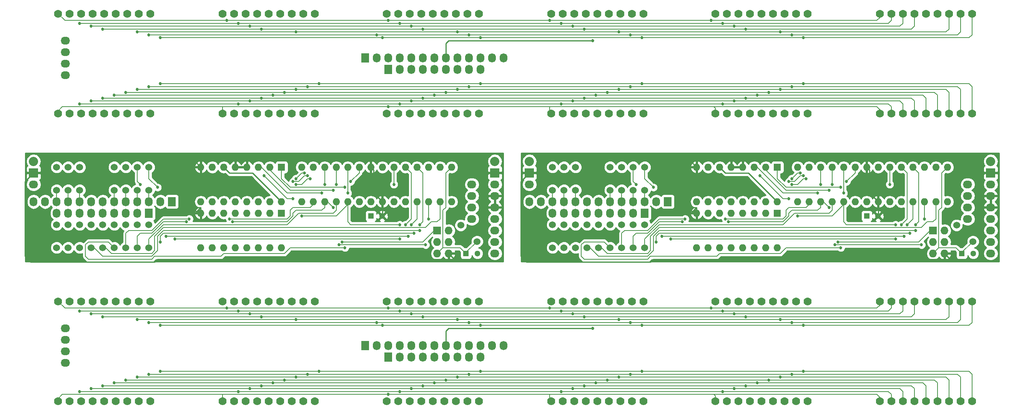
<source format=gbr>
G04 #@! TF.FileFunction,Copper,L1,Top,Signal*
%FSLAX46Y46*%
G04 Gerber Fmt 4.6, Leading zero omitted, Abs format (unit mm)*
G04 Created by KiCad (PCBNEW 4.0.4-1.fc25-product) date Wed Feb 22 20:12:38 2017*
%MOMM*%
%LPD*%
G01*
G04 APERTURE LIST*
%ADD10C,0.100000*%
%ADD11R,1.300000X1.300000*%
%ADD12C,1.300000*%
%ADD13O,1.600000X1.600000*%
%ADD14R,1.727200X1.727200*%
%ADD15O,1.727200X1.727200*%
%ADD16R,1.727200X2.032000*%
%ADD17O,1.727200X2.032000*%
%ADD18C,1.524000*%
%ADD19O,2.032000X1.727200*%
%ADD20R,2.032000X2.032000*%
%ADD21O,2.032000X2.032000*%
%ADD22R,1.600000X1.600000*%
%ADD23C,1.778000*%
%ADD24C,0.685800*%
%ADD25C,0.254000*%
%ADD26C,0.152400*%
G04 APERTURE END LIST*
D10*
D11*
X173990000Y-131445000D03*
D12*
X176490000Y-131445000D03*
D13*
X191770000Y-120650000D03*
X189230000Y-120650000D03*
X186690000Y-120650000D03*
X184150000Y-120650000D03*
X181610000Y-120650000D03*
X179070000Y-120650000D03*
X176530000Y-120650000D03*
X173990000Y-120650000D03*
X171450000Y-120650000D03*
X168910000Y-120650000D03*
X166370000Y-120650000D03*
X163830000Y-120650000D03*
X161290000Y-120650000D03*
X158750000Y-120650000D03*
X158750000Y-128270000D03*
X161290000Y-128270000D03*
X163830000Y-128270000D03*
X166370000Y-128270000D03*
X168910000Y-128270000D03*
X171450000Y-128270000D03*
X173990000Y-128270000D03*
X176530000Y-128270000D03*
X179070000Y-128270000D03*
X181610000Y-128270000D03*
X184150000Y-128270000D03*
X186690000Y-128270000D03*
X189230000Y-128270000D03*
X191770000Y-128270000D03*
D11*
X194945000Y-139700000D03*
D12*
X197445000Y-139700000D03*
D14*
X188595000Y-134620000D03*
D15*
X191135000Y-134620000D03*
X191135000Y-137160000D03*
X188595000Y-137160000D03*
X191135000Y-139700000D03*
X188595000Y-139700000D03*
D16*
X130175000Y-128270000D03*
D17*
X127635000Y-128270000D03*
X125095000Y-128270000D03*
X122555000Y-128270000D03*
X120015000Y-128270000D03*
X117475000Y-128270000D03*
X114935000Y-128270000D03*
X112395000Y-128270000D03*
X109855000Y-128270000D03*
X107315000Y-128270000D03*
X104775000Y-128270000D03*
X102235000Y-128270000D03*
X99695000Y-128270000D03*
D16*
X125095000Y-130810000D03*
D17*
X122555000Y-130810000D03*
X120015000Y-130810000D03*
X117475000Y-130810000D03*
X114935000Y-130810000D03*
X112395000Y-130810000D03*
X109855000Y-130810000D03*
X107315000Y-130810000D03*
X104775000Y-130810000D03*
D18*
X125095000Y-133350000D03*
X125095000Y-138430000D03*
X122555000Y-133350000D03*
X122555000Y-138430000D03*
X120015000Y-133350000D03*
X120015000Y-138430000D03*
X117475000Y-133350000D03*
X117475000Y-138430000D03*
X114935000Y-133350000D03*
X114935000Y-138430000D03*
X112395000Y-133350000D03*
X112395000Y-138430000D03*
X109855000Y-133350000D03*
X109855000Y-138430000D03*
X107315000Y-133350000D03*
X107315000Y-138430000D03*
X104775000Y-133350000D03*
X104775000Y-138430000D03*
X125095000Y-125730000D03*
X125095000Y-120650000D03*
X122555000Y-125730000D03*
X122555000Y-120650000D03*
X120015000Y-125730000D03*
X120015000Y-120650000D03*
X117475000Y-125730000D03*
X117475000Y-120650000D03*
X109855000Y-125730000D03*
X109855000Y-120650000D03*
X107315000Y-125730000D03*
X107315000Y-120650000D03*
X104775000Y-125730000D03*
X104775000Y-120650000D03*
X197376051Y-137051051D03*
X193783949Y-133458949D03*
D19*
X201295000Y-127000000D03*
X201295000Y-129540000D03*
X201295000Y-132080000D03*
X201295000Y-134620000D03*
X201295000Y-137160000D03*
X201295000Y-139700000D03*
D20*
X201295000Y-121920000D03*
D21*
X201295000Y-119380000D03*
D20*
X99695000Y-121920000D03*
D21*
X99695000Y-119380000D03*
D22*
X154305000Y-120650000D03*
D13*
X136525000Y-128270000D03*
X151765000Y-120650000D03*
X139065000Y-128270000D03*
X149225000Y-120650000D03*
X141605000Y-128270000D03*
X146685000Y-120650000D03*
X144145000Y-128270000D03*
X144145000Y-120650000D03*
X146685000Y-128270000D03*
X141605000Y-120650000D03*
X149225000Y-128270000D03*
X139065000Y-120650000D03*
X151765000Y-128270000D03*
X136525000Y-120650000D03*
X154305000Y-128270000D03*
D22*
X154305000Y-130810000D03*
D13*
X136525000Y-138430000D03*
X151765000Y-130810000D03*
X139065000Y-138430000D03*
X149225000Y-130810000D03*
X141605000Y-138430000D03*
X146685000Y-130810000D03*
X144145000Y-138430000D03*
X144145000Y-130810000D03*
X146685000Y-138430000D03*
X141605000Y-130810000D03*
X149225000Y-138430000D03*
X139065000Y-130810000D03*
X151765000Y-138430000D03*
X136525000Y-130810000D03*
X154305000Y-138430000D03*
D19*
X196215000Y-132080000D03*
X196215000Y-129540000D03*
X196215000Y-127000000D03*
X196215000Y-124460000D03*
X201295000Y-124460000D03*
X99695000Y-124460000D03*
D11*
X283210000Y-131445000D03*
D12*
X285710000Y-131445000D03*
D13*
X300990000Y-120650000D03*
X298450000Y-120650000D03*
X295910000Y-120650000D03*
X293370000Y-120650000D03*
X290830000Y-120650000D03*
X288290000Y-120650000D03*
X285750000Y-120650000D03*
X283210000Y-120650000D03*
X280670000Y-120650000D03*
X278130000Y-120650000D03*
X275590000Y-120650000D03*
X273050000Y-120650000D03*
X270510000Y-120650000D03*
X267970000Y-120650000D03*
X267970000Y-128270000D03*
X270510000Y-128270000D03*
X273050000Y-128270000D03*
X275590000Y-128270000D03*
X278130000Y-128270000D03*
X280670000Y-128270000D03*
X283210000Y-128270000D03*
X285750000Y-128270000D03*
X288290000Y-128270000D03*
X290830000Y-128270000D03*
X293370000Y-128270000D03*
X295910000Y-128270000D03*
X298450000Y-128270000D03*
X300990000Y-128270000D03*
D11*
X304165000Y-139700000D03*
D12*
X306665000Y-139700000D03*
D14*
X297815000Y-134620000D03*
D15*
X300355000Y-134620000D03*
X300355000Y-137160000D03*
X297815000Y-137160000D03*
X300355000Y-139700000D03*
X297815000Y-139700000D03*
D16*
X239395000Y-128270000D03*
D17*
X236855000Y-128270000D03*
X234315000Y-128270000D03*
X231775000Y-128270000D03*
X229235000Y-128270000D03*
X226695000Y-128270000D03*
X224155000Y-128270000D03*
X221615000Y-128270000D03*
X219075000Y-128270000D03*
X216535000Y-128270000D03*
X213995000Y-128270000D03*
X211455000Y-128270000D03*
X208915000Y-128270000D03*
D16*
X234315000Y-130810000D03*
D17*
X231775000Y-130810000D03*
X229235000Y-130810000D03*
X226695000Y-130810000D03*
X224155000Y-130810000D03*
X221615000Y-130810000D03*
X219075000Y-130810000D03*
X216535000Y-130810000D03*
X213995000Y-130810000D03*
D18*
X234315000Y-133350000D03*
X234315000Y-138430000D03*
X231775000Y-133350000D03*
X231775000Y-138430000D03*
X229235000Y-133350000D03*
X229235000Y-138430000D03*
X226695000Y-133350000D03*
X226695000Y-138430000D03*
X224155000Y-133350000D03*
X224155000Y-138430000D03*
X221615000Y-133350000D03*
X221615000Y-138430000D03*
X219075000Y-133350000D03*
X219075000Y-138430000D03*
X216535000Y-133350000D03*
X216535000Y-138430000D03*
X213995000Y-133350000D03*
X213995000Y-138430000D03*
X234315000Y-125730000D03*
X234315000Y-120650000D03*
X231775000Y-125730000D03*
X231775000Y-120650000D03*
X229235000Y-125730000D03*
X229235000Y-120650000D03*
X226695000Y-125730000D03*
X226695000Y-120650000D03*
X219075000Y-125730000D03*
X219075000Y-120650000D03*
X216535000Y-125730000D03*
X216535000Y-120650000D03*
X213995000Y-125730000D03*
X213995000Y-120650000D03*
X306596051Y-137051051D03*
X303003949Y-133458949D03*
D19*
X310515000Y-127000000D03*
X310515000Y-129540000D03*
X310515000Y-132080000D03*
X310515000Y-134620000D03*
X310515000Y-137160000D03*
X310515000Y-139700000D03*
D20*
X310515000Y-121920000D03*
D21*
X310515000Y-119380000D03*
D20*
X208915000Y-121920000D03*
D21*
X208915000Y-119380000D03*
D22*
X263525000Y-120650000D03*
D13*
X245745000Y-128270000D03*
X260985000Y-120650000D03*
X248285000Y-128270000D03*
X258445000Y-120650000D03*
X250825000Y-128270000D03*
X255905000Y-120650000D03*
X253365000Y-128270000D03*
X253365000Y-120650000D03*
X255905000Y-128270000D03*
X250825000Y-120650000D03*
X258445000Y-128270000D03*
X248285000Y-120650000D03*
X260985000Y-128270000D03*
X245745000Y-120650000D03*
X263525000Y-128270000D03*
D22*
X263525000Y-130810000D03*
D13*
X245745000Y-138430000D03*
X260985000Y-130810000D03*
X248285000Y-138430000D03*
X258445000Y-130810000D03*
X250825000Y-138430000D03*
X255905000Y-130810000D03*
X253365000Y-138430000D03*
X253365000Y-130810000D03*
X255905000Y-138430000D03*
X250825000Y-130810000D03*
X258445000Y-138430000D03*
X248285000Y-130810000D03*
X260985000Y-138430000D03*
X245745000Y-130810000D03*
X263525000Y-138430000D03*
D19*
X305435000Y-132080000D03*
X305435000Y-129540000D03*
X305435000Y-127000000D03*
X305435000Y-124460000D03*
X310515000Y-124460000D03*
X208915000Y-124460000D03*
X106680000Y-100330000D03*
X106680000Y-97790000D03*
X106680000Y-95250000D03*
X106680000Y-92710000D03*
D23*
X105092500Y-108790000D03*
X107632500Y-108790000D03*
X110172500Y-108790000D03*
X112712500Y-108790000D03*
X115252500Y-108790000D03*
X117792500Y-108790000D03*
X120332500Y-108790000D03*
X122872500Y-108790000D03*
X125412500Y-108790000D03*
X105092500Y-86790000D03*
X107632500Y-86790000D03*
X110172500Y-86790000D03*
X112712500Y-86790000D03*
X115252500Y-86790000D03*
X117792500Y-86790000D03*
X120332500Y-86790000D03*
X122872500Y-86790000D03*
X125412500Y-86790000D03*
X141287500Y-108790000D03*
X143827500Y-108790000D03*
X146367500Y-108790000D03*
X148907500Y-108790000D03*
X151447500Y-108790000D03*
X153987500Y-108790000D03*
X156527500Y-108790000D03*
X159067500Y-108790000D03*
X161607500Y-108790000D03*
X141287500Y-86790000D03*
X143827500Y-86790000D03*
X146367500Y-86790000D03*
X148907500Y-86790000D03*
X151447500Y-86790000D03*
X153987500Y-86790000D03*
X156527500Y-86790000D03*
X159067500Y-86790000D03*
X161607500Y-86790000D03*
X286067500Y-108790000D03*
X288607500Y-108790000D03*
X291147500Y-108790000D03*
X293687500Y-108790000D03*
X296227500Y-108790000D03*
X298767500Y-108790000D03*
X301307500Y-108790000D03*
X303847500Y-108790000D03*
X306387500Y-108790000D03*
X286067500Y-86790000D03*
X288607500Y-86790000D03*
X291147500Y-86790000D03*
X293687500Y-86790000D03*
X296227500Y-86790000D03*
X298767500Y-86790000D03*
X301307500Y-86790000D03*
X303847500Y-86790000D03*
X306387500Y-86790000D03*
X177482500Y-108790000D03*
X180022500Y-108790000D03*
X182562500Y-108790000D03*
X185102500Y-108790000D03*
X187642500Y-108790000D03*
X190182500Y-108790000D03*
X192722500Y-108790000D03*
X195262500Y-108790000D03*
X197802500Y-108790000D03*
X177482500Y-86790000D03*
X180022500Y-86790000D03*
X182562500Y-86790000D03*
X185102500Y-86790000D03*
X187642500Y-86790000D03*
X190182500Y-86790000D03*
X192722500Y-86790000D03*
X195262500Y-86790000D03*
X197802500Y-86790000D03*
X213677500Y-108790000D03*
X216217500Y-108790000D03*
X218757500Y-108790000D03*
X221297500Y-108790000D03*
X223837500Y-108790000D03*
X226377500Y-108790000D03*
X228917500Y-108790000D03*
X231457500Y-108790000D03*
X233997500Y-108790000D03*
X213677500Y-86790000D03*
X216217500Y-86790000D03*
X218757500Y-86790000D03*
X221297500Y-86790000D03*
X223837500Y-86790000D03*
X226377500Y-86790000D03*
X228917500Y-86790000D03*
X231457500Y-86790000D03*
X233997500Y-86790000D03*
X249872500Y-108790000D03*
X252412500Y-108790000D03*
X254952500Y-108790000D03*
X257492500Y-108790000D03*
X260032500Y-108790000D03*
X262572500Y-108790000D03*
X265112500Y-108790000D03*
X267652500Y-108790000D03*
X270192500Y-108790000D03*
X249872500Y-86790000D03*
X252412500Y-86790000D03*
X254952500Y-86790000D03*
X257492500Y-86790000D03*
X260032500Y-86790000D03*
X262572500Y-86790000D03*
X265112500Y-86790000D03*
X267652500Y-86790000D03*
X270192500Y-86790000D03*
D16*
X172720000Y-96520000D03*
D17*
X175260000Y-96520000D03*
X177800000Y-96520000D03*
X180340000Y-96520000D03*
X182880000Y-96520000D03*
X185420000Y-96520000D03*
X187960000Y-96520000D03*
X190500000Y-96520000D03*
X193040000Y-96520000D03*
X195580000Y-96520000D03*
X198120000Y-96520000D03*
X200660000Y-96520000D03*
X203200000Y-96520000D03*
D16*
X177800000Y-99060000D03*
D17*
X180340000Y-99060000D03*
X182880000Y-99060000D03*
X185420000Y-99060000D03*
X187960000Y-99060000D03*
X190500000Y-99060000D03*
X193040000Y-99060000D03*
X195580000Y-99060000D03*
X198120000Y-99060000D03*
D19*
X106680000Y-163830000D03*
X106680000Y-161290000D03*
X106680000Y-158750000D03*
X106680000Y-156210000D03*
D23*
X105092500Y-172290000D03*
X107632500Y-172290000D03*
X110172500Y-172290000D03*
X112712500Y-172290000D03*
X115252500Y-172290000D03*
X117792500Y-172290000D03*
X120332500Y-172290000D03*
X122872500Y-172290000D03*
X125412500Y-172290000D03*
X105092500Y-150290000D03*
X107632500Y-150290000D03*
X110172500Y-150290000D03*
X112712500Y-150290000D03*
X115252500Y-150290000D03*
X117792500Y-150290000D03*
X120332500Y-150290000D03*
X122872500Y-150290000D03*
X125412500Y-150290000D03*
X141287500Y-172290000D03*
X143827500Y-172290000D03*
X146367500Y-172290000D03*
X148907500Y-172290000D03*
X151447500Y-172290000D03*
X153987500Y-172290000D03*
X156527500Y-172290000D03*
X159067500Y-172290000D03*
X161607500Y-172290000D03*
X141287500Y-150290000D03*
X143827500Y-150290000D03*
X146367500Y-150290000D03*
X148907500Y-150290000D03*
X151447500Y-150290000D03*
X153987500Y-150290000D03*
X156527500Y-150290000D03*
X159067500Y-150290000D03*
X161607500Y-150290000D03*
X286067500Y-172290000D03*
X288607500Y-172290000D03*
X291147500Y-172290000D03*
X293687500Y-172290000D03*
X296227500Y-172290000D03*
X298767500Y-172290000D03*
X301307500Y-172290000D03*
X303847500Y-172290000D03*
X306387500Y-172290000D03*
X286067500Y-150290000D03*
X288607500Y-150290000D03*
X291147500Y-150290000D03*
X293687500Y-150290000D03*
X296227500Y-150290000D03*
X298767500Y-150290000D03*
X301307500Y-150290000D03*
X303847500Y-150290000D03*
X306387500Y-150290000D03*
X177482500Y-172290000D03*
X180022500Y-172290000D03*
X182562500Y-172290000D03*
X185102500Y-172290000D03*
X187642500Y-172290000D03*
X190182500Y-172290000D03*
X192722500Y-172290000D03*
X195262500Y-172290000D03*
X197802500Y-172290000D03*
X177482500Y-150290000D03*
X180022500Y-150290000D03*
X182562500Y-150290000D03*
X185102500Y-150290000D03*
X187642500Y-150290000D03*
X190182500Y-150290000D03*
X192722500Y-150290000D03*
X195262500Y-150290000D03*
X197802500Y-150290000D03*
X213677500Y-172290000D03*
X216217500Y-172290000D03*
X218757500Y-172290000D03*
X221297500Y-172290000D03*
X223837500Y-172290000D03*
X226377500Y-172290000D03*
X228917500Y-172290000D03*
X231457500Y-172290000D03*
X233997500Y-172290000D03*
X213677500Y-150290000D03*
X216217500Y-150290000D03*
X218757500Y-150290000D03*
X221297500Y-150290000D03*
X223837500Y-150290000D03*
X226377500Y-150290000D03*
X228917500Y-150290000D03*
X231457500Y-150290000D03*
X233997500Y-150290000D03*
X249872500Y-172290000D03*
X252412500Y-172290000D03*
X254952500Y-172290000D03*
X257492500Y-172290000D03*
X260032500Y-172290000D03*
X262572500Y-172290000D03*
X265112500Y-172290000D03*
X267652500Y-172290000D03*
X270192500Y-172290000D03*
X249872500Y-150290000D03*
X252412500Y-150290000D03*
X254952500Y-150290000D03*
X257492500Y-150290000D03*
X260032500Y-150290000D03*
X262572500Y-150290000D03*
X265112500Y-150290000D03*
X267652500Y-150290000D03*
X270192500Y-150290000D03*
D16*
X172720000Y-160020000D03*
D17*
X175260000Y-160020000D03*
X177800000Y-160020000D03*
X180340000Y-160020000D03*
X182880000Y-160020000D03*
X185420000Y-160020000D03*
X187960000Y-160020000D03*
X190500000Y-160020000D03*
X193040000Y-160020000D03*
X195580000Y-160020000D03*
X198120000Y-160020000D03*
X200660000Y-160020000D03*
X203200000Y-160020000D03*
D16*
X177800000Y-162560000D03*
D17*
X180340000Y-162560000D03*
X182880000Y-162560000D03*
X185420000Y-162560000D03*
X187960000Y-162560000D03*
X190500000Y-162560000D03*
X193040000Y-162560000D03*
X195580000Y-162560000D03*
X198120000Y-162560000D03*
D24*
X127635000Y-137160000D03*
X183515000Y-135255000D03*
X184785000Y-133350000D03*
X236855000Y-137160000D03*
X292735000Y-135255000D03*
X294005000Y-133350000D03*
X130810000Y-136525000D03*
X180340000Y-136525000D03*
X181610000Y-133350000D03*
X240030000Y-136525000D03*
X289560000Y-136525000D03*
X290830000Y-133350000D03*
X123190000Y-124460000D03*
X169545000Y-123825000D03*
X232410000Y-124460000D03*
X278765000Y-123825000D03*
X168910000Y-126365000D03*
X168275000Y-138430000D03*
X278130000Y-126365000D03*
X277495000Y-138430000D03*
X150495000Y-122555000D03*
X156845000Y-127635000D03*
X259715000Y-122555000D03*
X266065000Y-127635000D03*
X133985000Y-132080000D03*
X142875000Y-132080000D03*
X243205000Y-132080000D03*
X252095000Y-132080000D03*
X143510000Y-132715000D03*
X133350000Y-132715000D03*
X167005000Y-137795000D03*
X165735000Y-129540000D03*
X186055000Y-137795000D03*
X252730000Y-132715000D03*
X242570000Y-132715000D03*
X276225000Y-137795000D03*
X274955000Y-129540000D03*
X295275000Y-137795000D03*
X167640000Y-137160000D03*
X276860000Y-137160000D03*
X127000000Y-125095000D03*
X158750000Y-131445000D03*
X180340000Y-133350000D03*
X236220000Y-125095000D03*
X267970000Y-131445000D03*
X289560000Y-133350000D03*
X160020000Y-122555000D03*
X156845000Y-123825000D03*
X269240000Y-122555000D03*
X266065000Y-123825000D03*
X160655000Y-123190000D03*
X157480000Y-124460000D03*
X269875000Y-123190000D03*
X266700000Y-124460000D03*
X182880000Y-133350000D03*
X182245000Y-135890000D03*
X128905000Y-135890000D03*
X292100000Y-133350000D03*
X291465000Y-135890000D03*
X238125000Y-135890000D03*
X184785000Y-134620000D03*
X186690000Y-132080000D03*
X294005000Y-134620000D03*
X295910000Y-132080000D03*
X157480000Y-123190000D03*
X159385000Y-121920000D03*
X266700000Y-123190000D03*
X268605000Y-121920000D03*
X179070000Y-124460000D03*
X168275000Y-125095000D03*
X288290000Y-124460000D03*
X277495000Y-125095000D03*
X165735000Y-125730000D03*
X166370000Y-124460000D03*
X274955000Y-125730000D03*
X275590000Y-124460000D03*
X163195000Y-126365000D03*
X163830000Y-124460000D03*
X272415000Y-126365000D03*
X273050000Y-124460000D03*
X177800000Y-107315000D03*
X177800000Y-170815000D03*
X109855000Y-106680000D03*
X144780000Y-106680000D03*
X251460000Y-106680000D03*
X215900000Y-106680000D03*
X180340000Y-106680000D03*
X109855000Y-170180000D03*
X144780000Y-170180000D03*
X251460000Y-170180000D03*
X215900000Y-170180000D03*
X180340000Y-170180000D03*
X112395000Y-106045000D03*
X147320000Y-106045000D03*
X254000000Y-106045000D03*
X218440000Y-106045000D03*
X182880000Y-106045000D03*
X112395000Y-169545000D03*
X147320000Y-169545000D03*
X254000000Y-169545000D03*
X218440000Y-169545000D03*
X182880000Y-169545000D03*
X114935000Y-105410000D03*
X149860000Y-105410000D03*
X256540000Y-105410000D03*
X220980000Y-105410000D03*
X185420000Y-105410000D03*
X114935000Y-168910000D03*
X149860000Y-168910000D03*
X256540000Y-168910000D03*
X220980000Y-168910000D03*
X185420000Y-168910000D03*
X117475000Y-104775000D03*
X152400000Y-104775000D03*
X259080000Y-104775000D03*
X223520000Y-104775000D03*
X187960000Y-104775000D03*
X117475000Y-168275000D03*
X152400000Y-168275000D03*
X259080000Y-168275000D03*
X223520000Y-168275000D03*
X187960000Y-168275000D03*
X120015000Y-104140000D03*
X154940000Y-104140000D03*
X261620000Y-104140000D03*
X226060000Y-104140000D03*
X190500000Y-104140000D03*
X120015000Y-167640000D03*
X154940000Y-167640000D03*
X261620000Y-167640000D03*
X226060000Y-167640000D03*
X190500000Y-167640000D03*
X122555000Y-103505000D03*
X157480000Y-103505000D03*
X264160000Y-103505000D03*
X228600000Y-103505000D03*
X193040000Y-103505000D03*
X122555000Y-167005000D03*
X157480000Y-167005000D03*
X264160000Y-167005000D03*
X228600000Y-167005000D03*
X193040000Y-167005000D03*
X125095000Y-102870000D03*
X160020000Y-102870000D03*
X266700000Y-102870000D03*
X231140000Y-102870000D03*
X195580000Y-102870000D03*
X125095000Y-166370000D03*
X160020000Y-166370000D03*
X266700000Y-166370000D03*
X231140000Y-166370000D03*
X195580000Y-166370000D03*
X127635000Y-102235000D03*
X162560000Y-102235000D03*
X269240000Y-102235000D03*
X233680000Y-102235000D03*
X198120000Y-102235000D03*
X127635000Y-165735000D03*
X162560000Y-165735000D03*
X269240000Y-165735000D03*
X233680000Y-165735000D03*
X198120000Y-165735000D03*
X142240000Y-88265000D03*
X248920000Y-88265000D03*
X213360000Y-88265000D03*
X177800000Y-88265000D03*
X142240000Y-151765000D03*
X248920000Y-151765000D03*
X213360000Y-151765000D03*
X177800000Y-151765000D03*
X109855000Y-88900000D03*
X144780000Y-88900000D03*
X251460000Y-88900000D03*
X215900000Y-88900000D03*
X180340000Y-88900000D03*
X109855000Y-152400000D03*
X144780000Y-152400000D03*
X251460000Y-152400000D03*
X215900000Y-152400000D03*
X180340000Y-152400000D03*
X112395000Y-89535000D03*
X147320000Y-89535000D03*
X254000000Y-89535000D03*
X218440000Y-89535000D03*
X182880000Y-89535000D03*
X112395000Y-153035000D03*
X147320000Y-153035000D03*
X254000000Y-153035000D03*
X218440000Y-153035000D03*
X182880000Y-153035000D03*
X114935000Y-90170000D03*
X149860000Y-90170000D03*
X256540000Y-90170000D03*
X220980000Y-90170000D03*
X185420000Y-90170000D03*
X114935000Y-153670000D03*
X149860000Y-153670000D03*
X256540000Y-153670000D03*
X220980000Y-153670000D03*
X185420000Y-153670000D03*
X122555000Y-90805000D03*
X157480000Y-90805000D03*
X264160000Y-90805000D03*
X228600000Y-90805000D03*
X193040000Y-90805000D03*
X122555000Y-154305000D03*
X157480000Y-154305000D03*
X264160000Y-154305000D03*
X228600000Y-154305000D03*
X193040000Y-154305000D03*
X125095000Y-91440000D03*
X175260000Y-91440000D03*
X266700000Y-91440000D03*
X231140000Y-91440000D03*
X195580000Y-91440000D03*
X125095000Y-154940000D03*
X175260000Y-154940000D03*
X266700000Y-154940000D03*
X231140000Y-154940000D03*
X195580000Y-154940000D03*
X127635000Y-92075000D03*
X176530000Y-92075000D03*
X269240000Y-92075000D03*
X233680000Y-92075000D03*
X198120000Y-92075000D03*
X127635000Y-155575000D03*
X176530000Y-155575000D03*
X269240000Y-155575000D03*
X233680000Y-155575000D03*
X198120000Y-155575000D03*
X222885000Y-92710000D03*
X222885000Y-156210000D03*
D25*
X176530000Y-128270000D02*
X176530000Y-131405000D01*
X176530000Y-131405000D02*
X176490000Y-131445000D01*
X201295000Y-127000000D02*
X201295000Y-129540000D01*
X136525000Y-129540000D02*
X136525000Y-130810000D01*
X136525000Y-129540000D02*
X135572500Y-130492500D01*
X135572500Y-130492500D02*
X135255000Y-130175000D01*
X136525000Y-129540000D02*
X134620000Y-129540000D01*
X192405000Y-140970000D02*
X127000000Y-140970000D01*
X97790000Y-123825000D02*
X99695000Y-121920000D01*
X97790000Y-140335000D02*
X97790000Y-123825000D01*
X99060000Y-141605000D02*
X97790000Y-140335000D01*
X126365000Y-141605000D02*
X99060000Y-141605000D01*
X127000000Y-140970000D02*
X126365000Y-141605000D01*
X176530000Y-128270000D02*
X174625000Y-126365000D01*
X174625000Y-121285000D02*
X173990000Y-120650000D01*
X174625000Y-126365000D02*
X174625000Y-121285000D01*
X144145000Y-119380000D02*
X143510000Y-118745000D01*
X136525000Y-120650000D02*
X134620000Y-120650000D01*
X136525000Y-120650000D02*
X136525000Y-118745000D01*
X136525000Y-120650000D02*
X134620000Y-118745000D01*
X134620000Y-118745000D02*
X135255000Y-118745000D01*
X199390000Y-122555000D02*
X200025000Y-121920000D01*
X199390000Y-127635000D02*
X199390000Y-125730000D01*
X191135000Y-139700000D02*
X192405000Y-140970000D01*
X199390000Y-127635000D02*
X200025000Y-127000000D01*
X199390000Y-140335000D02*
X199390000Y-127635000D01*
X198755000Y-140970000D02*
X199390000Y-140335000D01*
X192405000Y-140970000D02*
X198755000Y-140970000D01*
X200025000Y-127000000D02*
X201295000Y-127000000D01*
X136525000Y-130810000D02*
X135890000Y-130810000D01*
X135890000Y-130810000D02*
X135255000Y-130175000D01*
X135255000Y-130175000D02*
X134620000Y-129540000D01*
X134620000Y-129540000D02*
X134620000Y-120650000D01*
X134620000Y-120650000D02*
X134620000Y-118745000D01*
X201295000Y-127000000D02*
X200025000Y-127000000D01*
X199390000Y-126365000D02*
X199390000Y-125730000D01*
X200025000Y-127000000D02*
X199390000Y-126365000D01*
X199390000Y-125730000D02*
X199390000Y-122555000D01*
X199390000Y-122555000D02*
X199390000Y-121285000D01*
X144780000Y-118745000D02*
X143510000Y-118745000D01*
X143510000Y-118745000D02*
X136525000Y-118745000D01*
X136525000Y-118745000D02*
X135255000Y-118745000D01*
X135255000Y-118745000D02*
X134620000Y-118745000D01*
X134620000Y-118745000D02*
X104775000Y-118745000D01*
X104775000Y-118745000D02*
X101600000Y-121920000D01*
X101600000Y-121920000D02*
X99695000Y-121920000D01*
X147955000Y-118745000D02*
X146050000Y-118745000D01*
X146685000Y-119380000D02*
X146050000Y-118745000D01*
X144145000Y-119380000D02*
X144145000Y-120650000D01*
X146050000Y-118745000D02*
X144780000Y-118745000D01*
X144780000Y-118745000D02*
X144145000Y-119380000D01*
X173990000Y-120650000D02*
X173990000Y-119380000D01*
X173990000Y-119380000D02*
X173355000Y-118745000D01*
X146685000Y-119380000D02*
X146685000Y-120650000D01*
X147320000Y-118745000D02*
X146685000Y-119380000D01*
X173355000Y-118745000D02*
X147955000Y-118745000D01*
X147955000Y-118745000D02*
X147320000Y-118745000D01*
X200025000Y-121920000D02*
X201295000Y-121920000D01*
X199390000Y-121285000D02*
X200025000Y-121920000D01*
X199390000Y-120015000D02*
X199390000Y-121285000D01*
X198120000Y-118745000D02*
X199390000Y-120015000D01*
X174625000Y-118745000D02*
X198120000Y-118745000D01*
X173990000Y-119380000D02*
X174625000Y-118745000D01*
X285750000Y-128270000D02*
X285750000Y-131405000D01*
X285750000Y-131405000D02*
X285710000Y-131445000D01*
X310515000Y-127000000D02*
X310515000Y-129540000D01*
X245745000Y-129540000D02*
X245745000Y-130810000D01*
X245745000Y-129540000D02*
X244792500Y-130492500D01*
X244792500Y-130492500D02*
X244475000Y-130175000D01*
X245745000Y-129540000D02*
X243840000Y-129540000D01*
X301625000Y-140970000D02*
X236220000Y-140970000D01*
X207010000Y-123825000D02*
X208915000Y-121920000D01*
X207010000Y-140335000D02*
X207010000Y-123825000D01*
X208280000Y-141605000D02*
X207010000Y-140335000D01*
X235585000Y-141605000D02*
X208280000Y-141605000D01*
X236220000Y-140970000D02*
X235585000Y-141605000D01*
X285750000Y-128270000D02*
X283845000Y-126365000D01*
X283845000Y-121285000D02*
X283210000Y-120650000D01*
X283845000Y-126365000D02*
X283845000Y-121285000D01*
X253365000Y-119380000D02*
X252730000Y-118745000D01*
X245745000Y-120650000D02*
X243840000Y-120650000D01*
X245745000Y-120650000D02*
X245745000Y-118745000D01*
X245745000Y-120650000D02*
X243840000Y-118745000D01*
X243840000Y-118745000D02*
X244475000Y-118745000D01*
X308610000Y-122555000D02*
X309245000Y-121920000D01*
X308610000Y-127635000D02*
X308610000Y-125730000D01*
X300355000Y-139700000D02*
X301625000Y-140970000D01*
X308610000Y-127635000D02*
X309245000Y-127000000D01*
X308610000Y-140335000D02*
X308610000Y-127635000D01*
X307975000Y-140970000D02*
X308610000Y-140335000D01*
X301625000Y-140970000D02*
X307975000Y-140970000D01*
X309245000Y-127000000D02*
X310515000Y-127000000D01*
X245745000Y-130810000D02*
X245110000Y-130810000D01*
X245110000Y-130810000D02*
X244475000Y-130175000D01*
X244475000Y-130175000D02*
X243840000Y-129540000D01*
X243840000Y-129540000D02*
X243840000Y-120650000D01*
X243840000Y-120650000D02*
X243840000Y-118745000D01*
X310515000Y-127000000D02*
X309245000Y-127000000D01*
X308610000Y-126365000D02*
X308610000Y-125730000D01*
X309245000Y-127000000D02*
X308610000Y-126365000D01*
X308610000Y-125730000D02*
X308610000Y-122555000D01*
X308610000Y-122555000D02*
X308610000Y-121285000D01*
X254000000Y-118745000D02*
X252730000Y-118745000D01*
X252730000Y-118745000D02*
X245745000Y-118745000D01*
X245745000Y-118745000D02*
X244475000Y-118745000D01*
X244475000Y-118745000D02*
X243840000Y-118745000D01*
X243840000Y-118745000D02*
X213995000Y-118745000D01*
X213995000Y-118745000D02*
X210820000Y-121920000D01*
X210820000Y-121920000D02*
X208915000Y-121920000D01*
X257175000Y-118745000D02*
X255270000Y-118745000D01*
X255905000Y-119380000D02*
X255270000Y-118745000D01*
X253365000Y-119380000D02*
X253365000Y-120650000D01*
X255270000Y-118745000D02*
X254000000Y-118745000D01*
X254000000Y-118745000D02*
X253365000Y-119380000D01*
X283210000Y-120650000D02*
X283210000Y-119380000D01*
X283210000Y-119380000D02*
X282575000Y-118745000D01*
X255905000Y-119380000D02*
X255905000Y-120650000D01*
X256540000Y-118745000D02*
X255905000Y-119380000D01*
X282575000Y-118745000D02*
X257175000Y-118745000D01*
X257175000Y-118745000D02*
X256540000Y-118745000D01*
X309245000Y-121920000D02*
X310515000Y-121920000D01*
X308610000Y-121285000D02*
X309245000Y-121920000D01*
X308610000Y-120015000D02*
X308610000Y-121285000D01*
X307340000Y-118745000D02*
X308610000Y-120015000D01*
X283845000Y-118745000D02*
X307340000Y-118745000D01*
X283210000Y-119380000D02*
X283845000Y-118745000D01*
X141605000Y-120650000D02*
X142875000Y-121920000D01*
X142875000Y-121920000D02*
X147955000Y-121920000D01*
X147955000Y-121920000D02*
X154305000Y-128270000D01*
X250825000Y-120650000D02*
X252095000Y-121920000D01*
X252095000Y-121920000D02*
X257175000Y-121920000D01*
X257175000Y-121920000D02*
X263525000Y-128270000D01*
D26*
X194945000Y-139700000D02*
X194945000Y-139482102D01*
X194945000Y-139482102D02*
X197376051Y-137051051D01*
X188595000Y-139700000D02*
X189865000Y-138430000D01*
X189865000Y-138430000D02*
X193675000Y-138430000D01*
X193675000Y-138430000D02*
X194945000Y-139700000D01*
X191770000Y-120650000D02*
X190500000Y-121920000D01*
X189865000Y-130175000D02*
X189865000Y-138430000D01*
X190500000Y-129540000D02*
X189865000Y-130175000D01*
X190500000Y-121920000D02*
X190500000Y-129540000D01*
X304165000Y-139700000D02*
X304165000Y-139482102D01*
X304165000Y-139482102D02*
X306596051Y-137051051D01*
X297815000Y-139700000D02*
X299085000Y-138430000D01*
X299085000Y-138430000D02*
X302895000Y-138430000D01*
X302895000Y-138430000D02*
X304165000Y-139700000D01*
X300990000Y-120650000D02*
X299720000Y-121920000D01*
X299085000Y-130175000D02*
X299085000Y-138430000D01*
X299720000Y-129540000D02*
X299085000Y-130175000D01*
X299720000Y-121920000D02*
X299720000Y-129540000D01*
X127635000Y-137160000D02*
X127635000Y-135890000D01*
X127635000Y-135890000D02*
X128270000Y-135255000D01*
X128270000Y-135255000D02*
X183515000Y-135255000D01*
X184785000Y-133350000D02*
X185420000Y-132715000D01*
X185420000Y-132715000D02*
X185420000Y-121920000D01*
X185420000Y-121920000D02*
X184150000Y-120650000D01*
X236855000Y-137160000D02*
X236855000Y-135890000D01*
X236855000Y-135890000D02*
X237490000Y-135255000D01*
X237490000Y-135255000D02*
X292735000Y-135255000D01*
X294005000Y-133350000D02*
X294640000Y-132715000D01*
X294640000Y-132715000D02*
X294640000Y-121920000D01*
X294640000Y-121920000D02*
X293370000Y-120650000D01*
X130810000Y-136525000D02*
X180340000Y-136525000D01*
X181610000Y-133350000D02*
X182880000Y-132080000D01*
X182880000Y-132080000D02*
X182880000Y-121920000D01*
X182880000Y-121920000D02*
X181610000Y-120650000D01*
X240030000Y-136525000D02*
X289560000Y-136525000D01*
X290830000Y-133350000D02*
X292100000Y-132080000D01*
X292100000Y-132080000D02*
X292100000Y-121920000D01*
X292100000Y-121920000D02*
X290830000Y-120650000D01*
X171450000Y-120650000D02*
X171450000Y-121920000D01*
X122555000Y-123825000D02*
X122555000Y-120650000D01*
X123190000Y-124460000D02*
X122555000Y-123825000D01*
X171450000Y-121920000D02*
X169545000Y-123825000D01*
X280670000Y-120650000D02*
X280670000Y-121920000D01*
X231775000Y-123825000D02*
X231775000Y-120650000D01*
X232410000Y-124460000D02*
X231775000Y-123825000D01*
X280670000Y-121920000D02*
X278765000Y-123825000D01*
X117475000Y-138430000D02*
X116205000Y-137160000D01*
X168910000Y-126365000D02*
X168910000Y-120650000D01*
X156210000Y-138430000D02*
X168275000Y-138430000D01*
X154940000Y-139700000D02*
X156210000Y-138430000D01*
X141605000Y-139700000D02*
X154940000Y-139700000D01*
X140970000Y-140335000D02*
X141605000Y-139700000D01*
X126365000Y-140335000D02*
X140970000Y-140335000D01*
X125730000Y-140970000D02*
X126365000Y-140335000D01*
X111760000Y-140970000D02*
X125730000Y-140970000D01*
X111125000Y-140335000D02*
X111760000Y-140970000D01*
X111125000Y-137795000D02*
X111125000Y-140335000D01*
X111760000Y-137160000D02*
X111125000Y-137795000D01*
X116205000Y-137160000D02*
X111760000Y-137160000D01*
X226695000Y-138430000D02*
X225425000Y-137160000D01*
X278130000Y-126365000D02*
X278130000Y-120650000D01*
X265430000Y-138430000D02*
X277495000Y-138430000D01*
X264160000Y-139700000D02*
X265430000Y-138430000D01*
X250825000Y-139700000D02*
X264160000Y-139700000D01*
X250190000Y-140335000D02*
X250825000Y-139700000D01*
X235585000Y-140335000D02*
X250190000Y-140335000D01*
X234950000Y-140970000D02*
X235585000Y-140335000D01*
X220980000Y-140970000D02*
X234950000Y-140970000D01*
X220345000Y-140335000D02*
X220980000Y-140970000D01*
X220345000Y-137795000D02*
X220345000Y-140335000D01*
X220980000Y-137160000D02*
X220345000Y-137795000D01*
X225425000Y-137160000D02*
X220980000Y-137160000D01*
X155575000Y-127635000D02*
X156845000Y-127635000D01*
X150495000Y-122555000D02*
X155575000Y-127635000D01*
X264795000Y-127635000D02*
X266065000Y-127635000D01*
X259715000Y-122555000D02*
X264795000Y-127635000D01*
X161290000Y-128905000D02*
X160655000Y-129540000D01*
X156845000Y-129540000D02*
X160655000Y-129540000D01*
X156210000Y-130175000D02*
X156845000Y-129540000D01*
X156210000Y-131445000D02*
X156210000Y-130175000D01*
X155575000Y-132080000D02*
X156210000Y-131445000D01*
X142875000Y-132080000D02*
X155575000Y-132080000D01*
X128270000Y-132080000D02*
X133985000Y-132080000D01*
X125730000Y-134620000D02*
X128270000Y-132080000D01*
X120650000Y-134620000D02*
X125730000Y-134620000D01*
X120015000Y-135255000D02*
X120650000Y-134620000D01*
X120015000Y-135255000D02*
X120015000Y-138430000D01*
X161290000Y-128905000D02*
X161290000Y-128270000D01*
X270510000Y-128905000D02*
X269875000Y-129540000D01*
X266065000Y-129540000D02*
X269875000Y-129540000D01*
X265430000Y-130175000D02*
X266065000Y-129540000D01*
X265430000Y-131445000D02*
X265430000Y-130175000D01*
X264795000Y-132080000D02*
X265430000Y-131445000D01*
X252095000Y-132080000D02*
X264795000Y-132080000D01*
X237490000Y-132080000D02*
X243205000Y-132080000D01*
X234950000Y-134620000D02*
X237490000Y-132080000D01*
X229870000Y-134620000D02*
X234950000Y-134620000D01*
X229235000Y-135255000D02*
X229870000Y-134620000D01*
X229235000Y-135255000D02*
X229235000Y-138430000D01*
X270510000Y-128905000D02*
X270510000Y-128270000D01*
X122555000Y-135890000D02*
X123190000Y-135255000D01*
X123190000Y-135255000D02*
X125730000Y-135255000D01*
X125730000Y-135255000D02*
X128270000Y-132715000D01*
X143510000Y-132715000D02*
X155575000Y-132715000D01*
X128270000Y-132715000D02*
X133350000Y-132715000D01*
X155575000Y-132715000D02*
X156845000Y-131445000D01*
X156845000Y-131445000D02*
X156845000Y-130810000D01*
X156845000Y-130810000D02*
X157480000Y-130175000D01*
X157480000Y-130175000D02*
X163195000Y-130175000D01*
X163195000Y-130175000D02*
X163830000Y-129540000D01*
X163830000Y-128270000D02*
X163830000Y-129540000D01*
X122555000Y-135890000D02*
X122555000Y-138430000D01*
X164465000Y-128270000D02*
X165735000Y-129540000D01*
X167005000Y-137795000D02*
X186055000Y-137795000D01*
X164465000Y-128270000D02*
X163830000Y-128270000D01*
X231775000Y-135890000D02*
X232410000Y-135255000D01*
X232410000Y-135255000D02*
X234950000Y-135255000D01*
X234950000Y-135255000D02*
X237490000Y-132715000D01*
X252730000Y-132715000D02*
X264795000Y-132715000D01*
X237490000Y-132715000D02*
X242570000Y-132715000D01*
X264795000Y-132715000D02*
X266065000Y-131445000D01*
X266065000Y-131445000D02*
X266065000Y-130810000D01*
X266065000Y-130810000D02*
X266700000Y-130175000D01*
X266700000Y-130175000D02*
X272415000Y-130175000D01*
X272415000Y-130175000D02*
X273050000Y-129540000D01*
X273050000Y-128270000D02*
X273050000Y-129540000D01*
X231775000Y-135890000D02*
X231775000Y-138430000D01*
X273685000Y-128270000D02*
X274955000Y-129540000D01*
X276225000Y-137795000D02*
X295275000Y-137795000D01*
X273685000Y-128270000D02*
X273050000Y-128270000D01*
X185420000Y-137160000D02*
X187960000Y-134620000D01*
X167640000Y-137160000D02*
X185420000Y-137160000D01*
X187960000Y-134620000D02*
X188595000Y-134620000D01*
X125095000Y-138430000D02*
X125095000Y-136525000D01*
X166370000Y-130175000D02*
X166370000Y-128270000D01*
X165735000Y-130810000D02*
X166370000Y-130175000D01*
X158115000Y-130810000D02*
X165735000Y-130810000D01*
X157480000Y-131445000D02*
X158115000Y-130810000D01*
X155575000Y-133350000D02*
X157480000Y-131445000D01*
X128270000Y-133350000D02*
X155575000Y-133350000D01*
X125095000Y-136525000D02*
X128270000Y-133350000D01*
X294640000Y-137160000D02*
X297180000Y-134620000D01*
X276860000Y-137160000D02*
X294640000Y-137160000D01*
X297180000Y-134620000D02*
X297815000Y-134620000D01*
X234315000Y-138430000D02*
X234315000Y-136525000D01*
X275590000Y-130175000D02*
X275590000Y-128270000D01*
X274955000Y-130810000D02*
X275590000Y-130175000D01*
X267335000Y-130810000D02*
X274955000Y-130810000D01*
X266700000Y-131445000D02*
X267335000Y-130810000D01*
X264795000Y-133350000D02*
X266700000Y-131445000D01*
X237490000Y-133350000D02*
X264795000Y-133350000D01*
X234315000Y-136525000D02*
X237490000Y-133350000D01*
X168910000Y-128270000D02*
X168910000Y-128905000D01*
X168910000Y-128905000D02*
X166370000Y-131445000D01*
X125095000Y-123190000D02*
X125095000Y-120650000D01*
X127000000Y-125095000D02*
X125095000Y-123190000D01*
X166370000Y-131445000D02*
X158750000Y-131445000D01*
X168910000Y-132715000D02*
X168910000Y-128270000D01*
X169545000Y-133350000D02*
X168910000Y-132715000D01*
X180340000Y-133350000D02*
X169545000Y-133350000D01*
X278130000Y-128270000D02*
X278130000Y-128905000D01*
X278130000Y-128905000D02*
X275590000Y-131445000D01*
X234315000Y-123190000D02*
X234315000Y-120650000D01*
X236220000Y-125095000D02*
X234315000Y-123190000D01*
X275590000Y-131445000D02*
X267970000Y-131445000D01*
X278130000Y-132715000D02*
X278130000Y-128270000D01*
X278765000Y-133350000D02*
X278130000Y-132715000D01*
X289560000Y-133350000D02*
X278765000Y-133350000D01*
X159385000Y-122555000D02*
X160020000Y-122555000D01*
X158115000Y-123825000D02*
X159385000Y-122555000D01*
X156845000Y-123825000D02*
X158115000Y-123825000D01*
X179070000Y-127635000D02*
X179070000Y-128270000D01*
X268605000Y-122555000D02*
X269240000Y-122555000D01*
X267335000Y-123825000D02*
X268605000Y-122555000D01*
X266065000Y-123825000D02*
X267335000Y-123825000D01*
X288290000Y-127635000D02*
X288290000Y-128270000D01*
X160020000Y-123190000D02*
X160655000Y-123190000D01*
X158750000Y-124460000D02*
X160020000Y-123190000D01*
X157480000Y-124460000D02*
X158750000Y-124460000D01*
X181610000Y-128905000D02*
X181610000Y-128270000D01*
X269240000Y-123190000D02*
X269875000Y-123190000D01*
X267970000Y-124460000D02*
X269240000Y-123190000D01*
X266700000Y-124460000D02*
X267970000Y-124460000D01*
X290830000Y-128905000D02*
X290830000Y-128270000D01*
X184150000Y-132080000D02*
X184150000Y-128270000D01*
X182880000Y-133350000D02*
X184150000Y-132080000D01*
X128905000Y-135890000D02*
X182245000Y-135890000D01*
X293370000Y-132080000D02*
X293370000Y-128270000D01*
X292100000Y-133350000D02*
X293370000Y-132080000D01*
X238125000Y-135890000D02*
X291465000Y-135890000D01*
X112395000Y-138430000D02*
X113030000Y-138430000D01*
X113030000Y-138430000D02*
X114935000Y-140335000D01*
X114935000Y-140335000D02*
X125730000Y-140335000D01*
X125730000Y-140335000D02*
X127000000Y-139065000D01*
X127000000Y-139065000D02*
X127000000Y-135890000D01*
X127000000Y-135890000D02*
X128270000Y-134620000D01*
X128270000Y-134620000D02*
X184785000Y-134620000D01*
X186690000Y-132080000D02*
X186690000Y-128270000D01*
X221615000Y-138430000D02*
X222250000Y-138430000D01*
X222250000Y-138430000D02*
X224155000Y-140335000D01*
X224155000Y-140335000D02*
X234950000Y-140335000D01*
X234950000Y-140335000D02*
X236220000Y-139065000D01*
X236220000Y-139065000D02*
X236220000Y-135890000D01*
X236220000Y-135890000D02*
X237490000Y-134620000D01*
X237490000Y-134620000D02*
X294005000Y-134620000D01*
X295910000Y-132080000D02*
X295910000Y-128270000D01*
X114935000Y-138430000D02*
X115570000Y-138430000D01*
X115570000Y-138430000D02*
X116840000Y-139700000D01*
X116840000Y-139700000D02*
X125730000Y-139700000D01*
X125730000Y-139700000D02*
X126365000Y-139065000D01*
X126365000Y-139065000D02*
X126365000Y-135890000D01*
X126365000Y-135890000D02*
X128270000Y-133985000D01*
X128270000Y-133985000D02*
X186055000Y-133985000D01*
X186055000Y-133985000D02*
X187325000Y-132715000D01*
X187325000Y-132715000D02*
X188595000Y-132715000D01*
X188595000Y-132715000D02*
X189230000Y-132080000D01*
X189230000Y-132080000D02*
X189230000Y-128270000D01*
X224155000Y-138430000D02*
X224790000Y-138430000D01*
X224790000Y-138430000D02*
X226060000Y-139700000D01*
X226060000Y-139700000D02*
X234950000Y-139700000D01*
X234950000Y-139700000D02*
X235585000Y-139065000D01*
X235585000Y-139065000D02*
X235585000Y-135890000D01*
X235585000Y-135890000D02*
X237490000Y-133985000D01*
X237490000Y-133985000D02*
X295275000Y-133985000D01*
X295275000Y-133985000D02*
X296545000Y-132715000D01*
X296545000Y-132715000D02*
X297815000Y-132715000D01*
X297815000Y-132715000D02*
X298450000Y-132080000D01*
X298450000Y-132080000D02*
X298450000Y-128270000D01*
X157480000Y-123190000D02*
X158750000Y-121920000D01*
X158750000Y-121920000D02*
X159385000Y-121920000D01*
X266700000Y-123190000D02*
X267970000Y-121920000D01*
X267970000Y-121920000D02*
X268605000Y-121920000D01*
X179070000Y-120650000D02*
X179070000Y-124460000D01*
X154305000Y-123190000D02*
X154305000Y-120650000D01*
X156210000Y-125095000D02*
X168275000Y-125095000D01*
X154305000Y-123190000D02*
X156210000Y-125095000D01*
X288290000Y-120650000D02*
X288290000Y-124460000D01*
X263525000Y-123190000D02*
X263525000Y-120650000D01*
X265430000Y-125095000D02*
X277495000Y-125095000D01*
X263525000Y-123190000D02*
X265430000Y-125095000D01*
X151765000Y-120650000D02*
X151765000Y-121285000D01*
X151765000Y-121285000D02*
X156210000Y-125730000D01*
X156210000Y-125730000D02*
X165735000Y-125730000D01*
X166370000Y-124460000D02*
X166370000Y-120650000D01*
X260985000Y-120650000D02*
X260985000Y-121285000D01*
X260985000Y-121285000D02*
X265430000Y-125730000D01*
X265430000Y-125730000D02*
X274955000Y-125730000D01*
X275590000Y-124460000D02*
X275590000Y-120650000D01*
X149225000Y-120650000D02*
X149860000Y-120650000D01*
X149860000Y-120650000D02*
X155575000Y-126365000D01*
X155575000Y-126365000D02*
X163195000Y-126365000D01*
X163830000Y-124460000D02*
X163830000Y-120650000D01*
X258445000Y-120650000D02*
X259080000Y-120650000D01*
X259080000Y-120650000D02*
X264795000Y-126365000D01*
X264795000Y-126365000D02*
X272415000Y-126365000D01*
X273050000Y-124460000D02*
X273050000Y-120650000D01*
X125095000Y-125730000D02*
X125095000Y-128270000D01*
X234315000Y-125730000D02*
X234315000Y-128270000D01*
X122555000Y-128270000D02*
X122555000Y-125730000D01*
X231775000Y-128270000D02*
X231775000Y-125730000D01*
X120015000Y-125730000D02*
X120015000Y-128270000D01*
X229235000Y-125730000D02*
X229235000Y-128270000D01*
X117475000Y-128270000D02*
X117475000Y-125730000D01*
X226695000Y-128270000D02*
X226695000Y-125730000D01*
X109855000Y-125730000D02*
X109855000Y-128270000D01*
X219075000Y-125730000D02*
X219075000Y-128270000D01*
X107315000Y-128270000D02*
X107315000Y-125730000D01*
X216535000Y-128270000D02*
X216535000Y-125730000D01*
X104775000Y-125730000D02*
X104775000Y-128270000D01*
X213995000Y-125730000D02*
X213995000Y-128270000D01*
X107315000Y-107315000D02*
X106045000Y-107315000D01*
X141287500Y-107315000D02*
X107315000Y-107315000D01*
X106045000Y-107315000D02*
X105092500Y-108267500D01*
X105092500Y-108267500D02*
X105092500Y-108790000D01*
X141287500Y-107315000D02*
X141287500Y-108790000D01*
X249555000Y-107315000D02*
X249872500Y-107632500D01*
X249872500Y-107632500D02*
X249872500Y-108790000D01*
X283845000Y-107315000D02*
X285432500Y-107315000D01*
X283845000Y-107315000D02*
X282575000Y-107315000D01*
X248920000Y-107315000D02*
X249555000Y-107315000D01*
X249555000Y-107315000D02*
X282575000Y-107315000D01*
X285432500Y-107315000D02*
X286067500Y-107950000D01*
X286067500Y-107950000D02*
X286067500Y-108790000D01*
X213360000Y-108790000D02*
X213360000Y-107315000D01*
X248920000Y-107315000D02*
X213360000Y-107315000D01*
X213360000Y-107315000D02*
X177800000Y-107315000D01*
X177800000Y-107315000D02*
X142240000Y-107315000D01*
X142240000Y-107315000D02*
X141287500Y-107315000D01*
X107315000Y-170815000D02*
X106045000Y-170815000D01*
X141287500Y-170815000D02*
X107315000Y-170815000D01*
X106045000Y-170815000D02*
X105092500Y-171767500D01*
X105092500Y-171767500D02*
X105092500Y-172290000D01*
X141287500Y-170815000D02*
X141287500Y-172290000D01*
X249555000Y-170815000D02*
X249872500Y-171132500D01*
X249872500Y-171132500D02*
X249872500Y-172290000D01*
X283845000Y-170815000D02*
X285432500Y-170815000D01*
X283845000Y-170815000D02*
X282575000Y-170815000D01*
X248920000Y-170815000D02*
X249555000Y-170815000D01*
X249555000Y-170815000D02*
X282575000Y-170815000D01*
X285432500Y-170815000D02*
X286067500Y-171450000D01*
X286067500Y-171450000D02*
X286067500Y-172290000D01*
X213360000Y-172290000D02*
X213360000Y-170815000D01*
X248920000Y-170815000D02*
X213360000Y-170815000D01*
X213360000Y-170815000D02*
X177800000Y-170815000D01*
X177800000Y-170815000D02*
X142240000Y-170815000D01*
X142240000Y-170815000D02*
X141287500Y-170815000D01*
X144780000Y-106680000D02*
X109855000Y-106680000D01*
X286385000Y-106680000D02*
X287972500Y-106680000D01*
X286385000Y-106680000D02*
X282575000Y-106680000D01*
X251460000Y-106680000D02*
X282575000Y-106680000D01*
X288607500Y-107315000D02*
X288607500Y-108790000D01*
X287972500Y-106680000D02*
X288607500Y-107315000D01*
X251460000Y-106680000D02*
X215900000Y-106680000D01*
X215900000Y-106680000D02*
X180340000Y-106680000D01*
X180340000Y-106680000D02*
X144780000Y-106680000D01*
X144780000Y-170180000D02*
X109855000Y-170180000D01*
X286385000Y-170180000D02*
X287972500Y-170180000D01*
X286385000Y-170180000D02*
X282575000Y-170180000D01*
X251460000Y-170180000D02*
X282575000Y-170180000D01*
X288607500Y-170815000D02*
X288607500Y-172290000D01*
X287972500Y-170180000D02*
X288607500Y-170815000D01*
X251460000Y-170180000D02*
X215900000Y-170180000D01*
X215900000Y-170180000D02*
X180340000Y-170180000D01*
X180340000Y-170180000D02*
X144780000Y-170180000D01*
X147320000Y-106045000D02*
X112395000Y-106045000D01*
X288925000Y-106045000D02*
X290512500Y-106045000D01*
X288925000Y-106045000D02*
X282575000Y-106045000D01*
X254000000Y-106045000D02*
X282575000Y-106045000D01*
X291147500Y-106680000D02*
X291147500Y-108790000D01*
X290512500Y-106045000D02*
X291147500Y-106680000D01*
X254000000Y-106045000D02*
X218440000Y-106045000D01*
X218440000Y-106045000D02*
X182880000Y-106045000D01*
X182880000Y-106045000D02*
X147320000Y-106045000D01*
X147320000Y-169545000D02*
X112395000Y-169545000D01*
X288925000Y-169545000D02*
X290512500Y-169545000D01*
X288925000Y-169545000D02*
X282575000Y-169545000D01*
X254000000Y-169545000D02*
X282575000Y-169545000D01*
X291147500Y-170180000D02*
X291147500Y-172290000D01*
X290512500Y-169545000D02*
X291147500Y-170180000D01*
X254000000Y-169545000D02*
X218440000Y-169545000D01*
X218440000Y-169545000D02*
X182880000Y-169545000D01*
X182880000Y-169545000D02*
X147320000Y-169545000D01*
X149860000Y-105410000D02*
X114935000Y-105410000D01*
X291465000Y-105410000D02*
X293052500Y-105410000D01*
X291465000Y-105410000D02*
X282575000Y-105410000D01*
X256540000Y-105410000D02*
X282575000Y-105410000D01*
X293687500Y-106045000D02*
X293687500Y-108790000D01*
X293052500Y-105410000D02*
X293687500Y-106045000D01*
X256540000Y-105410000D02*
X220980000Y-105410000D01*
X220980000Y-105410000D02*
X185420000Y-105410000D01*
X185420000Y-105410000D02*
X149860000Y-105410000D01*
X149860000Y-168910000D02*
X114935000Y-168910000D01*
X291465000Y-168910000D02*
X293052500Y-168910000D01*
X291465000Y-168910000D02*
X282575000Y-168910000D01*
X256540000Y-168910000D02*
X282575000Y-168910000D01*
X293687500Y-169545000D02*
X293687500Y-172290000D01*
X293052500Y-168910000D02*
X293687500Y-169545000D01*
X256540000Y-168910000D02*
X220980000Y-168910000D01*
X220980000Y-168910000D02*
X185420000Y-168910000D01*
X185420000Y-168910000D02*
X149860000Y-168910000D01*
X152400000Y-104775000D02*
X117475000Y-104775000D01*
X294005000Y-104775000D02*
X295592500Y-104775000D01*
X294005000Y-104775000D02*
X282575000Y-104775000D01*
X259080000Y-104775000D02*
X282575000Y-104775000D01*
X296227500Y-105410000D02*
X296227500Y-108790000D01*
X295592500Y-104775000D02*
X296227500Y-105410000D01*
X259080000Y-104775000D02*
X223520000Y-104775000D01*
X223520000Y-104775000D02*
X187960000Y-104775000D01*
X187960000Y-104775000D02*
X152400000Y-104775000D01*
X152400000Y-168275000D02*
X117475000Y-168275000D01*
X294005000Y-168275000D02*
X295592500Y-168275000D01*
X294005000Y-168275000D02*
X282575000Y-168275000D01*
X259080000Y-168275000D02*
X282575000Y-168275000D01*
X296227500Y-168910000D02*
X296227500Y-172290000D01*
X295592500Y-168275000D02*
X296227500Y-168910000D01*
X259080000Y-168275000D02*
X223520000Y-168275000D01*
X223520000Y-168275000D02*
X187960000Y-168275000D01*
X187960000Y-168275000D02*
X152400000Y-168275000D01*
X154940000Y-104140000D02*
X120015000Y-104140000D01*
X296545000Y-104140000D02*
X298132500Y-104140000D01*
X296545000Y-104140000D02*
X282575000Y-104140000D01*
X261620000Y-104140000D02*
X282575000Y-104140000D01*
X298767500Y-104775000D02*
X298767500Y-108790000D01*
X298132500Y-104140000D02*
X298767500Y-104775000D01*
X261620000Y-104140000D02*
X226060000Y-104140000D01*
X226060000Y-104140000D02*
X190500000Y-104140000D01*
X190500000Y-104140000D02*
X154940000Y-104140000D01*
X154940000Y-167640000D02*
X120015000Y-167640000D01*
X296545000Y-167640000D02*
X298132500Y-167640000D01*
X296545000Y-167640000D02*
X282575000Y-167640000D01*
X261620000Y-167640000D02*
X282575000Y-167640000D01*
X298767500Y-168275000D02*
X298767500Y-172290000D01*
X298132500Y-167640000D02*
X298767500Y-168275000D01*
X261620000Y-167640000D02*
X226060000Y-167640000D01*
X226060000Y-167640000D02*
X190500000Y-167640000D01*
X190500000Y-167640000D02*
X154940000Y-167640000D01*
X157480000Y-103505000D02*
X122555000Y-103505000D01*
X299085000Y-103505000D02*
X300672500Y-103505000D01*
X299085000Y-103505000D02*
X282575000Y-103505000D01*
X264160000Y-103505000D02*
X282575000Y-103505000D01*
X301307500Y-104140000D02*
X301307500Y-108790000D01*
X300672500Y-103505000D02*
X301307500Y-104140000D01*
X264160000Y-103505000D02*
X228600000Y-103505000D01*
X228600000Y-103505000D02*
X193040000Y-103505000D01*
X193040000Y-103505000D02*
X157480000Y-103505000D01*
X157480000Y-167005000D02*
X122555000Y-167005000D01*
X299085000Y-167005000D02*
X300672500Y-167005000D01*
X299085000Y-167005000D02*
X282575000Y-167005000D01*
X264160000Y-167005000D02*
X282575000Y-167005000D01*
X301307500Y-167640000D02*
X301307500Y-172290000D01*
X300672500Y-167005000D02*
X301307500Y-167640000D01*
X264160000Y-167005000D02*
X228600000Y-167005000D01*
X228600000Y-167005000D02*
X193040000Y-167005000D01*
X193040000Y-167005000D02*
X157480000Y-167005000D01*
X160020000Y-102870000D02*
X125095000Y-102870000D01*
X301625000Y-102870000D02*
X303212500Y-102870000D01*
X301625000Y-102870000D02*
X282575000Y-102870000D01*
X266700000Y-102870000D02*
X282575000Y-102870000D01*
X303847500Y-103505000D02*
X303847500Y-108790000D01*
X303212500Y-102870000D02*
X303847500Y-103505000D01*
X266700000Y-102870000D02*
X231140000Y-102870000D01*
X231140000Y-102870000D02*
X195580000Y-102870000D01*
X195580000Y-102870000D02*
X160020000Y-102870000D01*
X160020000Y-166370000D02*
X125095000Y-166370000D01*
X301625000Y-166370000D02*
X303212500Y-166370000D01*
X301625000Y-166370000D02*
X282575000Y-166370000D01*
X266700000Y-166370000D02*
X282575000Y-166370000D01*
X303847500Y-167005000D02*
X303847500Y-172290000D01*
X303212500Y-166370000D02*
X303847500Y-167005000D01*
X266700000Y-166370000D02*
X231140000Y-166370000D01*
X231140000Y-166370000D02*
X195580000Y-166370000D01*
X195580000Y-166370000D02*
X160020000Y-166370000D01*
X162560000Y-102235000D02*
X127635000Y-102235000D01*
X304165000Y-102235000D02*
X305752500Y-102235000D01*
X304165000Y-102235000D02*
X282575000Y-102235000D01*
X269240000Y-102235000D02*
X282575000Y-102235000D01*
X306387500Y-102870000D02*
X306387500Y-108790000D01*
X305752500Y-102235000D02*
X306387500Y-102870000D01*
X269240000Y-102235000D02*
X233680000Y-102235000D01*
X233680000Y-102235000D02*
X198120000Y-102235000D01*
X198120000Y-102235000D02*
X162560000Y-102235000D01*
X162560000Y-165735000D02*
X127635000Y-165735000D01*
X304165000Y-165735000D02*
X305752500Y-165735000D01*
X304165000Y-165735000D02*
X282575000Y-165735000D01*
X269240000Y-165735000D02*
X282575000Y-165735000D01*
X306387500Y-166370000D02*
X306387500Y-172290000D01*
X305752500Y-165735000D02*
X306387500Y-166370000D01*
X269240000Y-165735000D02*
X233680000Y-165735000D01*
X233680000Y-165735000D02*
X198120000Y-165735000D01*
X198120000Y-165735000D02*
X162560000Y-165735000D01*
X107315000Y-88265000D02*
X106567500Y-88265000D01*
X142240000Y-88265000D02*
X107315000Y-88265000D01*
X106567500Y-88265000D02*
X105092500Y-86790000D01*
X283845000Y-88265000D02*
X285432500Y-88265000D01*
X248920000Y-88265000D02*
X283845000Y-88265000D01*
X285432500Y-88265000D02*
X286067500Y-87630000D01*
X286067500Y-87630000D02*
X286067500Y-86790000D01*
X248920000Y-88265000D02*
X213360000Y-88265000D01*
X213360000Y-88265000D02*
X177800000Y-88265000D01*
X177800000Y-88265000D02*
X142240000Y-88265000D01*
X107315000Y-151765000D02*
X106567500Y-151765000D01*
X142240000Y-151765000D02*
X107315000Y-151765000D01*
X106567500Y-151765000D02*
X105092500Y-150290000D01*
X283845000Y-151765000D02*
X285432500Y-151765000D01*
X248920000Y-151765000D02*
X283845000Y-151765000D01*
X285432500Y-151765000D02*
X286067500Y-151130000D01*
X286067500Y-151130000D02*
X286067500Y-150290000D01*
X248920000Y-151765000D02*
X213360000Y-151765000D01*
X213360000Y-151765000D02*
X177800000Y-151765000D01*
X177800000Y-151765000D02*
X142240000Y-151765000D01*
X144780000Y-88900000D02*
X109855000Y-88900000D01*
X286385000Y-88900000D02*
X287972500Y-88900000D01*
X251460000Y-88900000D02*
X286385000Y-88900000D01*
X288607500Y-88265000D02*
X288607500Y-86790000D01*
X287972500Y-88900000D02*
X288607500Y-88265000D01*
X251460000Y-88900000D02*
X215900000Y-88900000D01*
X215900000Y-88900000D02*
X180340000Y-88900000D01*
X180340000Y-88900000D02*
X144780000Y-88900000D01*
X144780000Y-152400000D02*
X109855000Y-152400000D01*
X286385000Y-152400000D02*
X287972500Y-152400000D01*
X251460000Y-152400000D02*
X286385000Y-152400000D01*
X288607500Y-151765000D02*
X288607500Y-150290000D01*
X287972500Y-152400000D02*
X288607500Y-151765000D01*
X251460000Y-152400000D02*
X215900000Y-152400000D01*
X215900000Y-152400000D02*
X180340000Y-152400000D01*
X180340000Y-152400000D02*
X144780000Y-152400000D01*
X147320000Y-89535000D02*
X112395000Y-89535000D01*
X288925000Y-89535000D02*
X290512500Y-89535000D01*
X254000000Y-89535000D02*
X288925000Y-89535000D01*
X291147500Y-88900000D02*
X291147500Y-86790000D01*
X290512500Y-89535000D02*
X291147500Y-88900000D01*
X254000000Y-89535000D02*
X218440000Y-89535000D01*
X218440000Y-89535000D02*
X182880000Y-89535000D01*
X182880000Y-89535000D02*
X147320000Y-89535000D01*
X147320000Y-153035000D02*
X112395000Y-153035000D01*
X288925000Y-153035000D02*
X290512500Y-153035000D01*
X254000000Y-153035000D02*
X288925000Y-153035000D01*
X291147500Y-152400000D02*
X291147500Y-150290000D01*
X290512500Y-153035000D02*
X291147500Y-152400000D01*
X254000000Y-153035000D02*
X218440000Y-153035000D01*
X218440000Y-153035000D02*
X182880000Y-153035000D01*
X182880000Y-153035000D02*
X147320000Y-153035000D01*
X149860000Y-90170000D02*
X114935000Y-90170000D01*
X291465000Y-90170000D02*
X293052500Y-90170000D01*
X256540000Y-90170000D02*
X291465000Y-90170000D01*
X293687500Y-89535000D02*
X293687500Y-86790000D01*
X293052500Y-90170000D02*
X293687500Y-89535000D01*
X256540000Y-90170000D02*
X220980000Y-90170000D01*
X220980000Y-90170000D02*
X185420000Y-90170000D01*
X185420000Y-90170000D02*
X149860000Y-90170000D01*
X149860000Y-153670000D02*
X114935000Y-153670000D01*
X291465000Y-153670000D02*
X293052500Y-153670000D01*
X256540000Y-153670000D02*
X291465000Y-153670000D01*
X293687500Y-153035000D02*
X293687500Y-150290000D01*
X293052500Y-153670000D02*
X293687500Y-153035000D01*
X256540000Y-153670000D02*
X220980000Y-153670000D01*
X220980000Y-153670000D02*
X185420000Y-153670000D01*
X185420000Y-153670000D02*
X149860000Y-153670000D01*
X157480000Y-90805000D02*
X122555000Y-90805000D01*
X299085000Y-90805000D02*
X300672500Y-90805000D01*
X264160000Y-90805000D02*
X299085000Y-90805000D01*
X301307500Y-90170000D02*
X301307500Y-86790000D01*
X300672500Y-90805000D02*
X301307500Y-90170000D01*
X264160000Y-90805000D02*
X264795000Y-90805000D01*
X264795000Y-90805000D02*
X264160000Y-90805000D01*
X264160000Y-90805000D02*
X228600000Y-90805000D01*
X228600000Y-90805000D02*
X193040000Y-90805000D01*
X193040000Y-90805000D02*
X157480000Y-90805000D01*
X157480000Y-154305000D02*
X122555000Y-154305000D01*
X299085000Y-154305000D02*
X300672500Y-154305000D01*
X264160000Y-154305000D02*
X299085000Y-154305000D01*
X301307500Y-153670000D02*
X301307500Y-150290000D01*
X300672500Y-154305000D02*
X301307500Y-153670000D01*
X264160000Y-154305000D02*
X264795000Y-154305000D01*
X264795000Y-154305000D02*
X264160000Y-154305000D01*
X264160000Y-154305000D02*
X228600000Y-154305000D01*
X228600000Y-154305000D02*
X193040000Y-154305000D01*
X193040000Y-154305000D02*
X157480000Y-154305000D01*
X175260000Y-91440000D02*
X125095000Y-91440000D01*
X301625000Y-91440000D02*
X303212500Y-91440000D01*
X266700000Y-91440000D02*
X301625000Y-91440000D01*
X303847500Y-90805000D02*
X303847500Y-86790000D01*
X303212500Y-91440000D02*
X303847500Y-90805000D01*
X266700000Y-91440000D02*
X231140000Y-91440000D01*
X231140000Y-91440000D02*
X195580000Y-91440000D01*
X195580000Y-91440000D02*
X175260000Y-91440000D01*
X175260000Y-154940000D02*
X125095000Y-154940000D01*
X301625000Y-154940000D02*
X303212500Y-154940000D01*
X266700000Y-154940000D02*
X301625000Y-154940000D01*
X303847500Y-154305000D02*
X303847500Y-150290000D01*
X303212500Y-154940000D02*
X303847500Y-154305000D01*
X266700000Y-154940000D02*
X231140000Y-154940000D01*
X231140000Y-154940000D02*
X195580000Y-154940000D01*
X195580000Y-154940000D02*
X175260000Y-154940000D01*
X176530000Y-92075000D02*
X127635000Y-92075000D01*
X304165000Y-92075000D02*
X305752500Y-92075000D01*
X269240000Y-92075000D02*
X304165000Y-92075000D01*
X306387500Y-91440000D02*
X306387500Y-86790000D01*
X305752500Y-92075000D02*
X306387500Y-91440000D01*
X269240000Y-92075000D02*
X233680000Y-92075000D01*
X233680000Y-92075000D02*
X198120000Y-92075000D01*
X198120000Y-92075000D02*
X176530000Y-92075000D01*
X176530000Y-155575000D02*
X127635000Y-155575000D01*
X304165000Y-155575000D02*
X305752500Y-155575000D01*
X269240000Y-155575000D02*
X304165000Y-155575000D01*
X306387500Y-154940000D02*
X306387500Y-150290000D01*
X305752500Y-155575000D02*
X306387500Y-154940000D01*
X269240000Y-155575000D02*
X233680000Y-155575000D01*
X233680000Y-155575000D02*
X198120000Y-155575000D01*
X198120000Y-155575000D02*
X176530000Y-155575000D01*
D25*
X190500000Y-96520000D02*
X190500000Y-93345000D01*
X190500000Y-93345000D02*
X191135000Y-92710000D01*
X191135000Y-92710000D02*
X222885000Y-92710000D01*
X190500000Y-160020000D02*
X190500000Y-156845000D01*
X190500000Y-156845000D02*
X191135000Y-156210000D01*
X191135000Y-156210000D02*
X222885000Y-156210000D01*
G36*
X203125000Y-141530000D02*
X126147429Y-141530000D01*
X126232894Y-141472894D01*
X126659589Y-141046200D01*
X140970000Y-141046200D01*
X141242165Y-140992063D01*
X141472894Y-140837894D01*
X141899589Y-140411200D01*
X154940000Y-140411200D01*
X155212165Y-140357063D01*
X155442894Y-140202894D01*
X156504589Y-139141200D01*
X167603206Y-139141200D01*
X167720341Y-139258540D01*
X168079630Y-139407730D01*
X168468663Y-139408069D01*
X168828212Y-139259507D01*
X169103540Y-138984659D01*
X169252730Y-138625370D01*
X169252834Y-138506200D01*
X185383206Y-138506200D01*
X185500341Y-138623540D01*
X185859630Y-138772730D01*
X186248663Y-138773069D01*
X186608212Y-138624507D01*
X186883540Y-138349659D01*
X187032730Y-137990370D01*
X187033069Y-137601337D01*
X186884507Y-137241788D01*
X186614489Y-136971299D01*
X187501337Y-136084451D01*
X187523345Y-136088908D01*
X187210474Y-136557152D01*
X187096400Y-137130641D01*
X187096400Y-137189359D01*
X187210474Y-137762848D01*
X187535330Y-138249029D01*
X187806172Y-138430000D01*
X187535330Y-138610971D01*
X187210474Y-139097152D01*
X187096400Y-139670641D01*
X187096400Y-139729359D01*
X187210474Y-140302848D01*
X187535330Y-140789029D01*
X188021511Y-141113885D01*
X188595000Y-141227959D01*
X189168489Y-141113885D01*
X189654670Y-140789029D01*
X189870664Y-140465772D01*
X189928179Y-140588490D01*
X190360053Y-140982688D01*
X190775974Y-141154958D01*
X191008000Y-141033817D01*
X191008000Y-139827000D01*
X191262000Y-139827000D01*
X191262000Y-141033817D01*
X191494026Y-141154958D01*
X191909947Y-140982688D01*
X192341821Y-140588490D01*
X192589968Y-140059027D01*
X192469469Y-139827000D01*
X191262000Y-139827000D01*
X191008000Y-139827000D01*
X190988000Y-139827000D01*
X190988000Y-139573000D01*
X191008000Y-139573000D01*
X191008000Y-139553000D01*
X191262000Y-139553000D01*
X191262000Y-139573000D01*
X192469469Y-139573000D01*
X192589968Y-139340973D01*
X192496339Y-139141200D01*
X193380412Y-139141200D01*
X193647560Y-139408348D01*
X193647560Y-140350000D01*
X193691838Y-140585317D01*
X193830910Y-140801441D01*
X194043110Y-140946431D01*
X194295000Y-140997440D01*
X195595000Y-140997440D01*
X195830317Y-140953162D01*
X196046441Y-140814090D01*
X196191431Y-140601890D01*
X196242440Y-140350000D01*
X196242440Y-140154540D01*
X196354995Y-140426943D01*
X196716155Y-140788735D01*
X197188276Y-140984777D01*
X197699481Y-140985223D01*
X198171943Y-140790005D01*
X198533735Y-140428845D01*
X198729777Y-139956724D01*
X198730223Y-139445519D01*
X198535005Y-138973057D01*
X198173845Y-138611265D01*
X197717198Y-138421648D01*
X198166354Y-138236061D01*
X198559680Y-137843421D01*
X198772808Y-137330151D01*
X198773293Y-136774390D01*
X198561061Y-136260748D01*
X198168421Y-135867422D01*
X197655151Y-135654294D01*
X197099390Y-135653809D01*
X196585748Y-135866041D01*
X196192422Y-136258681D01*
X195979294Y-136771951D01*
X195978809Y-137327712D01*
X196012372Y-137408941D01*
X195018754Y-138402560D01*
X194653348Y-138402560D01*
X194177894Y-137927106D01*
X193947165Y-137772937D01*
X193675000Y-137718800D01*
X192528288Y-137718800D01*
X192633600Y-137189359D01*
X192633600Y-137130641D01*
X192519526Y-136557152D01*
X192194670Y-136070971D01*
X191923828Y-135890000D01*
X192194670Y-135709029D01*
X192519526Y-135222848D01*
X192633600Y-134649359D01*
X192633600Y-134590641D01*
X192534832Y-134094101D01*
X192598939Y-134249252D01*
X192991579Y-134642578D01*
X193504849Y-134855706D01*
X194060610Y-134856191D01*
X194574252Y-134643959D01*
X194967578Y-134251319D01*
X195180706Y-133738049D01*
X195181105Y-133280335D01*
X195456766Y-133464526D01*
X196030255Y-133578600D01*
X196399745Y-133578600D01*
X196973234Y-133464526D01*
X197459415Y-133139670D01*
X197784271Y-132653489D01*
X197898345Y-132080000D01*
X199611655Y-132080000D01*
X199725729Y-132653489D01*
X200050585Y-133139670D01*
X200365366Y-133350000D01*
X200050585Y-133560330D01*
X199725729Y-134046511D01*
X199611655Y-134620000D01*
X199725729Y-135193489D01*
X200050585Y-135679670D01*
X200365366Y-135890000D01*
X200050585Y-136100330D01*
X199725729Y-136586511D01*
X199611655Y-137160000D01*
X199725729Y-137733489D01*
X200050585Y-138219670D01*
X200365366Y-138430000D01*
X200050585Y-138640330D01*
X199725729Y-139126511D01*
X199611655Y-139700000D01*
X199725729Y-140273489D01*
X200050585Y-140759670D01*
X200536766Y-141084526D01*
X201110255Y-141198600D01*
X201479745Y-141198600D01*
X202053234Y-141084526D01*
X202539415Y-140759670D01*
X202864271Y-140273489D01*
X202978345Y-139700000D01*
X202864271Y-139126511D01*
X202539415Y-138640330D01*
X202224634Y-138430000D01*
X202539415Y-138219670D01*
X202864271Y-137733489D01*
X202978345Y-137160000D01*
X202864271Y-136586511D01*
X202539415Y-136100330D01*
X202224634Y-135890000D01*
X202539415Y-135679670D01*
X202864271Y-135193489D01*
X202978345Y-134620000D01*
X202864271Y-134046511D01*
X202539415Y-133560330D01*
X202224634Y-133350000D01*
X202539415Y-133139670D01*
X202864271Y-132653489D01*
X202978345Y-132080000D01*
X202864271Y-131506511D01*
X202539415Y-131020330D01*
X202229931Y-130813539D01*
X202645732Y-130442036D01*
X202899709Y-129914791D01*
X202902358Y-129899026D01*
X202781217Y-129667000D01*
X201422000Y-129667000D01*
X201422000Y-129687000D01*
X201168000Y-129687000D01*
X201168000Y-129667000D01*
X199808783Y-129667000D01*
X199687642Y-129899026D01*
X199690291Y-129914791D01*
X199944268Y-130442036D01*
X200360069Y-130813539D01*
X200050585Y-131020330D01*
X199725729Y-131506511D01*
X199611655Y-132080000D01*
X197898345Y-132080000D01*
X197784271Y-131506511D01*
X197459415Y-131020330D01*
X197144634Y-130810000D01*
X197459415Y-130599670D01*
X197784271Y-130113489D01*
X197898345Y-129540000D01*
X197784271Y-128966511D01*
X197459415Y-128480330D01*
X197144634Y-128270000D01*
X197459415Y-128059670D01*
X197784271Y-127573489D01*
X197826930Y-127359026D01*
X199687642Y-127359026D01*
X199690291Y-127374791D01*
X199944268Y-127902036D01*
X200356108Y-128270000D01*
X199944268Y-128637964D01*
X199690291Y-129165209D01*
X199687642Y-129180974D01*
X199808783Y-129413000D01*
X201168000Y-129413000D01*
X201168000Y-127127000D01*
X201422000Y-127127000D01*
X201422000Y-129413000D01*
X202781217Y-129413000D01*
X202902358Y-129180974D01*
X202899709Y-129165209D01*
X202645732Y-128637964D01*
X202233892Y-128270000D01*
X202645732Y-127902036D01*
X202899709Y-127374791D01*
X202902358Y-127359026D01*
X202781217Y-127127000D01*
X201422000Y-127127000D01*
X201168000Y-127127000D01*
X199808783Y-127127000D01*
X199687642Y-127359026D01*
X197826930Y-127359026D01*
X197898345Y-127000000D01*
X197784271Y-126426511D01*
X197459415Y-125940330D01*
X197144634Y-125730000D01*
X197459415Y-125519670D01*
X197784271Y-125033489D01*
X197898345Y-124460000D01*
X199611655Y-124460000D01*
X199725729Y-125033489D01*
X200050585Y-125519670D01*
X200360069Y-125726461D01*
X199944268Y-126097964D01*
X199690291Y-126625209D01*
X199687642Y-126640974D01*
X199808783Y-126873000D01*
X201168000Y-126873000D01*
X201168000Y-126853000D01*
X201422000Y-126853000D01*
X201422000Y-126873000D01*
X202781217Y-126873000D01*
X202902358Y-126640974D01*
X202899709Y-126625209D01*
X202645732Y-126097964D01*
X202229931Y-125726461D01*
X202539415Y-125519670D01*
X202864271Y-125033489D01*
X202978345Y-124460000D01*
X202864271Y-123886511D01*
X202606599Y-123500878D01*
X202670699Y-123474327D01*
X202849327Y-123295698D01*
X202946000Y-123062309D01*
X202946000Y-122205750D01*
X202787250Y-122047000D01*
X201422000Y-122047000D01*
X201422000Y-122067000D01*
X201168000Y-122067000D01*
X201168000Y-122047000D01*
X199802750Y-122047000D01*
X199644000Y-122205750D01*
X199644000Y-123062309D01*
X199740673Y-123295698D01*
X199919301Y-123474327D01*
X199983401Y-123500878D01*
X199725729Y-123886511D01*
X199611655Y-124460000D01*
X197898345Y-124460000D01*
X197784271Y-123886511D01*
X197459415Y-123400330D01*
X196973234Y-123075474D01*
X196399745Y-122961400D01*
X196030255Y-122961400D01*
X195456766Y-123075474D01*
X194970585Y-123400330D01*
X194645729Y-123886511D01*
X194531655Y-124460000D01*
X194645729Y-125033489D01*
X194970585Y-125519670D01*
X195285366Y-125730000D01*
X194970585Y-125940330D01*
X194645729Y-126426511D01*
X194531655Y-127000000D01*
X194645729Y-127573489D01*
X194970585Y-128059670D01*
X195285366Y-128270000D01*
X194970585Y-128480330D01*
X194645729Y-128966511D01*
X194531655Y-129540000D01*
X194645729Y-130113489D01*
X194970585Y-130599670D01*
X195285366Y-130810000D01*
X194970585Y-131020330D01*
X194645729Y-131506511D01*
X194531655Y-132080000D01*
X194569983Y-132272689D01*
X194063049Y-132062192D01*
X193507288Y-132061707D01*
X192993646Y-132273939D01*
X192600320Y-132666579D01*
X192387192Y-133179849D01*
X192386707Y-133735610D01*
X192476319Y-133952488D01*
X192194670Y-133530971D01*
X191708489Y-133206115D01*
X191135000Y-133092041D01*
X190576200Y-133203193D01*
X190576200Y-130469588D01*
X191002895Y-130042894D01*
X191157063Y-129812164D01*
X191197605Y-129608349D01*
X191220849Y-129623880D01*
X191770000Y-129733113D01*
X192319151Y-129623880D01*
X192784698Y-129312811D01*
X193095767Y-128847264D01*
X193205000Y-128298113D01*
X193205000Y-128241887D01*
X193095767Y-127692736D01*
X192784698Y-127227189D01*
X192319151Y-126916120D01*
X191770000Y-126806887D01*
X191220849Y-126916120D01*
X191211200Y-126922567D01*
X191211200Y-122214588D01*
X191388550Y-122037238D01*
X191770000Y-122113113D01*
X192319151Y-122003880D01*
X192784698Y-121692811D01*
X193095767Y-121227264D01*
X193205000Y-120678113D01*
X193205000Y-120621887D01*
X193095767Y-120072736D01*
X192784698Y-119607189D01*
X192396279Y-119347655D01*
X199644000Y-119347655D01*
X199644000Y-119412345D01*
X199769675Y-120044155D01*
X199970372Y-120344519D01*
X199919301Y-120365673D01*
X199740673Y-120544302D01*
X199644000Y-120777691D01*
X199644000Y-121634250D01*
X199802750Y-121793000D01*
X201168000Y-121793000D01*
X201168000Y-121773000D01*
X201422000Y-121773000D01*
X201422000Y-121793000D01*
X202787250Y-121793000D01*
X202946000Y-121634250D01*
X202946000Y-120777691D01*
X202849327Y-120544302D01*
X202670699Y-120365673D01*
X202619628Y-120344519D01*
X202820325Y-120044155D01*
X202946000Y-119412345D01*
X202946000Y-119347655D01*
X202820325Y-118715845D01*
X202462433Y-118180222D01*
X201926810Y-117822330D01*
X201295000Y-117696655D01*
X200663190Y-117822330D01*
X200127567Y-118180222D01*
X199769675Y-118715845D01*
X199644000Y-119347655D01*
X192396279Y-119347655D01*
X192319151Y-119296120D01*
X191770000Y-119186887D01*
X191220849Y-119296120D01*
X190755302Y-119607189D01*
X190500000Y-119989275D01*
X190244698Y-119607189D01*
X189779151Y-119296120D01*
X189230000Y-119186887D01*
X188680849Y-119296120D01*
X188215302Y-119607189D01*
X187960000Y-119989275D01*
X187704698Y-119607189D01*
X187239151Y-119296120D01*
X186690000Y-119186887D01*
X186140849Y-119296120D01*
X185675302Y-119607189D01*
X185420000Y-119989275D01*
X185164698Y-119607189D01*
X184699151Y-119296120D01*
X184150000Y-119186887D01*
X183600849Y-119296120D01*
X183135302Y-119607189D01*
X182880000Y-119989275D01*
X182624698Y-119607189D01*
X182159151Y-119296120D01*
X181610000Y-119186887D01*
X181060849Y-119296120D01*
X180595302Y-119607189D01*
X180340000Y-119989275D01*
X180084698Y-119607189D01*
X179619151Y-119296120D01*
X179070000Y-119186887D01*
X178520849Y-119296120D01*
X178055302Y-119607189D01*
X177800000Y-119989275D01*
X177544698Y-119607189D01*
X177079151Y-119296120D01*
X176530000Y-119186887D01*
X175980849Y-119296120D01*
X175515302Y-119607189D01*
X175245014Y-120011703D01*
X175142389Y-119794866D01*
X174727423Y-119418959D01*
X174339039Y-119258096D01*
X174117000Y-119380085D01*
X174117000Y-120523000D01*
X174137000Y-120523000D01*
X174137000Y-120777000D01*
X174117000Y-120777000D01*
X174117000Y-121919915D01*
X174339039Y-122041904D01*
X174727423Y-121881041D01*
X175142389Y-121505134D01*
X175245014Y-121288297D01*
X175515302Y-121692811D01*
X175980849Y-122003880D01*
X176530000Y-122113113D01*
X177079151Y-122003880D01*
X177544698Y-121692811D01*
X177800000Y-121310725D01*
X178055302Y-121692811D01*
X178358800Y-121895602D01*
X178358800Y-123788206D01*
X178241460Y-123905341D01*
X178092270Y-124264630D01*
X178091931Y-124653663D01*
X178240493Y-125013212D01*
X178515341Y-125288540D01*
X178874630Y-125437730D01*
X179263663Y-125438069D01*
X179623212Y-125289507D01*
X179898540Y-125014659D01*
X180047730Y-124655370D01*
X180048069Y-124266337D01*
X179899507Y-123906788D01*
X179781200Y-123788274D01*
X179781200Y-121895602D01*
X180084698Y-121692811D01*
X180340000Y-121310725D01*
X180595302Y-121692811D01*
X181060849Y-122003880D01*
X181610000Y-122113113D01*
X181991449Y-122037238D01*
X182168800Y-122214589D01*
X182168800Y-126922567D01*
X182159151Y-126916120D01*
X181610000Y-126806887D01*
X181060849Y-126916120D01*
X180595302Y-127227189D01*
X180340000Y-127609275D01*
X180084698Y-127227189D01*
X179619151Y-126916120D01*
X179070000Y-126806887D01*
X178520849Y-126916120D01*
X178055302Y-127227189D01*
X177785014Y-127631703D01*
X177682389Y-127414866D01*
X177267423Y-127038959D01*
X176879039Y-126878096D01*
X176657000Y-127000085D01*
X176657000Y-128143000D01*
X176677000Y-128143000D01*
X176677000Y-128397000D01*
X176657000Y-128397000D01*
X176657000Y-129539915D01*
X176879039Y-129661904D01*
X177267423Y-129501041D01*
X177682389Y-129125134D01*
X177785014Y-128908297D01*
X178055302Y-129312811D01*
X178520849Y-129623880D01*
X179070000Y-129733113D01*
X179619151Y-129623880D01*
X180084698Y-129312811D01*
X180340000Y-128930725D01*
X180595302Y-129312811D01*
X181060849Y-129623880D01*
X181610000Y-129733113D01*
X182159151Y-129623880D01*
X182168800Y-129617433D01*
X182168800Y-131785411D01*
X181582136Y-132372075D01*
X181416337Y-132371931D01*
X181056788Y-132520493D01*
X180975099Y-132602040D01*
X180894659Y-132521460D01*
X180535370Y-132372270D01*
X180146337Y-132371931D01*
X179786788Y-132520493D01*
X179668274Y-132638800D01*
X176998763Y-132638800D01*
X177153729Y-132574611D01*
X177209410Y-132344016D01*
X176490000Y-131624605D01*
X175770590Y-132344016D01*
X175826271Y-132574611D01*
X176010729Y-132638800D01*
X174967568Y-132638800D01*
X175091441Y-132559090D01*
X175236431Y-132346890D01*
X175287440Y-132095000D01*
X175287440Y-131932615D01*
X175360389Y-132108729D01*
X175590984Y-132164410D01*
X176310395Y-131445000D01*
X176669605Y-131445000D01*
X177389016Y-132164410D01*
X177619611Y-132108729D01*
X177787622Y-131625922D01*
X177758083Y-131115572D01*
X177619611Y-130781271D01*
X177389016Y-130725590D01*
X176669605Y-131445000D01*
X176310395Y-131445000D01*
X175590984Y-130725590D01*
X175360389Y-130781271D01*
X175287440Y-130990902D01*
X175287440Y-130795000D01*
X175243162Y-130559683D01*
X175234347Y-130545984D01*
X175770590Y-130545984D01*
X176490000Y-131265395D01*
X177209410Y-130545984D01*
X177153729Y-130315389D01*
X176670922Y-130147378D01*
X176160572Y-130176917D01*
X175826271Y-130315389D01*
X175770590Y-130545984D01*
X175234347Y-130545984D01*
X175104090Y-130343559D01*
X174891890Y-130198569D01*
X174640000Y-130147560D01*
X173340000Y-130147560D01*
X173104683Y-130191838D01*
X172888559Y-130330910D01*
X172743569Y-130543110D01*
X172692560Y-130795000D01*
X172692560Y-132095000D01*
X172736838Y-132330317D01*
X172875910Y-132546441D01*
X173011082Y-132638800D01*
X169839589Y-132638800D01*
X169621200Y-132420412D01*
X169621200Y-129515602D01*
X169924698Y-129312811D01*
X170180000Y-128930725D01*
X170435302Y-129312811D01*
X170900849Y-129623880D01*
X171450000Y-129733113D01*
X171999151Y-129623880D01*
X172464698Y-129312811D01*
X172720000Y-128930725D01*
X172975302Y-129312811D01*
X173440849Y-129623880D01*
X173990000Y-129733113D01*
X174539151Y-129623880D01*
X175004698Y-129312811D01*
X175274986Y-128908297D01*
X175377611Y-129125134D01*
X175792577Y-129501041D01*
X176180961Y-129661904D01*
X176403000Y-129539915D01*
X176403000Y-128397000D01*
X176383000Y-128397000D01*
X176383000Y-128143000D01*
X176403000Y-128143000D01*
X176403000Y-127000085D01*
X176180961Y-126878096D01*
X175792577Y-127038959D01*
X175377611Y-127414866D01*
X175274986Y-127631703D01*
X175004698Y-127227189D01*
X174539151Y-126916120D01*
X173990000Y-126806887D01*
X173440849Y-126916120D01*
X172975302Y-127227189D01*
X172720000Y-127609275D01*
X172464698Y-127227189D01*
X171999151Y-126916120D01*
X171450000Y-126806887D01*
X170900849Y-126916120D01*
X170435302Y-127227189D01*
X170180000Y-127609275D01*
X169924698Y-127227189D01*
X169628639Y-127029368D01*
X169738540Y-126919659D01*
X169887730Y-126560370D01*
X169888069Y-126171337D01*
X169739507Y-125811788D01*
X169621200Y-125693274D01*
X169621200Y-124802967D01*
X169738663Y-124803069D01*
X170098212Y-124654507D01*
X170373540Y-124379659D01*
X170522730Y-124020370D01*
X170522876Y-123852912D01*
X171952894Y-122422894D01*
X172107063Y-122192165D01*
X172161200Y-121920000D01*
X172161200Y-121895602D01*
X172464698Y-121692811D01*
X172734986Y-121288297D01*
X172837611Y-121505134D01*
X173252577Y-121881041D01*
X173640961Y-122041904D01*
X173863000Y-121919915D01*
X173863000Y-120777000D01*
X173843000Y-120777000D01*
X173843000Y-120523000D01*
X173863000Y-120523000D01*
X173863000Y-119380085D01*
X173640961Y-119258096D01*
X173252577Y-119418959D01*
X172837611Y-119794866D01*
X172734986Y-120011703D01*
X172464698Y-119607189D01*
X171999151Y-119296120D01*
X171450000Y-119186887D01*
X170900849Y-119296120D01*
X170435302Y-119607189D01*
X170180000Y-119989275D01*
X169924698Y-119607189D01*
X169459151Y-119296120D01*
X168910000Y-119186887D01*
X168360849Y-119296120D01*
X167895302Y-119607189D01*
X167640000Y-119989275D01*
X167384698Y-119607189D01*
X166919151Y-119296120D01*
X166370000Y-119186887D01*
X165820849Y-119296120D01*
X165355302Y-119607189D01*
X165100000Y-119989275D01*
X164844698Y-119607189D01*
X164379151Y-119296120D01*
X163830000Y-119186887D01*
X163280849Y-119296120D01*
X162815302Y-119607189D01*
X162560000Y-119989275D01*
X162304698Y-119607189D01*
X161839151Y-119296120D01*
X161290000Y-119186887D01*
X160740849Y-119296120D01*
X160275302Y-119607189D01*
X160020000Y-119989275D01*
X159764698Y-119607189D01*
X159299151Y-119296120D01*
X158750000Y-119186887D01*
X158200849Y-119296120D01*
X157735302Y-119607189D01*
X157424233Y-120072736D01*
X157315000Y-120621887D01*
X157315000Y-120678113D01*
X157424233Y-121227264D01*
X157735302Y-121692811D01*
X157876833Y-121787379D01*
X157452136Y-122212075D01*
X157286337Y-122211931D01*
X156926788Y-122360493D01*
X156651460Y-122635341D01*
X156545429Y-122890691D01*
X156291788Y-122995493D01*
X156016460Y-123270341D01*
X155867270Y-123629630D01*
X155867168Y-123746380D01*
X155016200Y-122895412D01*
X155016200Y-122097440D01*
X155105000Y-122097440D01*
X155340317Y-122053162D01*
X155556441Y-121914090D01*
X155701431Y-121701890D01*
X155752440Y-121450000D01*
X155752440Y-119850000D01*
X155708162Y-119614683D01*
X155569090Y-119398559D01*
X155356890Y-119253569D01*
X155105000Y-119202560D01*
X153505000Y-119202560D01*
X153269683Y-119246838D01*
X153053559Y-119385910D01*
X152908569Y-119598110D01*
X152877185Y-119753089D01*
X152779698Y-119607189D01*
X152314151Y-119296120D01*
X151765000Y-119186887D01*
X151215849Y-119296120D01*
X150750302Y-119607189D01*
X150495000Y-119989275D01*
X150239698Y-119607189D01*
X149774151Y-119296120D01*
X149225000Y-119186887D01*
X148675849Y-119296120D01*
X148210302Y-119607189D01*
X147940014Y-120011703D01*
X147837389Y-119794866D01*
X147422423Y-119418959D01*
X147034039Y-119258096D01*
X146812000Y-119380085D01*
X146812000Y-120523000D01*
X146832000Y-120523000D01*
X146832000Y-120777000D01*
X146812000Y-120777000D01*
X146812000Y-120797000D01*
X146558000Y-120797000D01*
X146558000Y-120777000D01*
X144272000Y-120777000D01*
X144272000Y-120797000D01*
X144018000Y-120797000D01*
X144018000Y-120777000D01*
X143998000Y-120777000D01*
X143998000Y-120523000D01*
X144018000Y-120523000D01*
X144018000Y-119380085D01*
X144272000Y-119380085D01*
X144272000Y-120523000D01*
X146558000Y-120523000D01*
X146558000Y-119380085D01*
X146335961Y-119258096D01*
X145947577Y-119418959D01*
X145532611Y-119794866D01*
X145415000Y-120043367D01*
X145297389Y-119794866D01*
X144882423Y-119418959D01*
X144494039Y-119258096D01*
X144272000Y-119380085D01*
X144018000Y-119380085D01*
X143795961Y-119258096D01*
X143407577Y-119418959D01*
X142992611Y-119794866D01*
X142889986Y-120011703D01*
X142619698Y-119607189D01*
X142154151Y-119296120D01*
X141605000Y-119186887D01*
X141055849Y-119296120D01*
X140590302Y-119607189D01*
X140335000Y-119989275D01*
X140079698Y-119607189D01*
X139614151Y-119296120D01*
X139065000Y-119186887D01*
X138515849Y-119296120D01*
X138050302Y-119607189D01*
X137780014Y-120011703D01*
X137677389Y-119794866D01*
X137262423Y-119418959D01*
X136874039Y-119258096D01*
X136652000Y-119380085D01*
X136652000Y-120523000D01*
X136672000Y-120523000D01*
X136672000Y-120777000D01*
X136652000Y-120777000D01*
X136652000Y-121919915D01*
X136874039Y-122041904D01*
X137262423Y-121881041D01*
X137677389Y-121505134D01*
X137780014Y-121288297D01*
X138050302Y-121692811D01*
X138515849Y-122003880D01*
X139065000Y-122113113D01*
X139614151Y-122003880D01*
X140079698Y-121692811D01*
X140335000Y-121310725D01*
X140590302Y-121692811D01*
X141055849Y-122003880D01*
X141605000Y-122113113D01*
X141926527Y-122049157D01*
X142336184Y-122458815D01*
X142513155Y-122577063D01*
X142583395Y-122623996D01*
X142875000Y-122682000D01*
X147639370Y-122682000D01*
X151764380Y-126807010D01*
X151215849Y-126916120D01*
X150750302Y-127227189D01*
X150495000Y-127609275D01*
X150239698Y-127227189D01*
X149774151Y-126916120D01*
X149225000Y-126806887D01*
X148675849Y-126916120D01*
X148210302Y-127227189D01*
X147955000Y-127609275D01*
X147699698Y-127227189D01*
X147234151Y-126916120D01*
X146685000Y-126806887D01*
X146135849Y-126916120D01*
X145670302Y-127227189D01*
X145415000Y-127609275D01*
X145159698Y-127227189D01*
X144694151Y-126916120D01*
X144145000Y-126806887D01*
X143595849Y-126916120D01*
X143130302Y-127227189D01*
X142875000Y-127609275D01*
X142619698Y-127227189D01*
X142154151Y-126916120D01*
X141605000Y-126806887D01*
X141055849Y-126916120D01*
X140590302Y-127227189D01*
X140335000Y-127609275D01*
X140079698Y-127227189D01*
X139614151Y-126916120D01*
X139065000Y-126806887D01*
X138515849Y-126916120D01*
X138050302Y-127227189D01*
X137795000Y-127609275D01*
X137539698Y-127227189D01*
X137074151Y-126916120D01*
X136525000Y-126806887D01*
X135975849Y-126916120D01*
X135510302Y-127227189D01*
X135199233Y-127692736D01*
X135090000Y-128241887D01*
X135090000Y-128298113D01*
X135199233Y-128847264D01*
X135510302Y-129312811D01*
X135862301Y-129548009D01*
X135787577Y-129578959D01*
X135372611Y-129954866D01*
X135133086Y-130460959D01*
X135254371Y-130683000D01*
X136398000Y-130683000D01*
X136398000Y-130663000D01*
X136652000Y-130663000D01*
X136652000Y-130683000D01*
X136672000Y-130683000D01*
X136672000Y-130937000D01*
X136652000Y-130937000D01*
X136652000Y-132079915D01*
X136874039Y-132201904D01*
X137262423Y-132041041D01*
X137677389Y-131665134D01*
X137780014Y-131448297D01*
X138050302Y-131852811D01*
X138515849Y-132163880D01*
X139065000Y-132273113D01*
X139614151Y-132163880D01*
X140079698Y-131852811D01*
X140335000Y-131470725D01*
X140590302Y-131852811D01*
X141055849Y-132163880D01*
X141605000Y-132273113D01*
X141896982Y-132215034D01*
X141896931Y-132273663D01*
X142045493Y-132633212D01*
X142051071Y-132638800D01*
X134809392Y-132638800D01*
X134813540Y-132634659D01*
X134962730Y-132275370D01*
X134963069Y-131886337D01*
X134814507Y-131526788D01*
X134539659Y-131251460D01*
X134317090Y-131159041D01*
X135133086Y-131159041D01*
X135372611Y-131665134D01*
X135787577Y-132041041D01*
X136175961Y-132201904D01*
X136398000Y-132079915D01*
X136398000Y-130937000D01*
X135254371Y-130937000D01*
X135133086Y-131159041D01*
X134317090Y-131159041D01*
X134180370Y-131102270D01*
X133791337Y-131101931D01*
X133431788Y-131250493D01*
X133313274Y-131368800D01*
X128270000Y-131368800D01*
X127997836Y-131422937D01*
X127931797Y-131467063D01*
X127767105Y-131577106D01*
X126427518Y-132916694D01*
X126280010Y-132559697D01*
X126156694Y-132436166D01*
X126193917Y-132429162D01*
X126410041Y-132290090D01*
X126555031Y-132077890D01*
X126606040Y-131826000D01*
X126606040Y-129794000D01*
X126561762Y-129558683D01*
X126422690Y-129342559D01*
X126317517Y-129270697D01*
X126365000Y-129199634D01*
X126575330Y-129514415D01*
X127061511Y-129839271D01*
X127635000Y-129953345D01*
X128208489Y-129839271D01*
X128694670Y-129514415D01*
X128704243Y-129500087D01*
X128708238Y-129521317D01*
X128847310Y-129737441D01*
X129059510Y-129882431D01*
X129311400Y-129933440D01*
X131038600Y-129933440D01*
X131273917Y-129889162D01*
X131490041Y-129750090D01*
X131635031Y-129537890D01*
X131686040Y-129286000D01*
X131686040Y-127254000D01*
X131641762Y-127018683D01*
X131502690Y-126802559D01*
X131290490Y-126657569D01*
X131038600Y-126606560D01*
X129311400Y-126606560D01*
X129076083Y-126650838D01*
X128859959Y-126789910D01*
X128714969Y-127002110D01*
X128706600Y-127043439D01*
X128694670Y-127025585D01*
X128208489Y-126700729D01*
X127635000Y-126586655D01*
X127061511Y-126700729D01*
X126575330Y-127025585D01*
X126365000Y-127340366D01*
X126154670Y-127025585D01*
X125926955Y-126873431D01*
X126278629Y-126522370D01*
X126491757Y-126009100D01*
X126491815Y-125942838D01*
X126804630Y-126072730D01*
X127193663Y-126073069D01*
X127553212Y-125924507D01*
X127828540Y-125649659D01*
X127977730Y-125290370D01*
X127978069Y-124901337D01*
X127829507Y-124541788D01*
X127554659Y-124266460D01*
X127195370Y-124117270D01*
X127027912Y-124117124D01*
X125806200Y-122895412D01*
X125806200Y-121867695D01*
X125885303Y-121835010D01*
X126278629Y-121442370D01*
X126462715Y-120999041D01*
X135133086Y-120999041D01*
X135372611Y-121505134D01*
X135787577Y-121881041D01*
X136175961Y-122041904D01*
X136398000Y-121919915D01*
X136398000Y-120777000D01*
X135254371Y-120777000D01*
X135133086Y-120999041D01*
X126462715Y-120999041D01*
X126491757Y-120929100D01*
X126492242Y-120373339D01*
X126462336Y-120300959D01*
X135133086Y-120300959D01*
X135254371Y-120523000D01*
X136398000Y-120523000D01*
X136398000Y-119380085D01*
X136175961Y-119258096D01*
X135787577Y-119418959D01*
X135372611Y-119794866D01*
X135133086Y-120300959D01*
X126462336Y-120300959D01*
X126280010Y-119859697D01*
X125887370Y-119466371D01*
X125374100Y-119253243D01*
X124818339Y-119252758D01*
X124304697Y-119464990D01*
X123911371Y-119857630D01*
X123825051Y-120065512D01*
X123740010Y-119859697D01*
X123347370Y-119466371D01*
X122834100Y-119253243D01*
X122278339Y-119252758D01*
X121764697Y-119464990D01*
X121371371Y-119857630D01*
X121285051Y-120065512D01*
X121200010Y-119859697D01*
X120807370Y-119466371D01*
X120294100Y-119253243D01*
X119738339Y-119252758D01*
X119224697Y-119464990D01*
X118831371Y-119857630D01*
X118745051Y-120065512D01*
X118660010Y-119859697D01*
X118267370Y-119466371D01*
X117754100Y-119253243D01*
X117198339Y-119252758D01*
X116684697Y-119464990D01*
X116291371Y-119857630D01*
X116078243Y-120370900D01*
X116077758Y-120926661D01*
X116289990Y-121440303D01*
X116682630Y-121833629D01*
X117195900Y-122046757D01*
X117751661Y-122047242D01*
X118265303Y-121835010D01*
X118658629Y-121442370D01*
X118744949Y-121234488D01*
X118829990Y-121440303D01*
X119222630Y-121833629D01*
X119735900Y-122046757D01*
X120291661Y-122047242D01*
X120805303Y-121835010D01*
X121198629Y-121442370D01*
X121284949Y-121234488D01*
X121369990Y-121440303D01*
X121762630Y-121833629D01*
X121843800Y-121867334D01*
X121843800Y-123825000D01*
X121897937Y-124097165D01*
X122052106Y-124327894D01*
X122121694Y-124397482D01*
X121764697Y-124544990D01*
X121371371Y-124937630D01*
X121285051Y-125145512D01*
X121200010Y-124939697D01*
X120807370Y-124546371D01*
X120294100Y-124333243D01*
X119738339Y-124332758D01*
X119224697Y-124544990D01*
X118831371Y-124937630D01*
X118745051Y-125145512D01*
X118660010Y-124939697D01*
X118267370Y-124546371D01*
X117754100Y-124333243D01*
X117198339Y-124332758D01*
X116684697Y-124544990D01*
X116291371Y-124937630D01*
X116078243Y-125450900D01*
X116077758Y-126006661D01*
X116289990Y-126520303D01*
X116642719Y-126873648D01*
X116415330Y-127025585D01*
X116205000Y-127340366D01*
X115994670Y-127025585D01*
X115508489Y-126700729D01*
X114935000Y-126586655D01*
X114361511Y-126700729D01*
X113875330Y-127025585D01*
X113665000Y-127340366D01*
X113454670Y-127025585D01*
X112968489Y-126700729D01*
X112395000Y-126586655D01*
X111821511Y-126700729D01*
X111335330Y-127025585D01*
X111125000Y-127340366D01*
X110914670Y-127025585D01*
X110686955Y-126873431D01*
X111038629Y-126522370D01*
X111251757Y-126009100D01*
X111252242Y-125453339D01*
X111040010Y-124939697D01*
X110647370Y-124546371D01*
X110134100Y-124333243D01*
X109578339Y-124332758D01*
X109064697Y-124544990D01*
X108671371Y-124937630D01*
X108585051Y-125145512D01*
X108500010Y-124939697D01*
X108107370Y-124546371D01*
X107594100Y-124333243D01*
X107038339Y-124332758D01*
X106524697Y-124544990D01*
X106131371Y-124937630D01*
X106045051Y-125145512D01*
X105960010Y-124939697D01*
X105567370Y-124546371D01*
X105054100Y-124333243D01*
X104498339Y-124332758D01*
X103984697Y-124544990D01*
X103591371Y-124937630D01*
X103378243Y-125450900D01*
X103377758Y-126006661D01*
X103589990Y-126520303D01*
X103942719Y-126873648D01*
X103715330Y-127025585D01*
X103505000Y-127340366D01*
X103294670Y-127025585D01*
X102808489Y-126700729D01*
X102235000Y-126586655D01*
X101661511Y-126700729D01*
X101175330Y-127025585D01*
X100965000Y-127340366D01*
X100754670Y-127025585D01*
X100268489Y-126700729D01*
X99695000Y-126586655D01*
X99121511Y-126700729D01*
X98635330Y-127025585D01*
X98310474Y-127511766D01*
X98196400Y-128085255D01*
X98196400Y-128454745D01*
X98310474Y-129028234D01*
X98635330Y-129514415D01*
X99121511Y-129839271D01*
X99695000Y-129953345D01*
X100268489Y-129839271D01*
X100754670Y-129514415D01*
X100965000Y-129199634D01*
X101175330Y-129514415D01*
X101661511Y-129839271D01*
X102235000Y-129953345D01*
X102808489Y-129839271D01*
X103294670Y-129514415D01*
X103505000Y-129199634D01*
X103715330Y-129514415D01*
X103753621Y-129540000D01*
X103715330Y-129565585D01*
X103390474Y-130051766D01*
X103276400Y-130625255D01*
X103276400Y-130994745D01*
X103390474Y-131568234D01*
X103715330Y-132054415D01*
X103943045Y-132206569D01*
X103591371Y-132557630D01*
X103378243Y-133070900D01*
X103377758Y-133626661D01*
X103589990Y-134140303D01*
X103982630Y-134533629D01*
X104495900Y-134746757D01*
X105051661Y-134747242D01*
X105565303Y-134535010D01*
X105958629Y-134142370D01*
X106044949Y-133934488D01*
X106129990Y-134140303D01*
X106522630Y-134533629D01*
X107035900Y-134746757D01*
X107591661Y-134747242D01*
X108105303Y-134535010D01*
X108498629Y-134142370D01*
X108584949Y-133934488D01*
X108669990Y-134140303D01*
X109062630Y-134533629D01*
X109575900Y-134746757D01*
X110131661Y-134747242D01*
X110645303Y-134535010D01*
X111038629Y-134142370D01*
X111124949Y-133934488D01*
X111209990Y-134140303D01*
X111602630Y-134533629D01*
X112115900Y-134746757D01*
X112671661Y-134747242D01*
X113185303Y-134535010D01*
X113578629Y-134142370D01*
X113664949Y-133934488D01*
X113749990Y-134140303D01*
X114142630Y-134533629D01*
X114655900Y-134746757D01*
X115211661Y-134747242D01*
X115725303Y-134535010D01*
X116118629Y-134142370D01*
X116204949Y-133934488D01*
X116289990Y-134140303D01*
X116682630Y-134533629D01*
X117195900Y-134746757D01*
X117751661Y-134747242D01*
X118265303Y-134535010D01*
X118658629Y-134142370D01*
X118744949Y-133934488D01*
X118829990Y-134140303D01*
X119222630Y-134533629D01*
X119581548Y-134682664D01*
X119512106Y-134752106D01*
X119357937Y-134982835D01*
X119357937Y-134982836D01*
X119303800Y-135255000D01*
X119303800Y-137212305D01*
X119224697Y-137244990D01*
X118831371Y-137637630D01*
X118745051Y-137845512D01*
X118660010Y-137639697D01*
X118267370Y-137246371D01*
X117754100Y-137033243D01*
X117198339Y-137032758D01*
X117117110Y-137066321D01*
X116707894Y-136657106D01*
X116477165Y-136502937D01*
X116205000Y-136448800D01*
X111760000Y-136448800D01*
X111487836Y-136502937D01*
X111257106Y-136657105D01*
X110657597Y-137256615D01*
X110647370Y-137246371D01*
X110134100Y-137033243D01*
X109578339Y-137032758D01*
X109064697Y-137244990D01*
X108671371Y-137637630D01*
X108585051Y-137845512D01*
X108500010Y-137639697D01*
X108107370Y-137246371D01*
X107594100Y-137033243D01*
X107038339Y-137032758D01*
X106524697Y-137244990D01*
X106131371Y-137637630D01*
X106045051Y-137845512D01*
X105960010Y-137639697D01*
X105567370Y-137246371D01*
X105054100Y-137033243D01*
X104498339Y-137032758D01*
X103984697Y-137244990D01*
X103591371Y-137637630D01*
X103378243Y-138150900D01*
X103377758Y-138706661D01*
X103589990Y-139220303D01*
X103982630Y-139613629D01*
X104495900Y-139826757D01*
X105051661Y-139827242D01*
X105565303Y-139615010D01*
X105958629Y-139222370D01*
X106044949Y-139014488D01*
X106129990Y-139220303D01*
X106522630Y-139613629D01*
X107035900Y-139826757D01*
X107591661Y-139827242D01*
X108105303Y-139615010D01*
X108498629Y-139222370D01*
X108584949Y-139014488D01*
X108669990Y-139220303D01*
X109062630Y-139613629D01*
X109575900Y-139826757D01*
X110131661Y-139827242D01*
X110413800Y-139710665D01*
X110413800Y-140335000D01*
X110467937Y-140607165D01*
X110622106Y-140837894D01*
X111257106Y-141472895D01*
X111342570Y-141530000D01*
X97865000Y-141530000D01*
X97865000Y-124460000D01*
X98011655Y-124460000D01*
X98125729Y-125033489D01*
X98450585Y-125519670D01*
X98936766Y-125844526D01*
X99510255Y-125958600D01*
X99879745Y-125958600D01*
X100453234Y-125844526D01*
X100939415Y-125519670D01*
X101264271Y-125033489D01*
X101378345Y-124460000D01*
X101264271Y-123886511D01*
X101006599Y-123500878D01*
X101070699Y-123474327D01*
X101249327Y-123295698D01*
X101346000Y-123062309D01*
X101346000Y-122205750D01*
X101187250Y-122047000D01*
X99822000Y-122047000D01*
X99822000Y-122067000D01*
X99568000Y-122067000D01*
X99568000Y-122047000D01*
X98202750Y-122047000D01*
X98044000Y-122205750D01*
X98044000Y-123062309D01*
X98140673Y-123295698D01*
X98319301Y-123474327D01*
X98383401Y-123500878D01*
X98125729Y-123886511D01*
X98011655Y-124460000D01*
X97865000Y-124460000D01*
X97865000Y-119347655D01*
X98044000Y-119347655D01*
X98044000Y-119412345D01*
X98169675Y-120044155D01*
X98370372Y-120344519D01*
X98319301Y-120365673D01*
X98140673Y-120544302D01*
X98044000Y-120777691D01*
X98044000Y-121634250D01*
X98202750Y-121793000D01*
X99568000Y-121793000D01*
X99568000Y-121773000D01*
X99822000Y-121773000D01*
X99822000Y-121793000D01*
X101187250Y-121793000D01*
X101346000Y-121634250D01*
X101346000Y-120926661D01*
X103377758Y-120926661D01*
X103589990Y-121440303D01*
X103982630Y-121833629D01*
X104495900Y-122046757D01*
X105051661Y-122047242D01*
X105565303Y-121835010D01*
X105958629Y-121442370D01*
X106044949Y-121234488D01*
X106129990Y-121440303D01*
X106522630Y-121833629D01*
X107035900Y-122046757D01*
X107591661Y-122047242D01*
X108105303Y-121835010D01*
X108498629Y-121442370D01*
X108584949Y-121234488D01*
X108669990Y-121440303D01*
X109062630Y-121833629D01*
X109575900Y-122046757D01*
X110131661Y-122047242D01*
X110645303Y-121835010D01*
X111038629Y-121442370D01*
X111251757Y-120929100D01*
X111252242Y-120373339D01*
X111040010Y-119859697D01*
X110647370Y-119466371D01*
X110134100Y-119253243D01*
X109578339Y-119252758D01*
X109064697Y-119464990D01*
X108671371Y-119857630D01*
X108585051Y-120065512D01*
X108500010Y-119859697D01*
X108107370Y-119466371D01*
X107594100Y-119253243D01*
X107038339Y-119252758D01*
X106524697Y-119464990D01*
X106131371Y-119857630D01*
X106045051Y-120065512D01*
X105960010Y-119859697D01*
X105567370Y-119466371D01*
X105054100Y-119253243D01*
X104498339Y-119252758D01*
X103984697Y-119464990D01*
X103591371Y-119857630D01*
X103378243Y-120370900D01*
X103377758Y-120926661D01*
X101346000Y-120926661D01*
X101346000Y-120777691D01*
X101249327Y-120544302D01*
X101070699Y-120365673D01*
X101019628Y-120344519D01*
X101220325Y-120044155D01*
X101346000Y-119412345D01*
X101346000Y-119347655D01*
X101220325Y-118715845D01*
X100862433Y-118180222D01*
X100326810Y-117822330D01*
X99695000Y-117696655D01*
X99063190Y-117822330D01*
X98527567Y-118180222D01*
X98169675Y-118715845D01*
X98044000Y-119347655D01*
X97865000Y-119347655D01*
X97865000Y-117550000D01*
X203125000Y-117550000D01*
X203125000Y-141530000D01*
X203125000Y-141530000D01*
G37*
X203125000Y-141530000D02*
X126147429Y-141530000D01*
X126232894Y-141472894D01*
X126659589Y-141046200D01*
X140970000Y-141046200D01*
X141242165Y-140992063D01*
X141472894Y-140837894D01*
X141899589Y-140411200D01*
X154940000Y-140411200D01*
X155212165Y-140357063D01*
X155442894Y-140202894D01*
X156504589Y-139141200D01*
X167603206Y-139141200D01*
X167720341Y-139258540D01*
X168079630Y-139407730D01*
X168468663Y-139408069D01*
X168828212Y-139259507D01*
X169103540Y-138984659D01*
X169252730Y-138625370D01*
X169252834Y-138506200D01*
X185383206Y-138506200D01*
X185500341Y-138623540D01*
X185859630Y-138772730D01*
X186248663Y-138773069D01*
X186608212Y-138624507D01*
X186883540Y-138349659D01*
X187032730Y-137990370D01*
X187033069Y-137601337D01*
X186884507Y-137241788D01*
X186614489Y-136971299D01*
X187501337Y-136084451D01*
X187523345Y-136088908D01*
X187210474Y-136557152D01*
X187096400Y-137130641D01*
X187096400Y-137189359D01*
X187210474Y-137762848D01*
X187535330Y-138249029D01*
X187806172Y-138430000D01*
X187535330Y-138610971D01*
X187210474Y-139097152D01*
X187096400Y-139670641D01*
X187096400Y-139729359D01*
X187210474Y-140302848D01*
X187535330Y-140789029D01*
X188021511Y-141113885D01*
X188595000Y-141227959D01*
X189168489Y-141113885D01*
X189654670Y-140789029D01*
X189870664Y-140465772D01*
X189928179Y-140588490D01*
X190360053Y-140982688D01*
X190775974Y-141154958D01*
X191008000Y-141033817D01*
X191008000Y-139827000D01*
X191262000Y-139827000D01*
X191262000Y-141033817D01*
X191494026Y-141154958D01*
X191909947Y-140982688D01*
X192341821Y-140588490D01*
X192589968Y-140059027D01*
X192469469Y-139827000D01*
X191262000Y-139827000D01*
X191008000Y-139827000D01*
X190988000Y-139827000D01*
X190988000Y-139573000D01*
X191008000Y-139573000D01*
X191008000Y-139553000D01*
X191262000Y-139553000D01*
X191262000Y-139573000D01*
X192469469Y-139573000D01*
X192589968Y-139340973D01*
X192496339Y-139141200D01*
X193380412Y-139141200D01*
X193647560Y-139408348D01*
X193647560Y-140350000D01*
X193691838Y-140585317D01*
X193830910Y-140801441D01*
X194043110Y-140946431D01*
X194295000Y-140997440D01*
X195595000Y-140997440D01*
X195830317Y-140953162D01*
X196046441Y-140814090D01*
X196191431Y-140601890D01*
X196242440Y-140350000D01*
X196242440Y-140154540D01*
X196354995Y-140426943D01*
X196716155Y-140788735D01*
X197188276Y-140984777D01*
X197699481Y-140985223D01*
X198171943Y-140790005D01*
X198533735Y-140428845D01*
X198729777Y-139956724D01*
X198730223Y-139445519D01*
X198535005Y-138973057D01*
X198173845Y-138611265D01*
X197717198Y-138421648D01*
X198166354Y-138236061D01*
X198559680Y-137843421D01*
X198772808Y-137330151D01*
X198773293Y-136774390D01*
X198561061Y-136260748D01*
X198168421Y-135867422D01*
X197655151Y-135654294D01*
X197099390Y-135653809D01*
X196585748Y-135866041D01*
X196192422Y-136258681D01*
X195979294Y-136771951D01*
X195978809Y-137327712D01*
X196012372Y-137408941D01*
X195018754Y-138402560D01*
X194653348Y-138402560D01*
X194177894Y-137927106D01*
X193947165Y-137772937D01*
X193675000Y-137718800D01*
X192528288Y-137718800D01*
X192633600Y-137189359D01*
X192633600Y-137130641D01*
X192519526Y-136557152D01*
X192194670Y-136070971D01*
X191923828Y-135890000D01*
X192194670Y-135709029D01*
X192519526Y-135222848D01*
X192633600Y-134649359D01*
X192633600Y-134590641D01*
X192534832Y-134094101D01*
X192598939Y-134249252D01*
X192991579Y-134642578D01*
X193504849Y-134855706D01*
X194060610Y-134856191D01*
X194574252Y-134643959D01*
X194967578Y-134251319D01*
X195180706Y-133738049D01*
X195181105Y-133280335D01*
X195456766Y-133464526D01*
X196030255Y-133578600D01*
X196399745Y-133578600D01*
X196973234Y-133464526D01*
X197459415Y-133139670D01*
X197784271Y-132653489D01*
X197898345Y-132080000D01*
X199611655Y-132080000D01*
X199725729Y-132653489D01*
X200050585Y-133139670D01*
X200365366Y-133350000D01*
X200050585Y-133560330D01*
X199725729Y-134046511D01*
X199611655Y-134620000D01*
X199725729Y-135193489D01*
X200050585Y-135679670D01*
X200365366Y-135890000D01*
X200050585Y-136100330D01*
X199725729Y-136586511D01*
X199611655Y-137160000D01*
X199725729Y-137733489D01*
X200050585Y-138219670D01*
X200365366Y-138430000D01*
X200050585Y-138640330D01*
X199725729Y-139126511D01*
X199611655Y-139700000D01*
X199725729Y-140273489D01*
X200050585Y-140759670D01*
X200536766Y-141084526D01*
X201110255Y-141198600D01*
X201479745Y-141198600D01*
X202053234Y-141084526D01*
X202539415Y-140759670D01*
X202864271Y-140273489D01*
X202978345Y-139700000D01*
X202864271Y-139126511D01*
X202539415Y-138640330D01*
X202224634Y-138430000D01*
X202539415Y-138219670D01*
X202864271Y-137733489D01*
X202978345Y-137160000D01*
X202864271Y-136586511D01*
X202539415Y-136100330D01*
X202224634Y-135890000D01*
X202539415Y-135679670D01*
X202864271Y-135193489D01*
X202978345Y-134620000D01*
X202864271Y-134046511D01*
X202539415Y-133560330D01*
X202224634Y-133350000D01*
X202539415Y-133139670D01*
X202864271Y-132653489D01*
X202978345Y-132080000D01*
X202864271Y-131506511D01*
X202539415Y-131020330D01*
X202229931Y-130813539D01*
X202645732Y-130442036D01*
X202899709Y-129914791D01*
X202902358Y-129899026D01*
X202781217Y-129667000D01*
X201422000Y-129667000D01*
X201422000Y-129687000D01*
X201168000Y-129687000D01*
X201168000Y-129667000D01*
X199808783Y-129667000D01*
X199687642Y-129899026D01*
X199690291Y-129914791D01*
X199944268Y-130442036D01*
X200360069Y-130813539D01*
X200050585Y-131020330D01*
X199725729Y-131506511D01*
X199611655Y-132080000D01*
X197898345Y-132080000D01*
X197784271Y-131506511D01*
X197459415Y-131020330D01*
X197144634Y-130810000D01*
X197459415Y-130599670D01*
X197784271Y-130113489D01*
X197898345Y-129540000D01*
X197784271Y-128966511D01*
X197459415Y-128480330D01*
X197144634Y-128270000D01*
X197459415Y-128059670D01*
X197784271Y-127573489D01*
X197826930Y-127359026D01*
X199687642Y-127359026D01*
X199690291Y-127374791D01*
X199944268Y-127902036D01*
X200356108Y-128270000D01*
X199944268Y-128637964D01*
X199690291Y-129165209D01*
X199687642Y-129180974D01*
X199808783Y-129413000D01*
X201168000Y-129413000D01*
X201168000Y-127127000D01*
X201422000Y-127127000D01*
X201422000Y-129413000D01*
X202781217Y-129413000D01*
X202902358Y-129180974D01*
X202899709Y-129165209D01*
X202645732Y-128637964D01*
X202233892Y-128270000D01*
X202645732Y-127902036D01*
X202899709Y-127374791D01*
X202902358Y-127359026D01*
X202781217Y-127127000D01*
X201422000Y-127127000D01*
X201168000Y-127127000D01*
X199808783Y-127127000D01*
X199687642Y-127359026D01*
X197826930Y-127359026D01*
X197898345Y-127000000D01*
X197784271Y-126426511D01*
X197459415Y-125940330D01*
X197144634Y-125730000D01*
X197459415Y-125519670D01*
X197784271Y-125033489D01*
X197898345Y-124460000D01*
X199611655Y-124460000D01*
X199725729Y-125033489D01*
X200050585Y-125519670D01*
X200360069Y-125726461D01*
X199944268Y-126097964D01*
X199690291Y-126625209D01*
X199687642Y-126640974D01*
X199808783Y-126873000D01*
X201168000Y-126873000D01*
X201168000Y-126853000D01*
X201422000Y-126853000D01*
X201422000Y-126873000D01*
X202781217Y-126873000D01*
X202902358Y-126640974D01*
X202899709Y-126625209D01*
X202645732Y-126097964D01*
X202229931Y-125726461D01*
X202539415Y-125519670D01*
X202864271Y-125033489D01*
X202978345Y-124460000D01*
X202864271Y-123886511D01*
X202606599Y-123500878D01*
X202670699Y-123474327D01*
X202849327Y-123295698D01*
X202946000Y-123062309D01*
X202946000Y-122205750D01*
X202787250Y-122047000D01*
X201422000Y-122047000D01*
X201422000Y-122067000D01*
X201168000Y-122067000D01*
X201168000Y-122047000D01*
X199802750Y-122047000D01*
X199644000Y-122205750D01*
X199644000Y-123062309D01*
X199740673Y-123295698D01*
X199919301Y-123474327D01*
X199983401Y-123500878D01*
X199725729Y-123886511D01*
X199611655Y-124460000D01*
X197898345Y-124460000D01*
X197784271Y-123886511D01*
X197459415Y-123400330D01*
X196973234Y-123075474D01*
X196399745Y-122961400D01*
X196030255Y-122961400D01*
X195456766Y-123075474D01*
X194970585Y-123400330D01*
X194645729Y-123886511D01*
X194531655Y-124460000D01*
X194645729Y-125033489D01*
X194970585Y-125519670D01*
X195285366Y-125730000D01*
X194970585Y-125940330D01*
X194645729Y-126426511D01*
X194531655Y-127000000D01*
X194645729Y-127573489D01*
X194970585Y-128059670D01*
X195285366Y-128270000D01*
X194970585Y-128480330D01*
X194645729Y-128966511D01*
X194531655Y-129540000D01*
X194645729Y-130113489D01*
X194970585Y-130599670D01*
X195285366Y-130810000D01*
X194970585Y-131020330D01*
X194645729Y-131506511D01*
X194531655Y-132080000D01*
X194569983Y-132272689D01*
X194063049Y-132062192D01*
X193507288Y-132061707D01*
X192993646Y-132273939D01*
X192600320Y-132666579D01*
X192387192Y-133179849D01*
X192386707Y-133735610D01*
X192476319Y-133952488D01*
X192194670Y-133530971D01*
X191708489Y-133206115D01*
X191135000Y-133092041D01*
X190576200Y-133203193D01*
X190576200Y-130469588D01*
X191002895Y-130042894D01*
X191157063Y-129812164D01*
X191197605Y-129608349D01*
X191220849Y-129623880D01*
X191770000Y-129733113D01*
X192319151Y-129623880D01*
X192784698Y-129312811D01*
X193095767Y-128847264D01*
X193205000Y-128298113D01*
X193205000Y-128241887D01*
X193095767Y-127692736D01*
X192784698Y-127227189D01*
X192319151Y-126916120D01*
X191770000Y-126806887D01*
X191220849Y-126916120D01*
X191211200Y-126922567D01*
X191211200Y-122214588D01*
X191388550Y-122037238D01*
X191770000Y-122113113D01*
X192319151Y-122003880D01*
X192784698Y-121692811D01*
X193095767Y-121227264D01*
X193205000Y-120678113D01*
X193205000Y-120621887D01*
X193095767Y-120072736D01*
X192784698Y-119607189D01*
X192396279Y-119347655D01*
X199644000Y-119347655D01*
X199644000Y-119412345D01*
X199769675Y-120044155D01*
X199970372Y-120344519D01*
X199919301Y-120365673D01*
X199740673Y-120544302D01*
X199644000Y-120777691D01*
X199644000Y-121634250D01*
X199802750Y-121793000D01*
X201168000Y-121793000D01*
X201168000Y-121773000D01*
X201422000Y-121773000D01*
X201422000Y-121793000D01*
X202787250Y-121793000D01*
X202946000Y-121634250D01*
X202946000Y-120777691D01*
X202849327Y-120544302D01*
X202670699Y-120365673D01*
X202619628Y-120344519D01*
X202820325Y-120044155D01*
X202946000Y-119412345D01*
X202946000Y-119347655D01*
X202820325Y-118715845D01*
X202462433Y-118180222D01*
X201926810Y-117822330D01*
X201295000Y-117696655D01*
X200663190Y-117822330D01*
X200127567Y-118180222D01*
X199769675Y-118715845D01*
X199644000Y-119347655D01*
X192396279Y-119347655D01*
X192319151Y-119296120D01*
X191770000Y-119186887D01*
X191220849Y-119296120D01*
X190755302Y-119607189D01*
X190500000Y-119989275D01*
X190244698Y-119607189D01*
X189779151Y-119296120D01*
X189230000Y-119186887D01*
X188680849Y-119296120D01*
X188215302Y-119607189D01*
X187960000Y-119989275D01*
X187704698Y-119607189D01*
X187239151Y-119296120D01*
X186690000Y-119186887D01*
X186140849Y-119296120D01*
X185675302Y-119607189D01*
X185420000Y-119989275D01*
X185164698Y-119607189D01*
X184699151Y-119296120D01*
X184150000Y-119186887D01*
X183600849Y-119296120D01*
X183135302Y-119607189D01*
X182880000Y-119989275D01*
X182624698Y-119607189D01*
X182159151Y-119296120D01*
X181610000Y-119186887D01*
X181060849Y-119296120D01*
X180595302Y-119607189D01*
X180340000Y-119989275D01*
X180084698Y-119607189D01*
X179619151Y-119296120D01*
X179070000Y-119186887D01*
X178520849Y-119296120D01*
X178055302Y-119607189D01*
X177800000Y-119989275D01*
X177544698Y-119607189D01*
X177079151Y-119296120D01*
X176530000Y-119186887D01*
X175980849Y-119296120D01*
X175515302Y-119607189D01*
X175245014Y-120011703D01*
X175142389Y-119794866D01*
X174727423Y-119418959D01*
X174339039Y-119258096D01*
X174117000Y-119380085D01*
X174117000Y-120523000D01*
X174137000Y-120523000D01*
X174137000Y-120777000D01*
X174117000Y-120777000D01*
X174117000Y-121919915D01*
X174339039Y-122041904D01*
X174727423Y-121881041D01*
X175142389Y-121505134D01*
X175245014Y-121288297D01*
X175515302Y-121692811D01*
X175980849Y-122003880D01*
X176530000Y-122113113D01*
X177079151Y-122003880D01*
X177544698Y-121692811D01*
X177800000Y-121310725D01*
X178055302Y-121692811D01*
X178358800Y-121895602D01*
X178358800Y-123788206D01*
X178241460Y-123905341D01*
X178092270Y-124264630D01*
X178091931Y-124653663D01*
X178240493Y-125013212D01*
X178515341Y-125288540D01*
X178874630Y-125437730D01*
X179263663Y-125438069D01*
X179623212Y-125289507D01*
X179898540Y-125014659D01*
X180047730Y-124655370D01*
X180048069Y-124266337D01*
X179899507Y-123906788D01*
X179781200Y-123788274D01*
X179781200Y-121895602D01*
X180084698Y-121692811D01*
X180340000Y-121310725D01*
X180595302Y-121692811D01*
X181060849Y-122003880D01*
X181610000Y-122113113D01*
X181991449Y-122037238D01*
X182168800Y-122214589D01*
X182168800Y-126922567D01*
X182159151Y-126916120D01*
X181610000Y-126806887D01*
X181060849Y-126916120D01*
X180595302Y-127227189D01*
X180340000Y-127609275D01*
X180084698Y-127227189D01*
X179619151Y-126916120D01*
X179070000Y-126806887D01*
X178520849Y-126916120D01*
X178055302Y-127227189D01*
X177785014Y-127631703D01*
X177682389Y-127414866D01*
X177267423Y-127038959D01*
X176879039Y-126878096D01*
X176657000Y-127000085D01*
X176657000Y-128143000D01*
X176677000Y-128143000D01*
X176677000Y-128397000D01*
X176657000Y-128397000D01*
X176657000Y-129539915D01*
X176879039Y-129661904D01*
X177267423Y-129501041D01*
X177682389Y-129125134D01*
X177785014Y-128908297D01*
X178055302Y-129312811D01*
X178520849Y-129623880D01*
X179070000Y-129733113D01*
X179619151Y-129623880D01*
X180084698Y-129312811D01*
X180340000Y-128930725D01*
X180595302Y-129312811D01*
X181060849Y-129623880D01*
X181610000Y-129733113D01*
X182159151Y-129623880D01*
X182168800Y-129617433D01*
X182168800Y-131785411D01*
X181582136Y-132372075D01*
X181416337Y-132371931D01*
X181056788Y-132520493D01*
X180975099Y-132602040D01*
X180894659Y-132521460D01*
X180535370Y-132372270D01*
X180146337Y-132371931D01*
X179786788Y-132520493D01*
X179668274Y-132638800D01*
X176998763Y-132638800D01*
X177153729Y-132574611D01*
X177209410Y-132344016D01*
X176490000Y-131624605D01*
X175770590Y-132344016D01*
X175826271Y-132574611D01*
X176010729Y-132638800D01*
X174967568Y-132638800D01*
X175091441Y-132559090D01*
X175236431Y-132346890D01*
X175287440Y-132095000D01*
X175287440Y-131932615D01*
X175360389Y-132108729D01*
X175590984Y-132164410D01*
X176310395Y-131445000D01*
X176669605Y-131445000D01*
X177389016Y-132164410D01*
X177619611Y-132108729D01*
X177787622Y-131625922D01*
X177758083Y-131115572D01*
X177619611Y-130781271D01*
X177389016Y-130725590D01*
X176669605Y-131445000D01*
X176310395Y-131445000D01*
X175590984Y-130725590D01*
X175360389Y-130781271D01*
X175287440Y-130990902D01*
X175287440Y-130795000D01*
X175243162Y-130559683D01*
X175234347Y-130545984D01*
X175770590Y-130545984D01*
X176490000Y-131265395D01*
X177209410Y-130545984D01*
X177153729Y-130315389D01*
X176670922Y-130147378D01*
X176160572Y-130176917D01*
X175826271Y-130315389D01*
X175770590Y-130545984D01*
X175234347Y-130545984D01*
X175104090Y-130343559D01*
X174891890Y-130198569D01*
X174640000Y-130147560D01*
X173340000Y-130147560D01*
X173104683Y-130191838D01*
X172888559Y-130330910D01*
X172743569Y-130543110D01*
X172692560Y-130795000D01*
X172692560Y-132095000D01*
X172736838Y-132330317D01*
X172875910Y-132546441D01*
X173011082Y-132638800D01*
X169839589Y-132638800D01*
X169621200Y-132420412D01*
X169621200Y-129515602D01*
X169924698Y-129312811D01*
X170180000Y-128930725D01*
X170435302Y-129312811D01*
X170900849Y-129623880D01*
X171450000Y-129733113D01*
X171999151Y-129623880D01*
X172464698Y-129312811D01*
X172720000Y-128930725D01*
X172975302Y-129312811D01*
X173440849Y-129623880D01*
X173990000Y-129733113D01*
X174539151Y-129623880D01*
X175004698Y-129312811D01*
X175274986Y-128908297D01*
X175377611Y-129125134D01*
X175792577Y-129501041D01*
X176180961Y-129661904D01*
X176403000Y-129539915D01*
X176403000Y-128397000D01*
X176383000Y-128397000D01*
X176383000Y-128143000D01*
X176403000Y-128143000D01*
X176403000Y-127000085D01*
X176180961Y-126878096D01*
X175792577Y-127038959D01*
X175377611Y-127414866D01*
X175274986Y-127631703D01*
X175004698Y-127227189D01*
X174539151Y-126916120D01*
X173990000Y-126806887D01*
X173440849Y-126916120D01*
X172975302Y-127227189D01*
X172720000Y-127609275D01*
X172464698Y-127227189D01*
X171999151Y-126916120D01*
X171450000Y-126806887D01*
X170900849Y-126916120D01*
X170435302Y-127227189D01*
X170180000Y-127609275D01*
X169924698Y-127227189D01*
X169628639Y-127029368D01*
X169738540Y-126919659D01*
X169887730Y-126560370D01*
X169888069Y-126171337D01*
X169739507Y-125811788D01*
X169621200Y-125693274D01*
X169621200Y-124802967D01*
X169738663Y-124803069D01*
X170098212Y-124654507D01*
X170373540Y-124379659D01*
X170522730Y-124020370D01*
X170522876Y-123852912D01*
X171952894Y-122422894D01*
X172107063Y-122192165D01*
X172161200Y-121920000D01*
X172161200Y-121895602D01*
X172464698Y-121692811D01*
X172734986Y-121288297D01*
X172837611Y-121505134D01*
X173252577Y-121881041D01*
X173640961Y-122041904D01*
X173863000Y-121919915D01*
X173863000Y-120777000D01*
X173843000Y-120777000D01*
X173843000Y-120523000D01*
X173863000Y-120523000D01*
X173863000Y-119380085D01*
X173640961Y-119258096D01*
X173252577Y-119418959D01*
X172837611Y-119794866D01*
X172734986Y-120011703D01*
X172464698Y-119607189D01*
X171999151Y-119296120D01*
X171450000Y-119186887D01*
X170900849Y-119296120D01*
X170435302Y-119607189D01*
X170180000Y-119989275D01*
X169924698Y-119607189D01*
X169459151Y-119296120D01*
X168910000Y-119186887D01*
X168360849Y-119296120D01*
X167895302Y-119607189D01*
X167640000Y-119989275D01*
X167384698Y-119607189D01*
X166919151Y-119296120D01*
X166370000Y-119186887D01*
X165820849Y-119296120D01*
X165355302Y-119607189D01*
X165100000Y-119989275D01*
X164844698Y-119607189D01*
X164379151Y-119296120D01*
X163830000Y-119186887D01*
X163280849Y-119296120D01*
X162815302Y-119607189D01*
X162560000Y-119989275D01*
X162304698Y-119607189D01*
X161839151Y-119296120D01*
X161290000Y-119186887D01*
X160740849Y-119296120D01*
X160275302Y-119607189D01*
X160020000Y-119989275D01*
X159764698Y-119607189D01*
X159299151Y-119296120D01*
X158750000Y-119186887D01*
X158200849Y-119296120D01*
X157735302Y-119607189D01*
X157424233Y-120072736D01*
X157315000Y-120621887D01*
X157315000Y-120678113D01*
X157424233Y-121227264D01*
X157735302Y-121692811D01*
X157876833Y-121787379D01*
X157452136Y-122212075D01*
X157286337Y-122211931D01*
X156926788Y-122360493D01*
X156651460Y-122635341D01*
X156545429Y-122890691D01*
X156291788Y-122995493D01*
X156016460Y-123270341D01*
X155867270Y-123629630D01*
X155867168Y-123746380D01*
X155016200Y-122895412D01*
X155016200Y-122097440D01*
X155105000Y-122097440D01*
X155340317Y-122053162D01*
X155556441Y-121914090D01*
X155701431Y-121701890D01*
X155752440Y-121450000D01*
X155752440Y-119850000D01*
X155708162Y-119614683D01*
X155569090Y-119398559D01*
X155356890Y-119253569D01*
X155105000Y-119202560D01*
X153505000Y-119202560D01*
X153269683Y-119246838D01*
X153053559Y-119385910D01*
X152908569Y-119598110D01*
X152877185Y-119753089D01*
X152779698Y-119607189D01*
X152314151Y-119296120D01*
X151765000Y-119186887D01*
X151215849Y-119296120D01*
X150750302Y-119607189D01*
X150495000Y-119989275D01*
X150239698Y-119607189D01*
X149774151Y-119296120D01*
X149225000Y-119186887D01*
X148675849Y-119296120D01*
X148210302Y-119607189D01*
X147940014Y-120011703D01*
X147837389Y-119794866D01*
X147422423Y-119418959D01*
X147034039Y-119258096D01*
X146812000Y-119380085D01*
X146812000Y-120523000D01*
X146832000Y-120523000D01*
X146832000Y-120777000D01*
X146812000Y-120777000D01*
X146812000Y-120797000D01*
X146558000Y-120797000D01*
X146558000Y-120777000D01*
X144272000Y-120777000D01*
X144272000Y-120797000D01*
X144018000Y-120797000D01*
X144018000Y-120777000D01*
X143998000Y-120777000D01*
X143998000Y-120523000D01*
X144018000Y-120523000D01*
X144018000Y-119380085D01*
X144272000Y-119380085D01*
X144272000Y-120523000D01*
X146558000Y-120523000D01*
X146558000Y-119380085D01*
X146335961Y-119258096D01*
X145947577Y-119418959D01*
X145532611Y-119794866D01*
X145415000Y-120043367D01*
X145297389Y-119794866D01*
X144882423Y-119418959D01*
X144494039Y-119258096D01*
X144272000Y-119380085D01*
X144018000Y-119380085D01*
X143795961Y-119258096D01*
X143407577Y-119418959D01*
X142992611Y-119794866D01*
X142889986Y-120011703D01*
X142619698Y-119607189D01*
X142154151Y-119296120D01*
X141605000Y-119186887D01*
X141055849Y-119296120D01*
X140590302Y-119607189D01*
X140335000Y-119989275D01*
X140079698Y-119607189D01*
X139614151Y-119296120D01*
X139065000Y-119186887D01*
X138515849Y-119296120D01*
X138050302Y-119607189D01*
X137780014Y-120011703D01*
X137677389Y-119794866D01*
X137262423Y-119418959D01*
X136874039Y-119258096D01*
X136652000Y-119380085D01*
X136652000Y-120523000D01*
X136672000Y-120523000D01*
X136672000Y-120777000D01*
X136652000Y-120777000D01*
X136652000Y-121919915D01*
X136874039Y-122041904D01*
X137262423Y-121881041D01*
X137677389Y-121505134D01*
X137780014Y-121288297D01*
X138050302Y-121692811D01*
X138515849Y-122003880D01*
X139065000Y-122113113D01*
X139614151Y-122003880D01*
X140079698Y-121692811D01*
X140335000Y-121310725D01*
X140590302Y-121692811D01*
X141055849Y-122003880D01*
X141605000Y-122113113D01*
X141926527Y-122049157D01*
X142336184Y-122458815D01*
X142513155Y-122577063D01*
X142583395Y-122623996D01*
X142875000Y-122682000D01*
X147639370Y-122682000D01*
X151764380Y-126807010D01*
X151215849Y-126916120D01*
X150750302Y-127227189D01*
X150495000Y-127609275D01*
X150239698Y-127227189D01*
X149774151Y-126916120D01*
X149225000Y-126806887D01*
X148675849Y-126916120D01*
X148210302Y-127227189D01*
X147955000Y-127609275D01*
X147699698Y-127227189D01*
X147234151Y-126916120D01*
X146685000Y-126806887D01*
X146135849Y-126916120D01*
X145670302Y-127227189D01*
X145415000Y-127609275D01*
X145159698Y-127227189D01*
X144694151Y-126916120D01*
X144145000Y-126806887D01*
X143595849Y-126916120D01*
X143130302Y-127227189D01*
X142875000Y-127609275D01*
X142619698Y-127227189D01*
X142154151Y-126916120D01*
X141605000Y-126806887D01*
X141055849Y-126916120D01*
X140590302Y-127227189D01*
X140335000Y-127609275D01*
X140079698Y-127227189D01*
X139614151Y-126916120D01*
X139065000Y-126806887D01*
X138515849Y-126916120D01*
X138050302Y-127227189D01*
X137795000Y-127609275D01*
X137539698Y-127227189D01*
X137074151Y-126916120D01*
X136525000Y-126806887D01*
X135975849Y-126916120D01*
X135510302Y-127227189D01*
X135199233Y-127692736D01*
X135090000Y-128241887D01*
X135090000Y-128298113D01*
X135199233Y-128847264D01*
X135510302Y-129312811D01*
X135862301Y-129548009D01*
X135787577Y-129578959D01*
X135372611Y-129954866D01*
X135133086Y-130460959D01*
X135254371Y-130683000D01*
X136398000Y-130683000D01*
X136398000Y-130663000D01*
X136652000Y-130663000D01*
X136652000Y-130683000D01*
X136672000Y-130683000D01*
X136672000Y-130937000D01*
X136652000Y-130937000D01*
X136652000Y-132079915D01*
X136874039Y-132201904D01*
X137262423Y-132041041D01*
X137677389Y-131665134D01*
X137780014Y-131448297D01*
X138050302Y-131852811D01*
X138515849Y-132163880D01*
X139065000Y-132273113D01*
X139614151Y-132163880D01*
X140079698Y-131852811D01*
X140335000Y-131470725D01*
X140590302Y-131852811D01*
X141055849Y-132163880D01*
X141605000Y-132273113D01*
X141896982Y-132215034D01*
X141896931Y-132273663D01*
X142045493Y-132633212D01*
X142051071Y-132638800D01*
X134809392Y-132638800D01*
X134813540Y-132634659D01*
X134962730Y-132275370D01*
X134963069Y-131886337D01*
X134814507Y-131526788D01*
X134539659Y-131251460D01*
X134317090Y-131159041D01*
X135133086Y-131159041D01*
X135372611Y-131665134D01*
X135787577Y-132041041D01*
X136175961Y-132201904D01*
X136398000Y-132079915D01*
X136398000Y-130937000D01*
X135254371Y-130937000D01*
X135133086Y-131159041D01*
X134317090Y-131159041D01*
X134180370Y-131102270D01*
X133791337Y-131101931D01*
X133431788Y-131250493D01*
X133313274Y-131368800D01*
X128270000Y-131368800D01*
X127997836Y-131422937D01*
X127931797Y-131467063D01*
X127767105Y-131577106D01*
X126427518Y-132916694D01*
X126280010Y-132559697D01*
X126156694Y-132436166D01*
X126193917Y-132429162D01*
X126410041Y-132290090D01*
X126555031Y-132077890D01*
X126606040Y-131826000D01*
X126606040Y-129794000D01*
X126561762Y-129558683D01*
X126422690Y-129342559D01*
X126317517Y-129270697D01*
X126365000Y-129199634D01*
X126575330Y-129514415D01*
X127061511Y-129839271D01*
X127635000Y-129953345D01*
X128208489Y-129839271D01*
X128694670Y-129514415D01*
X128704243Y-129500087D01*
X128708238Y-129521317D01*
X128847310Y-129737441D01*
X129059510Y-129882431D01*
X129311400Y-129933440D01*
X131038600Y-129933440D01*
X131273917Y-129889162D01*
X131490041Y-129750090D01*
X131635031Y-129537890D01*
X131686040Y-129286000D01*
X131686040Y-127254000D01*
X131641762Y-127018683D01*
X131502690Y-126802559D01*
X131290490Y-126657569D01*
X131038600Y-126606560D01*
X129311400Y-126606560D01*
X129076083Y-126650838D01*
X128859959Y-126789910D01*
X128714969Y-127002110D01*
X128706600Y-127043439D01*
X128694670Y-127025585D01*
X128208489Y-126700729D01*
X127635000Y-126586655D01*
X127061511Y-126700729D01*
X126575330Y-127025585D01*
X126365000Y-127340366D01*
X126154670Y-127025585D01*
X125926955Y-126873431D01*
X126278629Y-126522370D01*
X126491757Y-126009100D01*
X126491815Y-125942838D01*
X126804630Y-126072730D01*
X127193663Y-126073069D01*
X127553212Y-125924507D01*
X127828540Y-125649659D01*
X127977730Y-125290370D01*
X127978069Y-124901337D01*
X127829507Y-124541788D01*
X127554659Y-124266460D01*
X127195370Y-124117270D01*
X127027912Y-124117124D01*
X125806200Y-122895412D01*
X125806200Y-121867695D01*
X125885303Y-121835010D01*
X126278629Y-121442370D01*
X126462715Y-120999041D01*
X135133086Y-120999041D01*
X135372611Y-121505134D01*
X135787577Y-121881041D01*
X136175961Y-122041904D01*
X136398000Y-121919915D01*
X136398000Y-120777000D01*
X135254371Y-120777000D01*
X135133086Y-120999041D01*
X126462715Y-120999041D01*
X126491757Y-120929100D01*
X126492242Y-120373339D01*
X126462336Y-120300959D01*
X135133086Y-120300959D01*
X135254371Y-120523000D01*
X136398000Y-120523000D01*
X136398000Y-119380085D01*
X136175961Y-119258096D01*
X135787577Y-119418959D01*
X135372611Y-119794866D01*
X135133086Y-120300959D01*
X126462336Y-120300959D01*
X126280010Y-119859697D01*
X125887370Y-119466371D01*
X125374100Y-119253243D01*
X124818339Y-119252758D01*
X124304697Y-119464990D01*
X123911371Y-119857630D01*
X123825051Y-120065512D01*
X123740010Y-119859697D01*
X123347370Y-119466371D01*
X122834100Y-119253243D01*
X122278339Y-119252758D01*
X121764697Y-119464990D01*
X121371371Y-119857630D01*
X121285051Y-120065512D01*
X121200010Y-119859697D01*
X120807370Y-119466371D01*
X120294100Y-119253243D01*
X119738339Y-119252758D01*
X119224697Y-119464990D01*
X118831371Y-119857630D01*
X118745051Y-120065512D01*
X118660010Y-119859697D01*
X118267370Y-119466371D01*
X117754100Y-119253243D01*
X117198339Y-119252758D01*
X116684697Y-119464990D01*
X116291371Y-119857630D01*
X116078243Y-120370900D01*
X116077758Y-120926661D01*
X116289990Y-121440303D01*
X116682630Y-121833629D01*
X117195900Y-122046757D01*
X117751661Y-122047242D01*
X118265303Y-121835010D01*
X118658629Y-121442370D01*
X118744949Y-121234488D01*
X118829990Y-121440303D01*
X119222630Y-121833629D01*
X119735900Y-122046757D01*
X120291661Y-122047242D01*
X120805303Y-121835010D01*
X121198629Y-121442370D01*
X121284949Y-121234488D01*
X121369990Y-121440303D01*
X121762630Y-121833629D01*
X121843800Y-121867334D01*
X121843800Y-123825000D01*
X121897937Y-124097165D01*
X122052106Y-124327894D01*
X122121694Y-124397482D01*
X121764697Y-124544990D01*
X121371371Y-124937630D01*
X121285051Y-125145512D01*
X121200010Y-124939697D01*
X120807370Y-124546371D01*
X120294100Y-124333243D01*
X119738339Y-124332758D01*
X119224697Y-124544990D01*
X118831371Y-124937630D01*
X118745051Y-125145512D01*
X118660010Y-124939697D01*
X118267370Y-124546371D01*
X117754100Y-124333243D01*
X117198339Y-124332758D01*
X116684697Y-124544990D01*
X116291371Y-124937630D01*
X116078243Y-125450900D01*
X116077758Y-126006661D01*
X116289990Y-126520303D01*
X116642719Y-126873648D01*
X116415330Y-127025585D01*
X116205000Y-127340366D01*
X115994670Y-127025585D01*
X115508489Y-126700729D01*
X114935000Y-126586655D01*
X114361511Y-126700729D01*
X113875330Y-127025585D01*
X113665000Y-127340366D01*
X113454670Y-127025585D01*
X112968489Y-126700729D01*
X112395000Y-126586655D01*
X111821511Y-126700729D01*
X111335330Y-127025585D01*
X111125000Y-127340366D01*
X110914670Y-127025585D01*
X110686955Y-126873431D01*
X111038629Y-126522370D01*
X111251757Y-126009100D01*
X111252242Y-125453339D01*
X111040010Y-124939697D01*
X110647370Y-124546371D01*
X110134100Y-124333243D01*
X109578339Y-124332758D01*
X109064697Y-124544990D01*
X108671371Y-124937630D01*
X108585051Y-125145512D01*
X108500010Y-124939697D01*
X108107370Y-124546371D01*
X107594100Y-124333243D01*
X107038339Y-124332758D01*
X106524697Y-124544990D01*
X106131371Y-124937630D01*
X106045051Y-125145512D01*
X105960010Y-124939697D01*
X105567370Y-124546371D01*
X105054100Y-124333243D01*
X104498339Y-124332758D01*
X103984697Y-124544990D01*
X103591371Y-124937630D01*
X103378243Y-125450900D01*
X103377758Y-126006661D01*
X103589990Y-126520303D01*
X103942719Y-126873648D01*
X103715330Y-127025585D01*
X103505000Y-127340366D01*
X103294670Y-127025585D01*
X102808489Y-126700729D01*
X102235000Y-126586655D01*
X101661511Y-126700729D01*
X101175330Y-127025585D01*
X100965000Y-127340366D01*
X100754670Y-127025585D01*
X100268489Y-126700729D01*
X99695000Y-126586655D01*
X99121511Y-126700729D01*
X98635330Y-127025585D01*
X98310474Y-127511766D01*
X98196400Y-128085255D01*
X98196400Y-128454745D01*
X98310474Y-129028234D01*
X98635330Y-129514415D01*
X99121511Y-129839271D01*
X99695000Y-129953345D01*
X100268489Y-129839271D01*
X100754670Y-129514415D01*
X100965000Y-129199634D01*
X101175330Y-129514415D01*
X101661511Y-129839271D01*
X102235000Y-129953345D01*
X102808489Y-129839271D01*
X103294670Y-129514415D01*
X103505000Y-129199634D01*
X103715330Y-129514415D01*
X103753621Y-129540000D01*
X103715330Y-129565585D01*
X103390474Y-130051766D01*
X103276400Y-130625255D01*
X103276400Y-130994745D01*
X103390474Y-131568234D01*
X103715330Y-132054415D01*
X103943045Y-132206569D01*
X103591371Y-132557630D01*
X103378243Y-133070900D01*
X103377758Y-133626661D01*
X103589990Y-134140303D01*
X103982630Y-134533629D01*
X104495900Y-134746757D01*
X105051661Y-134747242D01*
X105565303Y-134535010D01*
X105958629Y-134142370D01*
X106044949Y-133934488D01*
X106129990Y-134140303D01*
X106522630Y-134533629D01*
X107035900Y-134746757D01*
X107591661Y-134747242D01*
X108105303Y-134535010D01*
X108498629Y-134142370D01*
X108584949Y-133934488D01*
X108669990Y-134140303D01*
X109062630Y-134533629D01*
X109575900Y-134746757D01*
X110131661Y-134747242D01*
X110645303Y-134535010D01*
X111038629Y-134142370D01*
X111124949Y-133934488D01*
X111209990Y-134140303D01*
X111602630Y-134533629D01*
X112115900Y-134746757D01*
X112671661Y-134747242D01*
X113185303Y-134535010D01*
X113578629Y-134142370D01*
X113664949Y-133934488D01*
X113749990Y-134140303D01*
X114142630Y-134533629D01*
X114655900Y-134746757D01*
X115211661Y-134747242D01*
X115725303Y-134535010D01*
X116118629Y-134142370D01*
X116204949Y-133934488D01*
X116289990Y-134140303D01*
X116682630Y-134533629D01*
X117195900Y-134746757D01*
X117751661Y-134747242D01*
X118265303Y-134535010D01*
X118658629Y-134142370D01*
X118744949Y-133934488D01*
X118829990Y-134140303D01*
X119222630Y-134533629D01*
X119581548Y-134682664D01*
X119512106Y-134752106D01*
X119357937Y-134982835D01*
X119357937Y-134982836D01*
X119303800Y-135255000D01*
X119303800Y-137212305D01*
X119224697Y-137244990D01*
X118831371Y-137637630D01*
X118745051Y-137845512D01*
X118660010Y-137639697D01*
X118267370Y-137246371D01*
X117754100Y-137033243D01*
X117198339Y-137032758D01*
X117117110Y-137066321D01*
X116707894Y-136657106D01*
X116477165Y-136502937D01*
X116205000Y-136448800D01*
X111760000Y-136448800D01*
X111487836Y-136502937D01*
X111257106Y-136657105D01*
X110657597Y-137256615D01*
X110647370Y-137246371D01*
X110134100Y-137033243D01*
X109578339Y-137032758D01*
X109064697Y-137244990D01*
X108671371Y-137637630D01*
X108585051Y-137845512D01*
X108500010Y-137639697D01*
X108107370Y-137246371D01*
X107594100Y-137033243D01*
X107038339Y-137032758D01*
X106524697Y-137244990D01*
X106131371Y-137637630D01*
X106045051Y-137845512D01*
X105960010Y-137639697D01*
X105567370Y-137246371D01*
X105054100Y-137033243D01*
X104498339Y-137032758D01*
X103984697Y-137244990D01*
X103591371Y-137637630D01*
X103378243Y-138150900D01*
X103377758Y-138706661D01*
X103589990Y-139220303D01*
X103982630Y-139613629D01*
X104495900Y-139826757D01*
X105051661Y-139827242D01*
X105565303Y-139615010D01*
X105958629Y-139222370D01*
X106044949Y-139014488D01*
X106129990Y-139220303D01*
X106522630Y-139613629D01*
X107035900Y-139826757D01*
X107591661Y-139827242D01*
X108105303Y-139615010D01*
X108498629Y-139222370D01*
X108584949Y-139014488D01*
X108669990Y-139220303D01*
X109062630Y-139613629D01*
X109575900Y-139826757D01*
X110131661Y-139827242D01*
X110413800Y-139710665D01*
X110413800Y-140335000D01*
X110467937Y-140607165D01*
X110622106Y-140837894D01*
X111257106Y-141472895D01*
X111342570Y-141530000D01*
X97865000Y-141530000D01*
X97865000Y-124460000D01*
X98011655Y-124460000D01*
X98125729Y-125033489D01*
X98450585Y-125519670D01*
X98936766Y-125844526D01*
X99510255Y-125958600D01*
X99879745Y-125958600D01*
X100453234Y-125844526D01*
X100939415Y-125519670D01*
X101264271Y-125033489D01*
X101378345Y-124460000D01*
X101264271Y-123886511D01*
X101006599Y-123500878D01*
X101070699Y-123474327D01*
X101249327Y-123295698D01*
X101346000Y-123062309D01*
X101346000Y-122205750D01*
X101187250Y-122047000D01*
X99822000Y-122047000D01*
X99822000Y-122067000D01*
X99568000Y-122067000D01*
X99568000Y-122047000D01*
X98202750Y-122047000D01*
X98044000Y-122205750D01*
X98044000Y-123062309D01*
X98140673Y-123295698D01*
X98319301Y-123474327D01*
X98383401Y-123500878D01*
X98125729Y-123886511D01*
X98011655Y-124460000D01*
X97865000Y-124460000D01*
X97865000Y-119347655D01*
X98044000Y-119347655D01*
X98044000Y-119412345D01*
X98169675Y-120044155D01*
X98370372Y-120344519D01*
X98319301Y-120365673D01*
X98140673Y-120544302D01*
X98044000Y-120777691D01*
X98044000Y-121634250D01*
X98202750Y-121793000D01*
X99568000Y-121793000D01*
X99568000Y-121773000D01*
X99822000Y-121773000D01*
X99822000Y-121793000D01*
X101187250Y-121793000D01*
X101346000Y-121634250D01*
X101346000Y-120926661D01*
X103377758Y-120926661D01*
X103589990Y-121440303D01*
X103982630Y-121833629D01*
X104495900Y-122046757D01*
X105051661Y-122047242D01*
X105565303Y-121835010D01*
X105958629Y-121442370D01*
X106044949Y-121234488D01*
X106129990Y-121440303D01*
X106522630Y-121833629D01*
X107035900Y-122046757D01*
X107591661Y-122047242D01*
X108105303Y-121835010D01*
X108498629Y-121442370D01*
X108584949Y-121234488D01*
X108669990Y-121440303D01*
X109062630Y-121833629D01*
X109575900Y-122046757D01*
X110131661Y-122047242D01*
X110645303Y-121835010D01*
X111038629Y-121442370D01*
X111251757Y-120929100D01*
X111252242Y-120373339D01*
X111040010Y-119859697D01*
X110647370Y-119466371D01*
X110134100Y-119253243D01*
X109578339Y-119252758D01*
X109064697Y-119464990D01*
X108671371Y-119857630D01*
X108585051Y-120065512D01*
X108500010Y-119859697D01*
X108107370Y-119466371D01*
X107594100Y-119253243D01*
X107038339Y-119252758D01*
X106524697Y-119464990D01*
X106131371Y-119857630D01*
X106045051Y-120065512D01*
X105960010Y-119859697D01*
X105567370Y-119466371D01*
X105054100Y-119253243D01*
X104498339Y-119252758D01*
X103984697Y-119464990D01*
X103591371Y-119857630D01*
X103378243Y-120370900D01*
X103377758Y-120926661D01*
X101346000Y-120926661D01*
X101346000Y-120777691D01*
X101249327Y-120544302D01*
X101070699Y-120365673D01*
X101019628Y-120344519D01*
X101220325Y-120044155D01*
X101346000Y-119412345D01*
X101346000Y-119347655D01*
X101220325Y-118715845D01*
X100862433Y-118180222D01*
X100326810Y-117822330D01*
X99695000Y-117696655D01*
X99063190Y-117822330D01*
X98527567Y-118180222D01*
X98169675Y-118715845D01*
X98044000Y-119347655D01*
X97865000Y-119347655D01*
X97865000Y-117550000D01*
X203125000Y-117550000D01*
X203125000Y-141530000D01*
G36*
X312345000Y-141530000D02*
X235367429Y-141530000D01*
X235452894Y-141472894D01*
X235879589Y-141046200D01*
X250190000Y-141046200D01*
X250462165Y-140992063D01*
X250692894Y-140837894D01*
X251119589Y-140411200D01*
X264160000Y-140411200D01*
X264432165Y-140357063D01*
X264662894Y-140202894D01*
X265724589Y-139141200D01*
X276823206Y-139141200D01*
X276940341Y-139258540D01*
X277299630Y-139407730D01*
X277688663Y-139408069D01*
X278048212Y-139259507D01*
X278323540Y-138984659D01*
X278472730Y-138625370D01*
X278472834Y-138506200D01*
X294603206Y-138506200D01*
X294720341Y-138623540D01*
X295079630Y-138772730D01*
X295468663Y-138773069D01*
X295828212Y-138624507D01*
X296103540Y-138349659D01*
X296252730Y-137990370D01*
X296253069Y-137601337D01*
X296104507Y-137241788D01*
X295834489Y-136971299D01*
X296721337Y-136084451D01*
X296743345Y-136088908D01*
X296430474Y-136557152D01*
X296316400Y-137130641D01*
X296316400Y-137189359D01*
X296430474Y-137762848D01*
X296755330Y-138249029D01*
X297026172Y-138430000D01*
X296755330Y-138610971D01*
X296430474Y-139097152D01*
X296316400Y-139670641D01*
X296316400Y-139729359D01*
X296430474Y-140302848D01*
X296755330Y-140789029D01*
X297241511Y-141113885D01*
X297815000Y-141227959D01*
X298388489Y-141113885D01*
X298874670Y-140789029D01*
X299090664Y-140465772D01*
X299148179Y-140588490D01*
X299580053Y-140982688D01*
X299995974Y-141154958D01*
X300228000Y-141033817D01*
X300228000Y-139827000D01*
X300482000Y-139827000D01*
X300482000Y-141033817D01*
X300714026Y-141154958D01*
X301129947Y-140982688D01*
X301561821Y-140588490D01*
X301809968Y-140059027D01*
X301689469Y-139827000D01*
X300482000Y-139827000D01*
X300228000Y-139827000D01*
X300208000Y-139827000D01*
X300208000Y-139573000D01*
X300228000Y-139573000D01*
X300228000Y-139553000D01*
X300482000Y-139553000D01*
X300482000Y-139573000D01*
X301689469Y-139573000D01*
X301809968Y-139340973D01*
X301716339Y-139141200D01*
X302600412Y-139141200D01*
X302867560Y-139408348D01*
X302867560Y-140350000D01*
X302911838Y-140585317D01*
X303050910Y-140801441D01*
X303263110Y-140946431D01*
X303515000Y-140997440D01*
X304815000Y-140997440D01*
X305050317Y-140953162D01*
X305266441Y-140814090D01*
X305411431Y-140601890D01*
X305462440Y-140350000D01*
X305462440Y-140154540D01*
X305574995Y-140426943D01*
X305936155Y-140788735D01*
X306408276Y-140984777D01*
X306919481Y-140985223D01*
X307391943Y-140790005D01*
X307753735Y-140428845D01*
X307949777Y-139956724D01*
X307950223Y-139445519D01*
X307755005Y-138973057D01*
X307393845Y-138611265D01*
X306937198Y-138421648D01*
X307386354Y-138236061D01*
X307779680Y-137843421D01*
X307992808Y-137330151D01*
X307993293Y-136774390D01*
X307781061Y-136260748D01*
X307388421Y-135867422D01*
X306875151Y-135654294D01*
X306319390Y-135653809D01*
X305805748Y-135866041D01*
X305412422Y-136258681D01*
X305199294Y-136771951D01*
X305198809Y-137327712D01*
X305232372Y-137408941D01*
X304238754Y-138402560D01*
X303873348Y-138402560D01*
X303397894Y-137927106D01*
X303167165Y-137772937D01*
X302895000Y-137718800D01*
X301748288Y-137718800D01*
X301853600Y-137189359D01*
X301853600Y-137130641D01*
X301739526Y-136557152D01*
X301414670Y-136070971D01*
X301143828Y-135890000D01*
X301414670Y-135709029D01*
X301739526Y-135222848D01*
X301853600Y-134649359D01*
X301853600Y-134590641D01*
X301754832Y-134094101D01*
X301818939Y-134249252D01*
X302211579Y-134642578D01*
X302724849Y-134855706D01*
X303280610Y-134856191D01*
X303794252Y-134643959D01*
X304187578Y-134251319D01*
X304400706Y-133738049D01*
X304401105Y-133280335D01*
X304676766Y-133464526D01*
X305250255Y-133578600D01*
X305619745Y-133578600D01*
X306193234Y-133464526D01*
X306679415Y-133139670D01*
X307004271Y-132653489D01*
X307118345Y-132080000D01*
X308831655Y-132080000D01*
X308945729Y-132653489D01*
X309270585Y-133139670D01*
X309585366Y-133350000D01*
X309270585Y-133560330D01*
X308945729Y-134046511D01*
X308831655Y-134620000D01*
X308945729Y-135193489D01*
X309270585Y-135679670D01*
X309585366Y-135890000D01*
X309270585Y-136100330D01*
X308945729Y-136586511D01*
X308831655Y-137160000D01*
X308945729Y-137733489D01*
X309270585Y-138219670D01*
X309585366Y-138430000D01*
X309270585Y-138640330D01*
X308945729Y-139126511D01*
X308831655Y-139700000D01*
X308945729Y-140273489D01*
X309270585Y-140759670D01*
X309756766Y-141084526D01*
X310330255Y-141198600D01*
X310699745Y-141198600D01*
X311273234Y-141084526D01*
X311759415Y-140759670D01*
X312084271Y-140273489D01*
X312198345Y-139700000D01*
X312084271Y-139126511D01*
X311759415Y-138640330D01*
X311444634Y-138430000D01*
X311759415Y-138219670D01*
X312084271Y-137733489D01*
X312198345Y-137160000D01*
X312084271Y-136586511D01*
X311759415Y-136100330D01*
X311444634Y-135890000D01*
X311759415Y-135679670D01*
X312084271Y-135193489D01*
X312198345Y-134620000D01*
X312084271Y-134046511D01*
X311759415Y-133560330D01*
X311444634Y-133350000D01*
X311759415Y-133139670D01*
X312084271Y-132653489D01*
X312198345Y-132080000D01*
X312084271Y-131506511D01*
X311759415Y-131020330D01*
X311449931Y-130813539D01*
X311865732Y-130442036D01*
X312119709Y-129914791D01*
X312122358Y-129899026D01*
X312001217Y-129667000D01*
X310642000Y-129667000D01*
X310642000Y-129687000D01*
X310388000Y-129687000D01*
X310388000Y-129667000D01*
X309028783Y-129667000D01*
X308907642Y-129899026D01*
X308910291Y-129914791D01*
X309164268Y-130442036D01*
X309580069Y-130813539D01*
X309270585Y-131020330D01*
X308945729Y-131506511D01*
X308831655Y-132080000D01*
X307118345Y-132080000D01*
X307004271Y-131506511D01*
X306679415Y-131020330D01*
X306364634Y-130810000D01*
X306679415Y-130599670D01*
X307004271Y-130113489D01*
X307118345Y-129540000D01*
X307004271Y-128966511D01*
X306679415Y-128480330D01*
X306364634Y-128270000D01*
X306679415Y-128059670D01*
X307004271Y-127573489D01*
X307046930Y-127359026D01*
X308907642Y-127359026D01*
X308910291Y-127374791D01*
X309164268Y-127902036D01*
X309576108Y-128270000D01*
X309164268Y-128637964D01*
X308910291Y-129165209D01*
X308907642Y-129180974D01*
X309028783Y-129413000D01*
X310388000Y-129413000D01*
X310388000Y-127127000D01*
X310642000Y-127127000D01*
X310642000Y-129413000D01*
X312001217Y-129413000D01*
X312122358Y-129180974D01*
X312119709Y-129165209D01*
X311865732Y-128637964D01*
X311453892Y-128270000D01*
X311865732Y-127902036D01*
X312119709Y-127374791D01*
X312122358Y-127359026D01*
X312001217Y-127127000D01*
X310642000Y-127127000D01*
X310388000Y-127127000D01*
X309028783Y-127127000D01*
X308907642Y-127359026D01*
X307046930Y-127359026D01*
X307118345Y-127000000D01*
X307004271Y-126426511D01*
X306679415Y-125940330D01*
X306364634Y-125730000D01*
X306679415Y-125519670D01*
X307004271Y-125033489D01*
X307118345Y-124460000D01*
X308831655Y-124460000D01*
X308945729Y-125033489D01*
X309270585Y-125519670D01*
X309580069Y-125726461D01*
X309164268Y-126097964D01*
X308910291Y-126625209D01*
X308907642Y-126640974D01*
X309028783Y-126873000D01*
X310388000Y-126873000D01*
X310388000Y-126853000D01*
X310642000Y-126853000D01*
X310642000Y-126873000D01*
X312001217Y-126873000D01*
X312122358Y-126640974D01*
X312119709Y-126625209D01*
X311865732Y-126097964D01*
X311449931Y-125726461D01*
X311759415Y-125519670D01*
X312084271Y-125033489D01*
X312198345Y-124460000D01*
X312084271Y-123886511D01*
X311826599Y-123500878D01*
X311890699Y-123474327D01*
X312069327Y-123295698D01*
X312166000Y-123062309D01*
X312166000Y-122205750D01*
X312007250Y-122047000D01*
X310642000Y-122047000D01*
X310642000Y-122067000D01*
X310388000Y-122067000D01*
X310388000Y-122047000D01*
X309022750Y-122047000D01*
X308864000Y-122205750D01*
X308864000Y-123062309D01*
X308960673Y-123295698D01*
X309139301Y-123474327D01*
X309203401Y-123500878D01*
X308945729Y-123886511D01*
X308831655Y-124460000D01*
X307118345Y-124460000D01*
X307004271Y-123886511D01*
X306679415Y-123400330D01*
X306193234Y-123075474D01*
X305619745Y-122961400D01*
X305250255Y-122961400D01*
X304676766Y-123075474D01*
X304190585Y-123400330D01*
X303865729Y-123886511D01*
X303751655Y-124460000D01*
X303865729Y-125033489D01*
X304190585Y-125519670D01*
X304505366Y-125730000D01*
X304190585Y-125940330D01*
X303865729Y-126426511D01*
X303751655Y-127000000D01*
X303865729Y-127573489D01*
X304190585Y-128059670D01*
X304505366Y-128270000D01*
X304190585Y-128480330D01*
X303865729Y-128966511D01*
X303751655Y-129540000D01*
X303865729Y-130113489D01*
X304190585Y-130599670D01*
X304505366Y-130810000D01*
X304190585Y-131020330D01*
X303865729Y-131506511D01*
X303751655Y-132080000D01*
X303789983Y-132272689D01*
X303283049Y-132062192D01*
X302727288Y-132061707D01*
X302213646Y-132273939D01*
X301820320Y-132666579D01*
X301607192Y-133179849D01*
X301606707Y-133735610D01*
X301696319Y-133952488D01*
X301414670Y-133530971D01*
X300928489Y-133206115D01*
X300355000Y-133092041D01*
X299796200Y-133203193D01*
X299796200Y-130469588D01*
X300222895Y-130042894D01*
X300377063Y-129812164D01*
X300417605Y-129608349D01*
X300440849Y-129623880D01*
X300990000Y-129733113D01*
X301539151Y-129623880D01*
X302004698Y-129312811D01*
X302315767Y-128847264D01*
X302425000Y-128298113D01*
X302425000Y-128241887D01*
X302315767Y-127692736D01*
X302004698Y-127227189D01*
X301539151Y-126916120D01*
X300990000Y-126806887D01*
X300440849Y-126916120D01*
X300431200Y-126922567D01*
X300431200Y-122214588D01*
X300608550Y-122037238D01*
X300990000Y-122113113D01*
X301539151Y-122003880D01*
X302004698Y-121692811D01*
X302315767Y-121227264D01*
X302425000Y-120678113D01*
X302425000Y-120621887D01*
X302315767Y-120072736D01*
X302004698Y-119607189D01*
X301616279Y-119347655D01*
X308864000Y-119347655D01*
X308864000Y-119412345D01*
X308989675Y-120044155D01*
X309190372Y-120344519D01*
X309139301Y-120365673D01*
X308960673Y-120544302D01*
X308864000Y-120777691D01*
X308864000Y-121634250D01*
X309022750Y-121793000D01*
X310388000Y-121793000D01*
X310388000Y-121773000D01*
X310642000Y-121773000D01*
X310642000Y-121793000D01*
X312007250Y-121793000D01*
X312166000Y-121634250D01*
X312166000Y-120777691D01*
X312069327Y-120544302D01*
X311890699Y-120365673D01*
X311839628Y-120344519D01*
X312040325Y-120044155D01*
X312166000Y-119412345D01*
X312166000Y-119347655D01*
X312040325Y-118715845D01*
X311682433Y-118180222D01*
X311146810Y-117822330D01*
X310515000Y-117696655D01*
X309883190Y-117822330D01*
X309347567Y-118180222D01*
X308989675Y-118715845D01*
X308864000Y-119347655D01*
X301616279Y-119347655D01*
X301539151Y-119296120D01*
X300990000Y-119186887D01*
X300440849Y-119296120D01*
X299975302Y-119607189D01*
X299720000Y-119989275D01*
X299464698Y-119607189D01*
X298999151Y-119296120D01*
X298450000Y-119186887D01*
X297900849Y-119296120D01*
X297435302Y-119607189D01*
X297180000Y-119989275D01*
X296924698Y-119607189D01*
X296459151Y-119296120D01*
X295910000Y-119186887D01*
X295360849Y-119296120D01*
X294895302Y-119607189D01*
X294640000Y-119989275D01*
X294384698Y-119607189D01*
X293919151Y-119296120D01*
X293370000Y-119186887D01*
X292820849Y-119296120D01*
X292355302Y-119607189D01*
X292100000Y-119989275D01*
X291844698Y-119607189D01*
X291379151Y-119296120D01*
X290830000Y-119186887D01*
X290280849Y-119296120D01*
X289815302Y-119607189D01*
X289560000Y-119989275D01*
X289304698Y-119607189D01*
X288839151Y-119296120D01*
X288290000Y-119186887D01*
X287740849Y-119296120D01*
X287275302Y-119607189D01*
X287020000Y-119989275D01*
X286764698Y-119607189D01*
X286299151Y-119296120D01*
X285750000Y-119186887D01*
X285200849Y-119296120D01*
X284735302Y-119607189D01*
X284465014Y-120011703D01*
X284362389Y-119794866D01*
X283947423Y-119418959D01*
X283559039Y-119258096D01*
X283337000Y-119380085D01*
X283337000Y-120523000D01*
X283357000Y-120523000D01*
X283357000Y-120777000D01*
X283337000Y-120777000D01*
X283337000Y-121919915D01*
X283559039Y-122041904D01*
X283947423Y-121881041D01*
X284362389Y-121505134D01*
X284465014Y-121288297D01*
X284735302Y-121692811D01*
X285200849Y-122003880D01*
X285750000Y-122113113D01*
X286299151Y-122003880D01*
X286764698Y-121692811D01*
X287020000Y-121310725D01*
X287275302Y-121692811D01*
X287578800Y-121895602D01*
X287578800Y-123788206D01*
X287461460Y-123905341D01*
X287312270Y-124264630D01*
X287311931Y-124653663D01*
X287460493Y-125013212D01*
X287735341Y-125288540D01*
X288094630Y-125437730D01*
X288483663Y-125438069D01*
X288843212Y-125289507D01*
X289118540Y-125014659D01*
X289267730Y-124655370D01*
X289268069Y-124266337D01*
X289119507Y-123906788D01*
X289001200Y-123788274D01*
X289001200Y-121895602D01*
X289304698Y-121692811D01*
X289560000Y-121310725D01*
X289815302Y-121692811D01*
X290280849Y-122003880D01*
X290830000Y-122113113D01*
X291211449Y-122037238D01*
X291388800Y-122214589D01*
X291388800Y-126922567D01*
X291379151Y-126916120D01*
X290830000Y-126806887D01*
X290280849Y-126916120D01*
X289815302Y-127227189D01*
X289560000Y-127609275D01*
X289304698Y-127227189D01*
X288839151Y-126916120D01*
X288290000Y-126806887D01*
X287740849Y-126916120D01*
X287275302Y-127227189D01*
X287005014Y-127631703D01*
X286902389Y-127414866D01*
X286487423Y-127038959D01*
X286099039Y-126878096D01*
X285877000Y-127000085D01*
X285877000Y-128143000D01*
X285897000Y-128143000D01*
X285897000Y-128397000D01*
X285877000Y-128397000D01*
X285877000Y-129539915D01*
X286099039Y-129661904D01*
X286487423Y-129501041D01*
X286902389Y-129125134D01*
X287005014Y-128908297D01*
X287275302Y-129312811D01*
X287740849Y-129623880D01*
X288290000Y-129733113D01*
X288839151Y-129623880D01*
X289304698Y-129312811D01*
X289560000Y-128930725D01*
X289815302Y-129312811D01*
X290280849Y-129623880D01*
X290830000Y-129733113D01*
X291379151Y-129623880D01*
X291388800Y-129617433D01*
X291388800Y-131785411D01*
X290802136Y-132372075D01*
X290636337Y-132371931D01*
X290276788Y-132520493D01*
X290195099Y-132602040D01*
X290114659Y-132521460D01*
X289755370Y-132372270D01*
X289366337Y-132371931D01*
X289006788Y-132520493D01*
X288888274Y-132638800D01*
X286218763Y-132638800D01*
X286373729Y-132574611D01*
X286429410Y-132344016D01*
X285710000Y-131624605D01*
X284990590Y-132344016D01*
X285046271Y-132574611D01*
X285230729Y-132638800D01*
X284187568Y-132638800D01*
X284311441Y-132559090D01*
X284456431Y-132346890D01*
X284507440Y-132095000D01*
X284507440Y-131932615D01*
X284580389Y-132108729D01*
X284810984Y-132164410D01*
X285530395Y-131445000D01*
X285889605Y-131445000D01*
X286609016Y-132164410D01*
X286839611Y-132108729D01*
X287007622Y-131625922D01*
X286978083Y-131115572D01*
X286839611Y-130781271D01*
X286609016Y-130725590D01*
X285889605Y-131445000D01*
X285530395Y-131445000D01*
X284810984Y-130725590D01*
X284580389Y-130781271D01*
X284507440Y-130990902D01*
X284507440Y-130795000D01*
X284463162Y-130559683D01*
X284454347Y-130545984D01*
X284990590Y-130545984D01*
X285710000Y-131265395D01*
X286429410Y-130545984D01*
X286373729Y-130315389D01*
X285890922Y-130147378D01*
X285380572Y-130176917D01*
X285046271Y-130315389D01*
X284990590Y-130545984D01*
X284454347Y-130545984D01*
X284324090Y-130343559D01*
X284111890Y-130198569D01*
X283860000Y-130147560D01*
X282560000Y-130147560D01*
X282324683Y-130191838D01*
X282108559Y-130330910D01*
X281963569Y-130543110D01*
X281912560Y-130795000D01*
X281912560Y-132095000D01*
X281956838Y-132330317D01*
X282095910Y-132546441D01*
X282231082Y-132638800D01*
X279059589Y-132638800D01*
X278841200Y-132420412D01*
X278841200Y-129515602D01*
X279144698Y-129312811D01*
X279400000Y-128930725D01*
X279655302Y-129312811D01*
X280120849Y-129623880D01*
X280670000Y-129733113D01*
X281219151Y-129623880D01*
X281684698Y-129312811D01*
X281940000Y-128930725D01*
X282195302Y-129312811D01*
X282660849Y-129623880D01*
X283210000Y-129733113D01*
X283759151Y-129623880D01*
X284224698Y-129312811D01*
X284494986Y-128908297D01*
X284597611Y-129125134D01*
X285012577Y-129501041D01*
X285400961Y-129661904D01*
X285623000Y-129539915D01*
X285623000Y-128397000D01*
X285603000Y-128397000D01*
X285603000Y-128143000D01*
X285623000Y-128143000D01*
X285623000Y-127000085D01*
X285400961Y-126878096D01*
X285012577Y-127038959D01*
X284597611Y-127414866D01*
X284494986Y-127631703D01*
X284224698Y-127227189D01*
X283759151Y-126916120D01*
X283210000Y-126806887D01*
X282660849Y-126916120D01*
X282195302Y-127227189D01*
X281940000Y-127609275D01*
X281684698Y-127227189D01*
X281219151Y-126916120D01*
X280670000Y-126806887D01*
X280120849Y-126916120D01*
X279655302Y-127227189D01*
X279400000Y-127609275D01*
X279144698Y-127227189D01*
X278848639Y-127029368D01*
X278958540Y-126919659D01*
X279107730Y-126560370D01*
X279108069Y-126171337D01*
X278959507Y-125811788D01*
X278841200Y-125693274D01*
X278841200Y-124802967D01*
X278958663Y-124803069D01*
X279318212Y-124654507D01*
X279593540Y-124379659D01*
X279742730Y-124020370D01*
X279742876Y-123852912D01*
X281172894Y-122422894D01*
X281327063Y-122192165D01*
X281381200Y-121920000D01*
X281381200Y-121895602D01*
X281684698Y-121692811D01*
X281954986Y-121288297D01*
X282057611Y-121505134D01*
X282472577Y-121881041D01*
X282860961Y-122041904D01*
X283083000Y-121919915D01*
X283083000Y-120777000D01*
X283063000Y-120777000D01*
X283063000Y-120523000D01*
X283083000Y-120523000D01*
X283083000Y-119380085D01*
X282860961Y-119258096D01*
X282472577Y-119418959D01*
X282057611Y-119794866D01*
X281954986Y-120011703D01*
X281684698Y-119607189D01*
X281219151Y-119296120D01*
X280670000Y-119186887D01*
X280120849Y-119296120D01*
X279655302Y-119607189D01*
X279400000Y-119989275D01*
X279144698Y-119607189D01*
X278679151Y-119296120D01*
X278130000Y-119186887D01*
X277580849Y-119296120D01*
X277115302Y-119607189D01*
X276860000Y-119989275D01*
X276604698Y-119607189D01*
X276139151Y-119296120D01*
X275590000Y-119186887D01*
X275040849Y-119296120D01*
X274575302Y-119607189D01*
X274320000Y-119989275D01*
X274064698Y-119607189D01*
X273599151Y-119296120D01*
X273050000Y-119186887D01*
X272500849Y-119296120D01*
X272035302Y-119607189D01*
X271780000Y-119989275D01*
X271524698Y-119607189D01*
X271059151Y-119296120D01*
X270510000Y-119186887D01*
X269960849Y-119296120D01*
X269495302Y-119607189D01*
X269240000Y-119989275D01*
X268984698Y-119607189D01*
X268519151Y-119296120D01*
X267970000Y-119186887D01*
X267420849Y-119296120D01*
X266955302Y-119607189D01*
X266644233Y-120072736D01*
X266535000Y-120621887D01*
X266535000Y-120678113D01*
X266644233Y-121227264D01*
X266955302Y-121692811D01*
X267096833Y-121787379D01*
X266672136Y-122212075D01*
X266506337Y-122211931D01*
X266146788Y-122360493D01*
X265871460Y-122635341D01*
X265765429Y-122890691D01*
X265511788Y-122995493D01*
X265236460Y-123270341D01*
X265087270Y-123629630D01*
X265087168Y-123746380D01*
X264236200Y-122895412D01*
X264236200Y-122097440D01*
X264325000Y-122097440D01*
X264560317Y-122053162D01*
X264776441Y-121914090D01*
X264921431Y-121701890D01*
X264972440Y-121450000D01*
X264972440Y-119850000D01*
X264928162Y-119614683D01*
X264789090Y-119398559D01*
X264576890Y-119253569D01*
X264325000Y-119202560D01*
X262725000Y-119202560D01*
X262489683Y-119246838D01*
X262273559Y-119385910D01*
X262128569Y-119598110D01*
X262097185Y-119753089D01*
X261999698Y-119607189D01*
X261534151Y-119296120D01*
X260985000Y-119186887D01*
X260435849Y-119296120D01*
X259970302Y-119607189D01*
X259715000Y-119989275D01*
X259459698Y-119607189D01*
X258994151Y-119296120D01*
X258445000Y-119186887D01*
X257895849Y-119296120D01*
X257430302Y-119607189D01*
X257160014Y-120011703D01*
X257057389Y-119794866D01*
X256642423Y-119418959D01*
X256254039Y-119258096D01*
X256032000Y-119380085D01*
X256032000Y-120523000D01*
X256052000Y-120523000D01*
X256052000Y-120777000D01*
X256032000Y-120777000D01*
X256032000Y-120797000D01*
X255778000Y-120797000D01*
X255778000Y-120777000D01*
X253492000Y-120777000D01*
X253492000Y-120797000D01*
X253238000Y-120797000D01*
X253238000Y-120777000D01*
X253218000Y-120777000D01*
X253218000Y-120523000D01*
X253238000Y-120523000D01*
X253238000Y-119380085D01*
X253492000Y-119380085D01*
X253492000Y-120523000D01*
X255778000Y-120523000D01*
X255778000Y-119380085D01*
X255555961Y-119258096D01*
X255167577Y-119418959D01*
X254752611Y-119794866D01*
X254635000Y-120043367D01*
X254517389Y-119794866D01*
X254102423Y-119418959D01*
X253714039Y-119258096D01*
X253492000Y-119380085D01*
X253238000Y-119380085D01*
X253015961Y-119258096D01*
X252627577Y-119418959D01*
X252212611Y-119794866D01*
X252109986Y-120011703D01*
X251839698Y-119607189D01*
X251374151Y-119296120D01*
X250825000Y-119186887D01*
X250275849Y-119296120D01*
X249810302Y-119607189D01*
X249555000Y-119989275D01*
X249299698Y-119607189D01*
X248834151Y-119296120D01*
X248285000Y-119186887D01*
X247735849Y-119296120D01*
X247270302Y-119607189D01*
X247000014Y-120011703D01*
X246897389Y-119794866D01*
X246482423Y-119418959D01*
X246094039Y-119258096D01*
X245872000Y-119380085D01*
X245872000Y-120523000D01*
X245892000Y-120523000D01*
X245892000Y-120777000D01*
X245872000Y-120777000D01*
X245872000Y-121919915D01*
X246094039Y-122041904D01*
X246482423Y-121881041D01*
X246897389Y-121505134D01*
X247000014Y-121288297D01*
X247270302Y-121692811D01*
X247735849Y-122003880D01*
X248285000Y-122113113D01*
X248834151Y-122003880D01*
X249299698Y-121692811D01*
X249555000Y-121310725D01*
X249810302Y-121692811D01*
X250275849Y-122003880D01*
X250825000Y-122113113D01*
X251146527Y-122049157D01*
X251556184Y-122458815D01*
X251733155Y-122577063D01*
X251803395Y-122623996D01*
X252095000Y-122682000D01*
X256859370Y-122682000D01*
X260984380Y-126807010D01*
X260435849Y-126916120D01*
X259970302Y-127227189D01*
X259715000Y-127609275D01*
X259459698Y-127227189D01*
X258994151Y-126916120D01*
X258445000Y-126806887D01*
X257895849Y-126916120D01*
X257430302Y-127227189D01*
X257175000Y-127609275D01*
X256919698Y-127227189D01*
X256454151Y-126916120D01*
X255905000Y-126806887D01*
X255355849Y-126916120D01*
X254890302Y-127227189D01*
X254635000Y-127609275D01*
X254379698Y-127227189D01*
X253914151Y-126916120D01*
X253365000Y-126806887D01*
X252815849Y-126916120D01*
X252350302Y-127227189D01*
X252095000Y-127609275D01*
X251839698Y-127227189D01*
X251374151Y-126916120D01*
X250825000Y-126806887D01*
X250275849Y-126916120D01*
X249810302Y-127227189D01*
X249555000Y-127609275D01*
X249299698Y-127227189D01*
X248834151Y-126916120D01*
X248285000Y-126806887D01*
X247735849Y-126916120D01*
X247270302Y-127227189D01*
X247015000Y-127609275D01*
X246759698Y-127227189D01*
X246294151Y-126916120D01*
X245745000Y-126806887D01*
X245195849Y-126916120D01*
X244730302Y-127227189D01*
X244419233Y-127692736D01*
X244310000Y-128241887D01*
X244310000Y-128298113D01*
X244419233Y-128847264D01*
X244730302Y-129312811D01*
X245082301Y-129548009D01*
X245007577Y-129578959D01*
X244592611Y-129954866D01*
X244353086Y-130460959D01*
X244474371Y-130683000D01*
X245618000Y-130683000D01*
X245618000Y-130663000D01*
X245872000Y-130663000D01*
X245872000Y-130683000D01*
X245892000Y-130683000D01*
X245892000Y-130937000D01*
X245872000Y-130937000D01*
X245872000Y-132079915D01*
X246094039Y-132201904D01*
X246482423Y-132041041D01*
X246897389Y-131665134D01*
X247000014Y-131448297D01*
X247270302Y-131852811D01*
X247735849Y-132163880D01*
X248285000Y-132273113D01*
X248834151Y-132163880D01*
X249299698Y-131852811D01*
X249555000Y-131470725D01*
X249810302Y-131852811D01*
X250275849Y-132163880D01*
X250825000Y-132273113D01*
X251116982Y-132215034D01*
X251116931Y-132273663D01*
X251265493Y-132633212D01*
X251271071Y-132638800D01*
X244029392Y-132638800D01*
X244033540Y-132634659D01*
X244182730Y-132275370D01*
X244183069Y-131886337D01*
X244034507Y-131526788D01*
X243759659Y-131251460D01*
X243537090Y-131159041D01*
X244353086Y-131159041D01*
X244592611Y-131665134D01*
X245007577Y-132041041D01*
X245395961Y-132201904D01*
X245618000Y-132079915D01*
X245618000Y-130937000D01*
X244474371Y-130937000D01*
X244353086Y-131159041D01*
X243537090Y-131159041D01*
X243400370Y-131102270D01*
X243011337Y-131101931D01*
X242651788Y-131250493D01*
X242533274Y-131368800D01*
X237490000Y-131368800D01*
X237217836Y-131422937D01*
X237151797Y-131467063D01*
X236987105Y-131577106D01*
X235647518Y-132916694D01*
X235500010Y-132559697D01*
X235376694Y-132436166D01*
X235413917Y-132429162D01*
X235630041Y-132290090D01*
X235775031Y-132077890D01*
X235826040Y-131826000D01*
X235826040Y-129794000D01*
X235781762Y-129558683D01*
X235642690Y-129342559D01*
X235537517Y-129270697D01*
X235585000Y-129199634D01*
X235795330Y-129514415D01*
X236281511Y-129839271D01*
X236855000Y-129953345D01*
X237428489Y-129839271D01*
X237914670Y-129514415D01*
X237924243Y-129500087D01*
X237928238Y-129521317D01*
X238067310Y-129737441D01*
X238279510Y-129882431D01*
X238531400Y-129933440D01*
X240258600Y-129933440D01*
X240493917Y-129889162D01*
X240710041Y-129750090D01*
X240855031Y-129537890D01*
X240906040Y-129286000D01*
X240906040Y-127254000D01*
X240861762Y-127018683D01*
X240722690Y-126802559D01*
X240510490Y-126657569D01*
X240258600Y-126606560D01*
X238531400Y-126606560D01*
X238296083Y-126650838D01*
X238079959Y-126789910D01*
X237934969Y-127002110D01*
X237926600Y-127043439D01*
X237914670Y-127025585D01*
X237428489Y-126700729D01*
X236855000Y-126586655D01*
X236281511Y-126700729D01*
X235795330Y-127025585D01*
X235585000Y-127340366D01*
X235374670Y-127025585D01*
X235146955Y-126873431D01*
X235498629Y-126522370D01*
X235711757Y-126009100D01*
X235711815Y-125942838D01*
X236024630Y-126072730D01*
X236413663Y-126073069D01*
X236773212Y-125924507D01*
X237048540Y-125649659D01*
X237197730Y-125290370D01*
X237198069Y-124901337D01*
X237049507Y-124541788D01*
X236774659Y-124266460D01*
X236415370Y-124117270D01*
X236247912Y-124117124D01*
X235026200Y-122895412D01*
X235026200Y-121867695D01*
X235105303Y-121835010D01*
X235498629Y-121442370D01*
X235682715Y-120999041D01*
X244353086Y-120999041D01*
X244592611Y-121505134D01*
X245007577Y-121881041D01*
X245395961Y-122041904D01*
X245618000Y-121919915D01*
X245618000Y-120777000D01*
X244474371Y-120777000D01*
X244353086Y-120999041D01*
X235682715Y-120999041D01*
X235711757Y-120929100D01*
X235712242Y-120373339D01*
X235682336Y-120300959D01*
X244353086Y-120300959D01*
X244474371Y-120523000D01*
X245618000Y-120523000D01*
X245618000Y-119380085D01*
X245395961Y-119258096D01*
X245007577Y-119418959D01*
X244592611Y-119794866D01*
X244353086Y-120300959D01*
X235682336Y-120300959D01*
X235500010Y-119859697D01*
X235107370Y-119466371D01*
X234594100Y-119253243D01*
X234038339Y-119252758D01*
X233524697Y-119464990D01*
X233131371Y-119857630D01*
X233045051Y-120065512D01*
X232960010Y-119859697D01*
X232567370Y-119466371D01*
X232054100Y-119253243D01*
X231498339Y-119252758D01*
X230984697Y-119464990D01*
X230591371Y-119857630D01*
X230505051Y-120065512D01*
X230420010Y-119859697D01*
X230027370Y-119466371D01*
X229514100Y-119253243D01*
X228958339Y-119252758D01*
X228444697Y-119464990D01*
X228051371Y-119857630D01*
X227965051Y-120065512D01*
X227880010Y-119859697D01*
X227487370Y-119466371D01*
X226974100Y-119253243D01*
X226418339Y-119252758D01*
X225904697Y-119464990D01*
X225511371Y-119857630D01*
X225298243Y-120370900D01*
X225297758Y-120926661D01*
X225509990Y-121440303D01*
X225902630Y-121833629D01*
X226415900Y-122046757D01*
X226971661Y-122047242D01*
X227485303Y-121835010D01*
X227878629Y-121442370D01*
X227964949Y-121234488D01*
X228049990Y-121440303D01*
X228442630Y-121833629D01*
X228955900Y-122046757D01*
X229511661Y-122047242D01*
X230025303Y-121835010D01*
X230418629Y-121442370D01*
X230504949Y-121234488D01*
X230589990Y-121440303D01*
X230982630Y-121833629D01*
X231063800Y-121867334D01*
X231063800Y-123825000D01*
X231117937Y-124097165D01*
X231272106Y-124327894D01*
X231341694Y-124397482D01*
X230984697Y-124544990D01*
X230591371Y-124937630D01*
X230505051Y-125145512D01*
X230420010Y-124939697D01*
X230027370Y-124546371D01*
X229514100Y-124333243D01*
X228958339Y-124332758D01*
X228444697Y-124544990D01*
X228051371Y-124937630D01*
X227965051Y-125145512D01*
X227880010Y-124939697D01*
X227487370Y-124546371D01*
X226974100Y-124333243D01*
X226418339Y-124332758D01*
X225904697Y-124544990D01*
X225511371Y-124937630D01*
X225298243Y-125450900D01*
X225297758Y-126006661D01*
X225509990Y-126520303D01*
X225862719Y-126873648D01*
X225635330Y-127025585D01*
X225425000Y-127340366D01*
X225214670Y-127025585D01*
X224728489Y-126700729D01*
X224155000Y-126586655D01*
X223581511Y-126700729D01*
X223095330Y-127025585D01*
X222885000Y-127340366D01*
X222674670Y-127025585D01*
X222188489Y-126700729D01*
X221615000Y-126586655D01*
X221041511Y-126700729D01*
X220555330Y-127025585D01*
X220345000Y-127340366D01*
X220134670Y-127025585D01*
X219906955Y-126873431D01*
X220258629Y-126522370D01*
X220471757Y-126009100D01*
X220472242Y-125453339D01*
X220260010Y-124939697D01*
X219867370Y-124546371D01*
X219354100Y-124333243D01*
X218798339Y-124332758D01*
X218284697Y-124544990D01*
X217891371Y-124937630D01*
X217805051Y-125145512D01*
X217720010Y-124939697D01*
X217327370Y-124546371D01*
X216814100Y-124333243D01*
X216258339Y-124332758D01*
X215744697Y-124544990D01*
X215351371Y-124937630D01*
X215265051Y-125145512D01*
X215180010Y-124939697D01*
X214787370Y-124546371D01*
X214274100Y-124333243D01*
X213718339Y-124332758D01*
X213204697Y-124544990D01*
X212811371Y-124937630D01*
X212598243Y-125450900D01*
X212597758Y-126006661D01*
X212809990Y-126520303D01*
X213162719Y-126873648D01*
X212935330Y-127025585D01*
X212725000Y-127340366D01*
X212514670Y-127025585D01*
X212028489Y-126700729D01*
X211455000Y-126586655D01*
X210881511Y-126700729D01*
X210395330Y-127025585D01*
X210185000Y-127340366D01*
X209974670Y-127025585D01*
X209488489Y-126700729D01*
X208915000Y-126586655D01*
X208341511Y-126700729D01*
X207855330Y-127025585D01*
X207530474Y-127511766D01*
X207416400Y-128085255D01*
X207416400Y-128454745D01*
X207530474Y-129028234D01*
X207855330Y-129514415D01*
X208341511Y-129839271D01*
X208915000Y-129953345D01*
X209488489Y-129839271D01*
X209974670Y-129514415D01*
X210185000Y-129199634D01*
X210395330Y-129514415D01*
X210881511Y-129839271D01*
X211455000Y-129953345D01*
X212028489Y-129839271D01*
X212514670Y-129514415D01*
X212725000Y-129199634D01*
X212935330Y-129514415D01*
X212973621Y-129540000D01*
X212935330Y-129565585D01*
X212610474Y-130051766D01*
X212496400Y-130625255D01*
X212496400Y-130994745D01*
X212610474Y-131568234D01*
X212935330Y-132054415D01*
X213163045Y-132206569D01*
X212811371Y-132557630D01*
X212598243Y-133070900D01*
X212597758Y-133626661D01*
X212809990Y-134140303D01*
X213202630Y-134533629D01*
X213715900Y-134746757D01*
X214271661Y-134747242D01*
X214785303Y-134535010D01*
X215178629Y-134142370D01*
X215264949Y-133934488D01*
X215349990Y-134140303D01*
X215742630Y-134533629D01*
X216255900Y-134746757D01*
X216811661Y-134747242D01*
X217325303Y-134535010D01*
X217718629Y-134142370D01*
X217804949Y-133934488D01*
X217889990Y-134140303D01*
X218282630Y-134533629D01*
X218795900Y-134746757D01*
X219351661Y-134747242D01*
X219865303Y-134535010D01*
X220258629Y-134142370D01*
X220344949Y-133934488D01*
X220429990Y-134140303D01*
X220822630Y-134533629D01*
X221335900Y-134746757D01*
X221891661Y-134747242D01*
X222405303Y-134535010D01*
X222798629Y-134142370D01*
X222884949Y-133934488D01*
X222969990Y-134140303D01*
X223362630Y-134533629D01*
X223875900Y-134746757D01*
X224431661Y-134747242D01*
X224945303Y-134535010D01*
X225338629Y-134142370D01*
X225424949Y-133934488D01*
X225509990Y-134140303D01*
X225902630Y-134533629D01*
X226415900Y-134746757D01*
X226971661Y-134747242D01*
X227485303Y-134535010D01*
X227878629Y-134142370D01*
X227964949Y-133934488D01*
X228049990Y-134140303D01*
X228442630Y-134533629D01*
X228801548Y-134682664D01*
X228732106Y-134752106D01*
X228577937Y-134982835D01*
X228577937Y-134982836D01*
X228523800Y-135255000D01*
X228523800Y-137212305D01*
X228444697Y-137244990D01*
X228051371Y-137637630D01*
X227965051Y-137845512D01*
X227880010Y-137639697D01*
X227487370Y-137246371D01*
X226974100Y-137033243D01*
X226418339Y-137032758D01*
X226337110Y-137066321D01*
X225927894Y-136657106D01*
X225697165Y-136502937D01*
X225425000Y-136448800D01*
X220980000Y-136448800D01*
X220707836Y-136502937D01*
X220477106Y-136657105D01*
X219877597Y-137256615D01*
X219867370Y-137246371D01*
X219354100Y-137033243D01*
X218798339Y-137032758D01*
X218284697Y-137244990D01*
X217891371Y-137637630D01*
X217805051Y-137845512D01*
X217720010Y-137639697D01*
X217327370Y-137246371D01*
X216814100Y-137033243D01*
X216258339Y-137032758D01*
X215744697Y-137244990D01*
X215351371Y-137637630D01*
X215265051Y-137845512D01*
X215180010Y-137639697D01*
X214787370Y-137246371D01*
X214274100Y-137033243D01*
X213718339Y-137032758D01*
X213204697Y-137244990D01*
X212811371Y-137637630D01*
X212598243Y-138150900D01*
X212597758Y-138706661D01*
X212809990Y-139220303D01*
X213202630Y-139613629D01*
X213715900Y-139826757D01*
X214271661Y-139827242D01*
X214785303Y-139615010D01*
X215178629Y-139222370D01*
X215264949Y-139014488D01*
X215349990Y-139220303D01*
X215742630Y-139613629D01*
X216255900Y-139826757D01*
X216811661Y-139827242D01*
X217325303Y-139615010D01*
X217718629Y-139222370D01*
X217804949Y-139014488D01*
X217889990Y-139220303D01*
X218282630Y-139613629D01*
X218795900Y-139826757D01*
X219351661Y-139827242D01*
X219633800Y-139710665D01*
X219633800Y-140335000D01*
X219687937Y-140607165D01*
X219842106Y-140837894D01*
X220477106Y-141472895D01*
X220562570Y-141530000D01*
X207085000Y-141530000D01*
X207085000Y-124460000D01*
X207231655Y-124460000D01*
X207345729Y-125033489D01*
X207670585Y-125519670D01*
X208156766Y-125844526D01*
X208730255Y-125958600D01*
X209099745Y-125958600D01*
X209673234Y-125844526D01*
X210159415Y-125519670D01*
X210484271Y-125033489D01*
X210598345Y-124460000D01*
X210484271Y-123886511D01*
X210226599Y-123500878D01*
X210290699Y-123474327D01*
X210469327Y-123295698D01*
X210566000Y-123062309D01*
X210566000Y-122205750D01*
X210407250Y-122047000D01*
X209042000Y-122047000D01*
X209042000Y-122067000D01*
X208788000Y-122067000D01*
X208788000Y-122047000D01*
X207422750Y-122047000D01*
X207264000Y-122205750D01*
X207264000Y-123062309D01*
X207360673Y-123295698D01*
X207539301Y-123474327D01*
X207603401Y-123500878D01*
X207345729Y-123886511D01*
X207231655Y-124460000D01*
X207085000Y-124460000D01*
X207085000Y-119347655D01*
X207264000Y-119347655D01*
X207264000Y-119412345D01*
X207389675Y-120044155D01*
X207590372Y-120344519D01*
X207539301Y-120365673D01*
X207360673Y-120544302D01*
X207264000Y-120777691D01*
X207264000Y-121634250D01*
X207422750Y-121793000D01*
X208788000Y-121793000D01*
X208788000Y-121773000D01*
X209042000Y-121773000D01*
X209042000Y-121793000D01*
X210407250Y-121793000D01*
X210566000Y-121634250D01*
X210566000Y-120926661D01*
X212597758Y-120926661D01*
X212809990Y-121440303D01*
X213202630Y-121833629D01*
X213715900Y-122046757D01*
X214271661Y-122047242D01*
X214785303Y-121835010D01*
X215178629Y-121442370D01*
X215264949Y-121234488D01*
X215349990Y-121440303D01*
X215742630Y-121833629D01*
X216255900Y-122046757D01*
X216811661Y-122047242D01*
X217325303Y-121835010D01*
X217718629Y-121442370D01*
X217804949Y-121234488D01*
X217889990Y-121440303D01*
X218282630Y-121833629D01*
X218795900Y-122046757D01*
X219351661Y-122047242D01*
X219865303Y-121835010D01*
X220258629Y-121442370D01*
X220471757Y-120929100D01*
X220472242Y-120373339D01*
X220260010Y-119859697D01*
X219867370Y-119466371D01*
X219354100Y-119253243D01*
X218798339Y-119252758D01*
X218284697Y-119464990D01*
X217891371Y-119857630D01*
X217805051Y-120065512D01*
X217720010Y-119859697D01*
X217327370Y-119466371D01*
X216814100Y-119253243D01*
X216258339Y-119252758D01*
X215744697Y-119464990D01*
X215351371Y-119857630D01*
X215265051Y-120065512D01*
X215180010Y-119859697D01*
X214787370Y-119466371D01*
X214274100Y-119253243D01*
X213718339Y-119252758D01*
X213204697Y-119464990D01*
X212811371Y-119857630D01*
X212598243Y-120370900D01*
X212597758Y-120926661D01*
X210566000Y-120926661D01*
X210566000Y-120777691D01*
X210469327Y-120544302D01*
X210290699Y-120365673D01*
X210239628Y-120344519D01*
X210440325Y-120044155D01*
X210566000Y-119412345D01*
X210566000Y-119347655D01*
X210440325Y-118715845D01*
X210082433Y-118180222D01*
X209546810Y-117822330D01*
X208915000Y-117696655D01*
X208283190Y-117822330D01*
X207747567Y-118180222D01*
X207389675Y-118715845D01*
X207264000Y-119347655D01*
X207085000Y-119347655D01*
X207085000Y-117550000D01*
X312345000Y-117550000D01*
X312345000Y-141530000D01*
X312345000Y-141530000D01*
G37*
X312345000Y-141530000D02*
X235367429Y-141530000D01*
X235452894Y-141472894D01*
X235879589Y-141046200D01*
X250190000Y-141046200D01*
X250462165Y-140992063D01*
X250692894Y-140837894D01*
X251119589Y-140411200D01*
X264160000Y-140411200D01*
X264432165Y-140357063D01*
X264662894Y-140202894D01*
X265724589Y-139141200D01*
X276823206Y-139141200D01*
X276940341Y-139258540D01*
X277299630Y-139407730D01*
X277688663Y-139408069D01*
X278048212Y-139259507D01*
X278323540Y-138984659D01*
X278472730Y-138625370D01*
X278472834Y-138506200D01*
X294603206Y-138506200D01*
X294720341Y-138623540D01*
X295079630Y-138772730D01*
X295468663Y-138773069D01*
X295828212Y-138624507D01*
X296103540Y-138349659D01*
X296252730Y-137990370D01*
X296253069Y-137601337D01*
X296104507Y-137241788D01*
X295834489Y-136971299D01*
X296721337Y-136084451D01*
X296743345Y-136088908D01*
X296430474Y-136557152D01*
X296316400Y-137130641D01*
X296316400Y-137189359D01*
X296430474Y-137762848D01*
X296755330Y-138249029D01*
X297026172Y-138430000D01*
X296755330Y-138610971D01*
X296430474Y-139097152D01*
X296316400Y-139670641D01*
X296316400Y-139729359D01*
X296430474Y-140302848D01*
X296755330Y-140789029D01*
X297241511Y-141113885D01*
X297815000Y-141227959D01*
X298388489Y-141113885D01*
X298874670Y-140789029D01*
X299090664Y-140465772D01*
X299148179Y-140588490D01*
X299580053Y-140982688D01*
X299995974Y-141154958D01*
X300228000Y-141033817D01*
X300228000Y-139827000D01*
X300482000Y-139827000D01*
X300482000Y-141033817D01*
X300714026Y-141154958D01*
X301129947Y-140982688D01*
X301561821Y-140588490D01*
X301809968Y-140059027D01*
X301689469Y-139827000D01*
X300482000Y-139827000D01*
X300228000Y-139827000D01*
X300208000Y-139827000D01*
X300208000Y-139573000D01*
X300228000Y-139573000D01*
X300228000Y-139553000D01*
X300482000Y-139553000D01*
X300482000Y-139573000D01*
X301689469Y-139573000D01*
X301809968Y-139340973D01*
X301716339Y-139141200D01*
X302600412Y-139141200D01*
X302867560Y-139408348D01*
X302867560Y-140350000D01*
X302911838Y-140585317D01*
X303050910Y-140801441D01*
X303263110Y-140946431D01*
X303515000Y-140997440D01*
X304815000Y-140997440D01*
X305050317Y-140953162D01*
X305266441Y-140814090D01*
X305411431Y-140601890D01*
X305462440Y-140350000D01*
X305462440Y-140154540D01*
X305574995Y-140426943D01*
X305936155Y-140788735D01*
X306408276Y-140984777D01*
X306919481Y-140985223D01*
X307391943Y-140790005D01*
X307753735Y-140428845D01*
X307949777Y-139956724D01*
X307950223Y-139445519D01*
X307755005Y-138973057D01*
X307393845Y-138611265D01*
X306937198Y-138421648D01*
X307386354Y-138236061D01*
X307779680Y-137843421D01*
X307992808Y-137330151D01*
X307993293Y-136774390D01*
X307781061Y-136260748D01*
X307388421Y-135867422D01*
X306875151Y-135654294D01*
X306319390Y-135653809D01*
X305805748Y-135866041D01*
X305412422Y-136258681D01*
X305199294Y-136771951D01*
X305198809Y-137327712D01*
X305232372Y-137408941D01*
X304238754Y-138402560D01*
X303873348Y-138402560D01*
X303397894Y-137927106D01*
X303167165Y-137772937D01*
X302895000Y-137718800D01*
X301748288Y-137718800D01*
X301853600Y-137189359D01*
X301853600Y-137130641D01*
X301739526Y-136557152D01*
X301414670Y-136070971D01*
X301143828Y-135890000D01*
X301414670Y-135709029D01*
X301739526Y-135222848D01*
X301853600Y-134649359D01*
X301853600Y-134590641D01*
X301754832Y-134094101D01*
X301818939Y-134249252D01*
X302211579Y-134642578D01*
X302724849Y-134855706D01*
X303280610Y-134856191D01*
X303794252Y-134643959D01*
X304187578Y-134251319D01*
X304400706Y-133738049D01*
X304401105Y-133280335D01*
X304676766Y-133464526D01*
X305250255Y-133578600D01*
X305619745Y-133578600D01*
X306193234Y-133464526D01*
X306679415Y-133139670D01*
X307004271Y-132653489D01*
X307118345Y-132080000D01*
X308831655Y-132080000D01*
X308945729Y-132653489D01*
X309270585Y-133139670D01*
X309585366Y-133350000D01*
X309270585Y-133560330D01*
X308945729Y-134046511D01*
X308831655Y-134620000D01*
X308945729Y-135193489D01*
X309270585Y-135679670D01*
X309585366Y-135890000D01*
X309270585Y-136100330D01*
X308945729Y-136586511D01*
X308831655Y-137160000D01*
X308945729Y-137733489D01*
X309270585Y-138219670D01*
X309585366Y-138430000D01*
X309270585Y-138640330D01*
X308945729Y-139126511D01*
X308831655Y-139700000D01*
X308945729Y-140273489D01*
X309270585Y-140759670D01*
X309756766Y-141084526D01*
X310330255Y-141198600D01*
X310699745Y-141198600D01*
X311273234Y-141084526D01*
X311759415Y-140759670D01*
X312084271Y-140273489D01*
X312198345Y-139700000D01*
X312084271Y-139126511D01*
X311759415Y-138640330D01*
X311444634Y-138430000D01*
X311759415Y-138219670D01*
X312084271Y-137733489D01*
X312198345Y-137160000D01*
X312084271Y-136586511D01*
X311759415Y-136100330D01*
X311444634Y-135890000D01*
X311759415Y-135679670D01*
X312084271Y-135193489D01*
X312198345Y-134620000D01*
X312084271Y-134046511D01*
X311759415Y-133560330D01*
X311444634Y-133350000D01*
X311759415Y-133139670D01*
X312084271Y-132653489D01*
X312198345Y-132080000D01*
X312084271Y-131506511D01*
X311759415Y-131020330D01*
X311449931Y-130813539D01*
X311865732Y-130442036D01*
X312119709Y-129914791D01*
X312122358Y-129899026D01*
X312001217Y-129667000D01*
X310642000Y-129667000D01*
X310642000Y-129687000D01*
X310388000Y-129687000D01*
X310388000Y-129667000D01*
X309028783Y-129667000D01*
X308907642Y-129899026D01*
X308910291Y-129914791D01*
X309164268Y-130442036D01*
X309580069Y-130813539D01*
X309270585Y-131020330D01*
X308945729Y-131506511D01*
X308831655Y-132080000D01*
X307118345Y-132080000D01*
X307004271Y-131506511D01*
X306679415Y-131020330D01*
X306364634Y-130810000D01*
X306679415Y-130599670D01*
X307004271Y-130113489D01*
X307118345Y-129540000D01*
X307004271Y-128966511D01*
X306679415Y-128480330D01*
X306364634Y-128270000D01*
X306679415Y-128059670D01*
X307004271Y-127573489D01*
X307046930Y-127359026D01*
X308907642Y-127359026D01*
X308910291Y-127374791D01*
X309164268Y-127902036D01*
X309576108Y-128270000D01*
X309164268Y-128637964D01*
X308910291Y-129165209D01*
X308907642Y-129180974D01*
X309028783Y-129413000D01*
X310388000Y-129413000D01*
X310388000Y-127127000D01*
X310642000Y-127127000D01*
X310642000Y-129413000D01*
X312001217Y-129413000D01*
X312122358Y-129180974D01*
X312119709Y-129165209D01*
X311865732Y-128637964D01*
X311453892Y-128270000D01*
X311865732Y-127902036D01*
X312119709Y-127374791D01*
X312122358Y-127359026D01*
X312001217Y-127127000D01*
X310642000Y-127127000D01*
X310388000Y-127127000D01*
X309028783Y-127127000D01*
X308907642Y-127359026D01*
X307046930Y-127359026D01*
X307118345Y-127000000D01*
X307004271Y-126426511D01*
X306679415Y-125940330D01*
X306364634Y-125730000D01*
X306679415Y-125519670D01*
X307004271Y-125033489D01*
X307118345Y-124460000D01*
X308831655Y-124460000D01*
X308945729Y-125033489D01*
X309270585Y-125519670D01*
X309580069Y-125726461D01*
X309164268Y-126097964D01*
X308910291Y-126625209D01*
X308907642Y-126640974D01*
X309028783Y-126873000D01*
X310388000Y-126873000D01*
X310388000Y-126853000D01*
X310642000Y-126853000D01*
X310642000Y-126873000D01*
X312001217Y-126873000D01*
X312122358Y-126640974D01*
X312119709Y-126625209D01*
X311865732Y-126097964D01*
X311449931Y-125726461D01*
X311759415Y-125519670D01*
X312084271Y-125033489D01*
X312198345Y-124460000D01*
X312084271Y-123886511D01*
X311826599Y-123500878D01*
X311890699Y-123474327D01*
X312069327Y-123295698D01*
X312166000Y-123062309D01*
X312166000Y-122205750D01*
X312007250Y-122047000D01*
X310642000Y-122047000D01*
X310642000Y-122067000D01*
X310388000Y-122067000D01*
X310388000Y-122047000D01*
X309022750Y-122047000D01*
X308864000Y-122205750D01*
X308864000Y-123062309D01*
X308960673Y-123295698D01*
X309139301Y-123474327D01*
X309203401Y-123500878D01*
X308945729Y-123886511D01*
X308831655Y-124460000D01*
X307118345Y-124460000D01*
X307004271Y-123886511D01*
X306679415Y-123400330D01*
X306193234Y-123075474D01*
X305619745Y-122961400D01*
X305250255Y-122961400D01*
X304676766Y-123075474D01*
X304190585Y-123400330D01*
X303865729Y-123886511D01*
X303751655Y-124460000D01*
X303865729Y-125033489D01*
X304190585Y-125519670D01*
X304505366Y-125730000D01*
X304190585Y-125940330D01*
X303865729Y-126426511D01*
X303751655Y-127000000D01*
X303865729Y-127573489D01*
X304190585Y-128059670D01*
X304505366Y-128270000D01*
X304190585Y-128480330D01*
X303865729Y-128966511D01*
X303751655Y-129540000D01*
X303865729Y-130113489D01*
X304190585Y-130599670D01*
X304505366Y-130810000D01*
X304190585Y-131020330D01*
X303865729Y-131506511D01*
X303751655Y-132080000D01*
X303789983Y-132272689D01*
X303283049Y-132062192D01*
X302727288Y-132061707D01*
X302213646Y-132273939D01*
X301820320Y-132666579D01*
X301607192Y-133179849D01*
X301606707Y-133735610D01*
X301696319Y-133952488D01*
X301414670Y-133530971D01*
X300928489Y-133206115D01*
X300355000Y-133092041D01*
X299796200Y-133203193D01*
X299796200Y-130469588D01*
X300222895Y-130042894D01*
X300377063Y-129812164D01*
X300417605Y-129608349D01*
X300440849Y-129623880D01*
X300990000Y-129733113D01*
X301539151Y-129623880D01*
X302004698Y-129312811D01*
X302315767Y-128847264D01*
X302425000Y-128298113D01*
X302425000Y-128241887D01*
X302315767Y-127692736D01*
X302004698Y-127227189D01*
X301539151Y-126916120D01*
X300990000Y-126806887D01*
X300440849Y-126916120D01*
X300431200Y-126922567D01*
X300431200Y-122214588D01*
X300608550Y-122037238D01*
X300990000Y-122113113D01*
X301539151Y-122003880D01*
X302004698Y-121692811D01*
X302315767Y-121227264D01*
X302425000Y-120678113D01*
X302425000Y-120621887D01*
X302315767Y-120072736D01*
X302004698Y-119607189D01*
X301616279Y-119347655D01*
X308864000Y-119347655D01*
X308864000Y-119412345D01*
X308989675Y-120044155D01*
X309190372Y-120344519D01*
X309139301Y-120365673D01*
X308960673Y-120544302D01*
X308864000Y-120777691D01*
X308864000Y-121634250D01*
X309022750Y-121793000D01*
X310388000Y-121793000D01*
X310388000Y-121773000D01*
X310642000Y-121773000D01*
X310642000Y-121793000D01*
X312007250Y-121793000D01*
X312166000Y-121634250D01*
X312166000Y-120777691D01*
X312069327Y-120544302D01*
X311890699Y-120365673D01*
X311839628Y-120344519D01*
X312040325Y-120044155D01*
X312166000Y-119412345D01*
X312166000Y-119347655D01*
X312040325Y-118715845D01*
X311682433Y-118180222D01*
X311146810Y-117822330D01*
X310515000Y-117696655D01*
X309883190Y-117822330D01*
X309347567Y-118180222D01*
X308989675Y-118715845D01*
X308864000Y-119347655D01*
X301616279Y-119347655D01*
X301539151Y-119296120D01*
X300990000Y-119186887D01*
X300440849Y-119296120D01*
X299975302Y-119607189D01*
X299720000Y-119989275D01*
X299464698Y-119607189D01*
X298999151Y-119296120D01*
X298450000Y-119186887D01*
X297900849Y-119296120D01*
X297435302Y-119607189D01*
X297180000Y-119989275D01*
X296924698Y-119607189D01*
X296459151Y-119296120D01*
X295910000Y-119186887D01*
X295360849Y-119296120D01*
X294895302Y-119607189D01*
X294640000Y-119989275D01*
X294384698Y-119607189D01*
X293919151Y-119296120D01*
X293370000Y-119186887D01*
X292820849Y-119296120D01*
X292355302Y-119607189D01*
X292100000Y-119989275D01*
X291844698Y-119607189D01*
X291379151Y-119296120D01*
X290830000Y-119186887D01*
X290280849Y-119296120D01*
X289815302Y-119607189D01*
X289560000Y-119989275D01*
X289304698Y-119607189D01*
X288839151Y-119296120D01*
X288290000Y-119186887D01*
X287740849Y-119296120D01*
X287275302Y-119607189D01*
X287020000Y-119989275D01*
X286764698Y-119607189D01*
X286299151Y-119296120D01*
X285750000Y-119186887D01*
X285200849Y-119296120D01*
X284735302Y-119607189D01*
X284465014Y-120011703D01*
X284362389Y-119794866D01*
X283947423Y-119418959D01*
X283559039Y-119258096D01*
X283337000Y-119380085D01*
X283337000Y-120523000D01*
X283357000Y-120523000D01*
X283357000Y-120777000D01*
X283337000Y-120777000D01*
X283337000Y-121919915D01*
X283559039Y-122041904D01*
X283947423Y-121881041D01*
X284362389Y-121505134D01*
X284465014Y-121288297D01*
X284735302Y-121692811D01*
X285200849Y-122003880D01*
X285750000Y-122113113D01*
X286299151Y-122003880D01*
X286764698Y-121692811D01*
X287020000Y-121310725D01*
X287275302Y-121692811D01*
X287578800Y-121895602D01*
X287578800Y-123788206D01*
X287461460Y-123905341D01*
X287312270Y-124264630D01*
X287311931Y-124653663D01*
X287460493Y-125013212D01*
X287735341Y-125288540D01*
X288094630Y-125437730D01*
X288483663Y-125438069D01*
X288843212Y-125289507D01*
X289118540Y-125014659D01*
X289267730Y-124655370D01*
X289268069Y-124266337D01*
X289119507Y-123906788D01*
X289001200Y-123788274D01*
X289001200Y-121895602D01*
X289304698Y-121692811D01*
X289560000Y-121310725D01*
X289815302Y-121692811D01*
X290280849Y-122003880D01*
X290830000Y-122113113D01*
X291211449Y-122037238D01*
X291388800Y-122214589D01*
X291388800Y-126922567D01*
X291379151Y-126916120D01*
X290830000Y-126806887D01*
X290280849Y-126916120D01*
X289815302Y-127227189D01*
X289560000Y-127609275D01*
X289304698Y-127227189D01*
X288839151Y-126916120D01*
X288290000Y-126806887D01*
X287740849Y-126916120D01*
X287275302Y-127227189D01*
X287005014Y-127631703D01*
X286902389Y-127414866D01*
X286487423Y-127038959D01*
X286099039Y-126878096D01*
X285877000Y-127000085D01*
X285877000Y-128143000D01*
X285897000Y-128143000D01*
X285897000Y-128397000D01*
X285877000Y-128397000D01*
X285877000Y-129539915D01*
X286099039Y-129661904D01*
X286487423Y-129501041D01*
X286902389Y-129125134D01*
X287005014Y-128908297D01*
X287275302Y-129312811D01*
X287740849Y-129623880D01*
X288290000Y-129733113D01*
X288839151Y-129623880D01*
X289304698Y-129312811D01*
X289560000Y-128930725D01*
X289815302Y-129312811D01*
X290280849Y-129623880D01*
X290830000Y-129733113D01*
X291379151Y-129623880D01*
X291388800Y-129617433D01*
X291388800Y-131785411D01*
X290802136Y-132372075D01*
X290636337Y-132371931D01*
X290276788Y-132520493D01*
X290195099Y-132602040D01*
X290114659Y-132521460D01*
X289755370Y-132372270D01*
X289366337Y-132371931D01*
X289006788Y-132520493D01*
X288888274Y-132638800D01*
X286218763Y-132638800D01*
X286373729Y-132574611D01*
X286429410Y-132344016D01*
X285710000Y-131624605D01*
X284990590Y-132344016D01*
X285046271Y-132574611D01*
X285230729Y-132638800D01*
X284187568Y-132638800D01*
X284311441Y-132559090D01*
X284456431Y-132346890D01*
X284507440Y-132095000D01*
X284507440Y-131932615D01*
X284580389Y-132108729D01*
X284810984Y-132164410D01*
X285530395Y-131445000D01*
X285889605Y-131445000D01*
X286609016Y-132164410D01*
X286839611Y-132108729D01*
X287007622Y-131625922D01*
X286978083Y-131115572D01*
X286839611Y-130781271D01*
X286609016Y-130725590D01*
X285889605Y-131445000D01*
X285530395Y-131445000D01*
X284810984Y-130725590D01*
X284580389Y-130781271D01*
X284507440Y-130990902D01*
X284507440Y-130795000D01*
X284463162Y-130559683D01*
X284454347Y-130545984D01*
X284990590Y-130545984D01*
X285710000Y-131265395D01*
X286429410Y-130545984D01*
X286373729Y-130315389D01*
X285890922Y-130147378D01*
X285380572Y-130176917D01*
X285046271Y-130315389D01*
X284990590Y-130545984D01*
X284454347Y-130545984D01*
X284324090Y-130343559D01*
X284111890Y-130198569D01*
X283860000Y-130147560D01*
X282560000Y-130147560D01*
X282324683Y-130191838D01*
X282108559Y-130330910D01*
X281963569Y-130543110D01*
X281912560Y-130795000D01*
X281912560Y-132095000D01*
X281956838Y-132330317D01*
X282095910Y-132546441D01*
X282231082Y-132638800D01*
X279059589Y-132638800D01*
X278841200Y-132420412D01*
X278841200Y-129515602D01*
X279144698Y-129312811D01*
X279400000Y-128930725D01*
X279655302Y-129312811D01*
X280120849Y-129623880D01*
X280670000Y-129733113D01*
X281219151Y-129623880D01*
X281684698Y-129312811D01*
X281940000Y-128930725D01*
X282195302Y-129312811D01*
X282660849Y-129623880D01*
X283210000Y-129733113D01*
X283759151Y-129623880D01*
X284224698Y-129312811D01*
X284494986Y-128908297D01*
X284597611Y-129125134D01*
X285012577Y-129501041D01*
X285400961Y-129661904D01*
X285623000Y-129539915D01*
X285623000Y-128397000D01*
X285603000Y-128397000D01*
X285603000Y-128143000D01*
X285623000Y-128143000D01*
X285623000Y-127000085D01*
X285400961Y-126878096D01*
X285012577Y-127038959D01*
X284597611Y-127414866D01*
X284494986Y-127631703D01*
X284224698Y-127227189D01*
X283759151Y-126916120D01*
X283210000Y-126806887D01*
X282660849Y-126916120D01*
X282195302Y-127227189D01*
X281940000Y-127609275D01*
X281684698Y-127227189D01*
X281219151Y-126916120D01*
X280670000Y-126806887D01*
X280120849Y-126916120D01*
X279655302Y-127227189D01*
X279400000Y-127609275D01*
X279144698Y-127227189D01*
X278848639Y-127029368D01*
X278958540Y-126919659D01*
X279107730Y-126560370D01*
X279108069Y-126171337D01*
X278959507Y-125811788D01*
X278841200Y-125693274D01*
X278841200Y-124802967D01*
X278958663Y-124803069D01*
X279318212Y-124654507D01*
X279593540Y-124379659D01*
X279742730Y-124020370D01*
X279742876Y-123852912D01*
X281172894Y-122422894D01*
X281327063Y-122192165D01*
X281381200Y-121920000D01*
X281381200Y-121895602D01*
X281684698Y-121692811D01*
X281954986Y-121288297D01*
X282057611Y-121505134D01*
X282472577Y-121881041D01*
X282860961Y-122041904D01*
X283083000Y-121919915D01*
X283083000Y-120777000D01*
X283063000Y-120777000D01*
X283063000Y-120523000D01*
X283083000Y-120523000D01*
X283083000Y-119380085D01*
X282860961Y-119258096D01*
X282472577Y-119418959D01*
X282057611Y-119794866D01*
X281954986Y-120011703D01*
X281684698Y-119607189D01*
X281219151Y-119296120D01*
X280670000Y-119186887D01*
X280120849Y-119296120D01*
X279655302Y-119607189D01*
X279400000Y-119989275D01*
X279144698Y-119607189D01*
X278679151Y-119296120D01*
X278130000Y-119186887D01*
X277580849Y-119296120D01*
X277115302Y-119607189D01*
X276860000Y-119989275D01*
X276604698Y-119607189D01*
X276139151Y-119296120D01*
X275590000Y-119186887D01*
X275040849Y-119296120D01*
X274575302Y-119607189D01*
X274320000Y-119989275D01*
X274064698Y-119607189D01*
X273599151Y-119296120D01*
X273050000Y-119186887D01*
X272500849Y-119296120D01*
X272035302Y-119607189D01*
X271780000Y-119989275D01*
X271524698Y-119607189D01*
X271059151Y-119296120D01*
X270510000Y-119186887D01*
X269960849Y-119296120D01*
X269495302Y-119607189D01*
X269240000Y-119989275D01*
X268984698Y-119607189D01*
X268519151Y-119296120D01*
X267970000Y-119186887D01*
X267420849Y-119296120D01*
X266955302Y-119607189D01*
X266644233Y-120072736D01*
X266535000Y-120621887D01*
X266535000Y-120678113D01*
X266644233Y-121227264D01*
X266955302Y-121692811D01*
X267096833Y-121787379D01*
X266672136Y-122212075D01*
X266506337Y-122211931D01*
X266146788Y-122360493D01*
X265871460Y-122635341D01*
X265765429Y-122890691D01*
X265511788Y-122995493D01*
X265236460Y-123270341D01*
X265087270Y-123629630D01*
X265087168Y-123746380D01*
X264236200Y-122895412D01*
X264236200Y-122097440D01*
X264325000Y-122097440D01*
X264560317Y-122053162D01*
X264776441Y-121914090D01*
X264921431Y-121701890D01*
X264972440Y-121450000D01*
X264972440Y-119850000D01*
X264928162Y-119614683D01*
X264789090Y-119398559D01*
X264576890Y-119253569D01*
X264325000Y-119202560D01*
X262725000Y-119202560D01*
X262489683Y-119246838D01*
X262273559Y-119385910D01*
X262128569Y-119598110D01*
X262097185Y-119753089D01*
X261999698Y-119607189D01*
X261534151Y-119296120D01*
X260985000Y-119186887D01*
X260435849Y-119296120D01*
X259970302Y-119607189D01*
X259715000Y-119989275D01*
X259459698Y-119607189D01*
X258994151Y-119296120D01*
X258445000Y-119186887D01*
X257895849Y-119296120D01*
X257430302Y-119607189D01*
X257160014Y-120011703D01*
X257057389Y-119794866D01*
X256642423Y-119418959D01*
X256254039Y-119258096D01*
X256032000Y-119380085D01*
X256032000Y-120523000D01*
X256052000Y-120523000D01*
X256052000Y-120777000D01*
X256032000Y-120777000D01*
X256032000Y-120797000D01*
X255778000Y-120797000D01*
X255778000Y-120777000D01*
X253492000Y-120777000D01*
X253492000Y-120797000D01*
X253238000Y-120797000D01*
X253238000Y-120777000D01*
X253218000Y-120777000D01*
X253218000Y-120523000D01*
X253238000Y-120523000D01*
X253238000Y-119380085D01*
X253492000Y-119380085D01*
X253492000Y-120523000D01*
X255778000Y-120523000D01*
X255778000Y-119380085D01*
X255555961Y-119258096D01*
X255167577Y-119418959D01*
X254752611Y-119794866D01*
X254635000Y-120043367D01*
X254517389Y-119794866D01*
X254102423Y-119418959D01*
X253714039Y-119258096D01*
X253492000Y-119380085D01*
X253238000Y-119380085D01*
X253015961Y-119258096D01*
X252627577Y-119418959D01*
X252212611Y-119794866D01*
X252109986Y-120011703D01*
X251839698Y-119607189D01*
X251374151Y-119296120D01*
X250825000Y-119186887D01*
X250275849Y-119296120D01*
X249810302Y-119607189D01*
X249555000Y-119989275D01*
X249299698Y-119607189D01*
X248834151Y-119296120D01*
X248285000Y-119186887D01*
X247735849Y-119296120D01*
X247270302Y-119607189D01*
X247000014Y-120011703D01*
X246897389Y-119794866D01*
X246482423Y-119418959D01*
X246094039Y-119258096D01*
X245872000Y-119380085D01*
X245872000Y-120523000D01*
X245892000Y-120523000D01*
X245892000Y-120777000D01*
X245872000Y-120777000D01*
X245872000Y-121919915D01*
X246094039Y-122041904D01*
X246482423Y-121881041D01*
X246897389Y-121505134D01*
X247000014Y-121288297D01*
X247270302Y-121692811D01*
X247735849Y-122003880D01*
X248285000Y-122113113D01*
X248834151Y-122003880D01*
X249299698Y-121692811D01*
X249555000Y-121310725D01*
X249810302Y-121692811D01*
X250275849Y-122003880D01*
X250825000Y-122113113D01*
X251146527Y-122049157D01*
X251556184Y-122458815D01*
X251733155Y-122577063D01*
X251803395Y-122623996D01*
X252095000Y-122682000D01*
X256859370Y-122682000D01*
X260984380Y-126807010D01*
X260435849Y-126916120D01*
X259970302Y-127227189D01*
X259715000Y-127609275D01*
X259459698Y-127227189D01*
X258994151Y-126916120D01*
X258445000Y-126806887D01*
X257895849Y-126916120D01*
X257430302Y-127227189D01*
X257175000Y-127609275D01*
X256919698Y-127227189D01*
X256454151Y-126916120D01*
X255905000Y-126806887D01*
X255355849Y-126916120D01*
X254890302Y-127227189D01*
X254635000Y-127609275D01*
X254379698Y-127227189D01*
X253914151Y-126916120D01*
X253365000Y-126806887D01*
X252815849Y-126916120D01*
X252350302Y-127227189D01*
X252095000Y-127609275D01*
X251839698Y-127227189D01*
X251374151Y-126916120D01*
X250825000Y-126806887D01*
X250275849Y-126916120D01*
X249810302Y-127227189D01*
X249555000Y-127609275D01*
X249299698Y-127227189D01*
X248834151Y-126916120D01*
X248285000Y-126806887D01*
X247735849Y-126916120D01*
X247270302Y-127227189D01*
X247015000Y-127609275D01*
X246759698Y-127227189D01*
X246294151Y-126916120D01*
X245745000Y-126806887D01*
X245195849Y-126916120D01*
X244730302Y-127227189D01*
X244419233Y-127692736D01*
X244310000Y-128241887D01*
X244310000Y-128298113D01*
X244419233Y-128847264D01*
X244730302Y-129312811D01*
X245082301Y-129548009D01*
X245007577Y-129578959D01*
X244592611Y-129954866D01*
X244353086Y-130460959D01*
X244474371Y-130683000D01*
X245618000Y-130683000D01*
X245618000Y-130663000D01*
X245872000Y-130663000D01*
X245872000Y-130683000D01*
X245892000Y-130683000D01*
X245892000Y-130937000D01*
X245872000Y-130937000D01*
X245872000Y-132079915D01*
X246094039Y-132201904D01*
X246482423Y-132041041D01*
X246897389Y-131665134D01*
X247000014Y-131448297D01*
X247270302Y-131852811D01*
X247735849Y-132163880D01*
X248285000Y-132273113D01*
X248834151Y-132163880D01*
X249299698Y-131852811D01*
X249555000Y-131470725D01*
X249810302Y-131852811D01*
X250275849Y-132163880D01*
X250825000Y-132273113D01*
X251116982Y-132215034D01*
X251116931Y-132273663D01*
X251265493Y-132633212D01*
X251271071Y-132638800D01*
X244029392Y-132638800D01*
X244033540Y-132634659D01*
X244182730Y-132275370D01*
X244183069Y-131886337D01*
X244034507Y-131526788D01*
X243759659Y-131251460D01*
X243537090Y-131159041D01*
X244353086Y-131159041D01*
X244592611Y-131665134D01*
X245007577Y-132041041D01*
X245395961Y-132201904D01*
X245618000Y-132079915D01*
X245618000Y-130937000D01*
X244474371Y-130937000D01*
X244353086Y-131159041D01*
X243537090Y-131159041D01*
X243400370Y-131102270D01*
X243011337Y-131101931D01*
X242651788Y-131250493D01*
X242533274Y-131368800D01*
X237490000Y-131368800D01*
X237217836Y-131422937D01*
X237151797Y-131467063D01*
X236987105Y-131577106D01*
X235647518Y-132916694D01*
X235500010Y-132559697D01*
X235376694Y-132436166D01*
X235413917Y-132429162D01*
X235630041Y-132290090D01*
X235775031Y-132077890D01*
X235826040Y-131826000D01*
X235826040Y-129794000D01*
X235781762Y-129558683D01*
X235642690Y-129342559D01*
X235537517Y-129270697D01*
X235585000Y-129199634D01*
X235795330Y-129514415D01*
X236281511Y-129839271D01*
X236855000Y-129953345D01*
X237428489Y-129839271D01*
X237914670Y-129514415D01*
X237924243Y-129500087D01*
X237928238Y-129521317D01*
X238067310Y-129737441D01*
X238279510Y-129882431D01*
X238531400Y-129933440D01*
X240258600Y-129933440D01*
X240493917Y-129889162D01*
X240710041Y-129750090D01*
X240855031Y-129537890D01*
X240906040Y-129286000D01*
X240906040Y-127254000D01*
X240861762Y-127018683D01*
X240722690Y-126802559D01*
X240510490Y-126657569D01*
X240258600Y-126606560D01*
X238531400Y-126606560D01*
X238296083Y-126650838D01*
X238079959Y-126789910D01*
X237934969Y-127002110D01*
X237926600Y-127043439D01*
X237914670Y-127025585D01*
X237428489Y-126700729D01*
X236855000Y-126586655D01*
X236281511Y-126700729D01*
X235795330Y-127025585D01*
X235585000Y-127340366D01*
X235374670Y-127025585D01*
X235146955Y-126873431D01*
X235498629Y-126522370D01*
X235711757Y-126009100D01*
X235711815Y-125942838D01*
X236024630Y-126072730D01*
X236413663Y-126073069D01*
X236773212Y-125924507D01*
X237048540Y-125649659D01*
X237197730Y-125290370D01*
X237198069Y-124901337D01*
X237049507Y-124541788D01*
X236774659Y-124266460D01*
X236415370Y-124117270D01*
X236247912Y-124117124D01*
X235026200Y-122895412D01*
X235026200Y-121867695D01*
X235105303Y-121835010D01*
X235498629Y-121442370D01*
X235682715Y-120999041D01*
X244353086Y-120999041D01*
X244592611Y-121505134D01*
X245007577Y-121881041D01*
X245395961Y-122041904D01*
X245618000Y-121919915D01*
X245618000Y-120777000D01*
X244474371Y-120777000D01*
X244353086Y-120999041D01*
X235682715Y-120999041D01*
X235711757Y-120929100D01*
X235712242Y-120373339D01*
X235682336Y-120300959D01*
X244353086Y-120300959D01*
X244474371Y-120523000D01*
X245618000Y-120523000D01*
X245618000Y-119380085D01*
X245395961Y-119258096D01*
X245007577Y-119418959D01*
X244592611Y-119794866D01*
X244353086Y-120300959D01*
X235682336Y-120300959D01*
X235500010Y-119859697D01*
X235107370Y-119466371D01*
X234594100Y-119253243D01*
X234038339Y-119252758D01*
X233524697Y-119464990D01*
X233131371Y-119857630D01*
X233045051Y-120065512D01*
X232960010Y-119859697D01*
X232567370Y-119466371D01*
X232054100Y-119253243D01*
X231498339Y-119252758D01*
X230984697Y-119464990D01*
X230591371Y-119857630D01*
X230505051Y-120065512D01*
X230420010Y-119859697D01*
X230027370Y-119466371D01*
X229514100Y-119253243D01*
X228958339Y-119252758D01*
X228444697Y-119464990D01*
X228051371Y-119857630D01*
X227965051Y-120065512D01*
X227880010Y-119859697D01*
X227487370Y-119466371D01*
X226974100Y-119253243D01*
X226418339Y-119252758D01*
X225904697Y-119464990D01*
X225511371Y-119857630D01*
X225298243Y-120370900D01*
X225297758Y-120926661D01*
X225509990Y-121440303D01*
X225902630Y-121833629D01*
X226415900Y-122046757D01*
X226971661Y-122047242D01*
X227485303Y-121835010D01*
X227878629Y-121442370D01*
X227964949Y-121234488D01*
X228049990Y-121440303D01*
X228442630Y-121833629D01*
X228955900Y-122046757D01*
X229511661Y-122047242D01*
X230025303Y-121835010D01*
X230418629Y-121442370D01*
X230504949Y-121234488D01*
X230589990Y-121440303D01*
X230982630Y-121833629D01*
X231063800Y-121867334D01*
X231063800Y-123825000D01*
X231117937Y-124097165D01*
X231272106Y-124327894D01*
X231341694Y-124397482D01*
X230984697Y-124544990D01*
X230591371Y-124937630D01*
X230505051Y-125145512D01*
X230420010Y-124939697D01*
X230027370Y-124546371D01*
X229514100Y-124333243D01*
X228958339Y-124332758D01*
X228444697Y-124544990D01*
X228051371Y-124937630D01*
X227965051Y-125145512D01*
X227880010Y-124939697D01*
X227487370Y-124546371D01*
X226974100Y-124333243D01*
X226418339Y-124332758D01*
X225904697Y-124544990D01*
X225511371Y-124937630D01*
X225298243Y-125450900D01*
X225297758Y-126006661D01*
X225509990Y-126520303D01*
X225862719Y-126873648D01*
X225635330Y-127025585D01*
X225425000Y-127340366D01*
X225214670Y-127025585D01*
X224728489Y-126700729D01*
X224155000Y-126586655D01*
X223581511Y-126700729D01*
X223095330Y-127025585D01*
X222885000Y-127340366D01*
X222674670Y-127025585D01*
X222188489Y-126700729D01*
X221615000Y-126586655D01*
X221041511Y-126700729D01*
X220555330Y-127025585D01*
X220345000Y-127340366D01*
X220134670Y-127025585D01*
X219906955Y-126873431D01*
X220258629Y-126522370D01*
X220471757Y-126009100D01*
X220472242Y-125453339D01*
X220260010Y-124939697D01*
X219867370Y-124546371D01*
X219354100Y-124333243D01*
X218798339Y-124332758D01*
X218284697Y-124544990D01*
X217891371Y-124937630D01*
X217805051Y-125145512D01*
X217720010Y-124939697D01*
X217327370Y-124546371D01*
X216814100Y-124333243D01*
X216258339Y-124332758D01*
X215744697Y-124544990D01*
X215351371Y-124937630D01*
X215265051Y-125145512D01*
X215180010Y-124939697D01*
X214787370Y-124546371D01*
X214274100Y-124333243D01*
X213718339Y-124332758D01*
X213204697Y-124544990D01*
X212811371Y-124937630D01*
X212598243Y-125450900D01*
X212597758Y-126006661D01*
X212809990Y-126520303D01*
X213162719Y-126873648D01*
X212935330Y-127025585D01*
X212725000Y-127340366D01*
X212514670Y-127025585D01*
X212028489Y-126700729D01*
X211455000Y-126586655D01*
X210881511Y-126700729D01*
X210395330Y-127025585D01*
X210185000Y-127340366D01*
X209974670Y-127025585D01*
X209488489Y-126700729D01*
X208915000Y-126586655D01*
X208341511Y-126700729D01*
X207855330Y-127025585D01*
X207530474Y-127511766D01*
X207416400Y-128085255D01*
X207416400Y-128454745D01*
X207530474Y-129028234D01*
X207855330Y-129514415D01*
X208341511Y-129839271D01*
X208915000Y-129953345D01*
X209488489Y-129839271D01*
X209974670Y-129514415D01*
X210185000Y-129199634D01*
X210395330Y-129514415D01*
X210881511Y-129839271D01*
X211455000Y-129953345D01*
X212028489Y-129839271D01*
X212514670Y-129514415D01*
X212725000Y-129199634D01*
X212935330Y-129514415D01*
X212973621Y-129540000D01*
X212935330Y-129565585D01*
X212610474Y-130051766D01*
X212496400Y-130625255D01*
X212496400Y-130994745D01*
X212610474Y-131568234D01*
X212935330Y-132054415D01*
X213163045Y-132206569D01*
X212811371Y-132557630D01*
X212598243Y-133070900D01*
X212597758Y-133626661D01*
X212809990Y-134140303D01*
X213202630Y-134533629D01*
X213715900Y-134746757D01*
X214271661Y-134747242D01*
X214785303Y-134535010D01*
X215178629Y-134142370D01*
X215264949Y-133934488D01*
X215349990Y-134140303D01*
X215742630Y-134533629D01*
X216255900Y-134746757D01*
X216811661Y-134747242D01*
X217325303Y-134535010D01*
X217718629Y-134142370D01*
X217804949Y-133934488D01*
X217889990Y-134140303D01*
X218282630Y-134533629D01*
X218795900Y-134746757D01*
X219351661Y-134747242D01*
X219865303Y-134535010D01*
X220258629Y-134142370D01*
X220344949Y-133934488D01*
X220429990Y-134140303D01*
X220822630Y-134533629D01*
X221335900Y-134746757D01*
X221891661Y-134747242D01*
X222405303Y-134535010D01*
X222798629Y-134142370D01*
X222884949Y-133934488D01*
X222969990Y-134140303D01*
X223362630Y-134533629D01*
X223875900Y-134746757D01*
X224431661Y-134747242D01*
X224945303Y-134535010D01*
X225338629Y-134142370D01*
X225424949Y-133934488D01*
X225509990Y-134140303D01*
X225902630Y-134533629D01*
X226415900Y-134746757D01*
X226971661Y-134747242D01*
X227485303Y-134535010D01*
X227878629Y-134142370D01*
X227964949Y-133934488D01*
X228049990Y-134140303D01*
X228442630Y-134533629D01*
X228801548Y-134682664D01*
X228732106Y-134752106D01*
X228577937Y-134982835D01*
X228577937Y-134982836D01*
X228523800Y-135255000D01*
X228523800Y-137212305D01*
X228444697Y-137244990D01*
X228051371Y-137637630D01*
X227965051Y-137845512D01*
X227880010Y-137639697D01*
X227487370Y-137246371D01*
X226974100Y-137033243D01*
X226418339Y-137032758D01*
X226337110Y-137066321D01*
X225927894Y-136657106D01*
X225697165Y-136502937D01*
X225425000Y-136448800D01*
X220980000Y-136448800D01*
X220707836Y-136502937D01*
X220477106Y-136657105D01*
X219877597Y-137256615D01*
X219867370Y-137246371D01*
X219354100Y-137033243D01*
X218798339Y-137032758D01*
X218284697Y-137244990D01*
X217891371Y-137637630D01*
X217805051Y-137845512D01*
X217720010Y-137639697D01*
X217327370Y-137246371D01*
X216814100Y-137033243D01*
X216258339Y-137032758D01*
X215744697Y-137244990D01*
X215351371Y-137637630D01*
X215265051Y-137845512D01*
X215180010Y-137639697D01*
X214787370Y-137246371D01*
X214274100Y-137033243D01*
X213718339Y-137032758D01*
X213204697Y-137244990D01*
X212811371Y-137637630D01*
X212598243Y-138150900D01*
X212597758Y-138706661D01*
X212809990Y-139220303D01*
X213202630Y-139613629D01*
X213715900Y-139826757D01*
X214271661Y-139827242D01*
X214785303Y-139615010D01*
X215178629Y-139222370D01*
X215264949Y-139014488D01*
X215349990Y-139220303D01*
X215742630Y-139613629D01*
X216255900Y-139826757D01*
X216811661Y-139827242D01*
X217325303Y-139615010D01*
X217718629Y-139222370D01*
X217804949Y-139014488D01*
X217889990Y-139220303D01*
X218282630Y-139613629D01*
X218795900Y-139826757D01*
X219351661Y-139827242D01*
X219633800Y-139710665D01*
X219633800Y-140335000D01*
X219687937Y-140607165D01*
X219842106Y-140837894D01*
X220477106Y-141472895D01*
X220562570Y-141530000D01*
X207085000Y-141530000D01*
X207085000Y-124460000D01*
X207231655Y-124460000D01*
X207345729Y-125033489D01*
X207670585Y-125519670D01*
X208156766Y-125844526D01*
X208730255Y-125958600D01*
X209099745Y-125958600D01*
X209673234Y-125844526D01*
X210159415Y-125519670D01*
X210484271Y-125033489D01*
X210598345Y-124460000D01*
X210484271Y-123886511D01*
X210226599Y-123500878D01*
X210290699Y-123474327D01*
X210469327Y-123295698D01*
X210566000Y-123062309D01*
X210566000Y-122205750D01*
X210407250Y-122047000D01*
X209042000Y-122047000D01*
X209042000Y-122067000D01*
X208788000Y-122067000D01*
X208788000Y-122047000D01*
X207422750Y-122047000D01*
X207264000Y-122205750D01*
X207264000Y-123062309D01*
X207360673Y-123295698D01*
X207539301Y-123474327D01*
X207603401Y-123500878D01*
X207345729Y-123886511D01*
X207231655Y-124460000D01*
X207085000Y-124460000D01*
X207085000Y-119347655D01*
X207264000Y-119347655D01*
X207264000Y-119412345D01*
X207389675Y-120044155D01*
X207590372Y-120344519D01*
X207539301Y-120365673D01*
X207360673Y-120544302D01*
X207264000Y-120777691D01*
X207264000Y-121634250D01*
X207422750Y-121793000D01*
X208788000Y-121793000D01*
X208788000Y-121773000D01*
X209042000Y-121773000D01*
X209042000Y-121793000D01*
X210407250Y-121793000D01*
X210566000Y-121634250D01*
X210566000Y-120926661D01*
X212597758Y-120926661D01*
X212809990Y-121440303D01*
X213202630Y-121833629D01*
X213715900Y-122046757D01*
X214271661Y-122047242D01*
X214785303Y-121835010D01*
X215178629Y-121442370D01*
X215264949Y-121234488D01*
X215349990Y-121440303D01*
X215742630Y-121833629D01*
X216255900Y-122046757D01*
X216811661Y-122047242D01*
X217325303Y-121835010D01*
X217718629Y-121442370D01*
X217804949Y-121234488D01*
X217889990Y-121440303D01*
X218282630Y-121833629D01*
X218795900Y-122046757D01*
X219351661Y-122047242D01*
X219865303Y-121835010D01*
X220258629Y-121442370D01*
X220471757Y-120929100D01*
X220472242Y-120373339D01*
X220260010Y-119859697D01*
X219867370Y-119466371D01*
X219354100Y-119253243D01*
X218798339Y-119252758D01*
X218284697Y-119464990D01*
X217891371Y-119857630D01*
X217805051Y-120065512D01*
X217720010Y-119859697D01*
X217327370Y-119466371D01*
X216814100Y-119253243D01*
X216258339Y-119252758D01*
X215744697Y-119464990D01*
X215351371Y-119857630D01*
X215265051Y-120065512D01*
X215180010Y-119859697D01*
X214787370Y-119466371D01*
X214274100Y-119253243D01*
X213718339Y-119252758D01*
X213204697Y-119464990D01*
X212811371Y-119857630D01*
X212598243Y-120370900D01*
X212597758Y-120926661D01*
X210566000Y-120926661D01*
X210566000Y-120777691D01*
X210469327Y-120544302D01*
X210290699Y-120365673D01*
X210239628Y-120344519D01*
X210440325Y-120044155D01*
X210566000Y-119412345D01*
X210566000Y-119347655D01*
X210440325Y-118715845D01*
X210082433Y-118180222D01*
X209546810Y-117822330D01*
X208915000Y-117696655D01*
X208283190Y-117822330D01*
X207747567Y-118180222D01*
X207389675Y-118715845D01*
X207264000Y-119347655D01*
X207085000Y-119347655D01*
X207085000Y-117550000D01*
X312345000Y-117550000D01*
X312345000Y-141530000D01*
M02*

</source>
